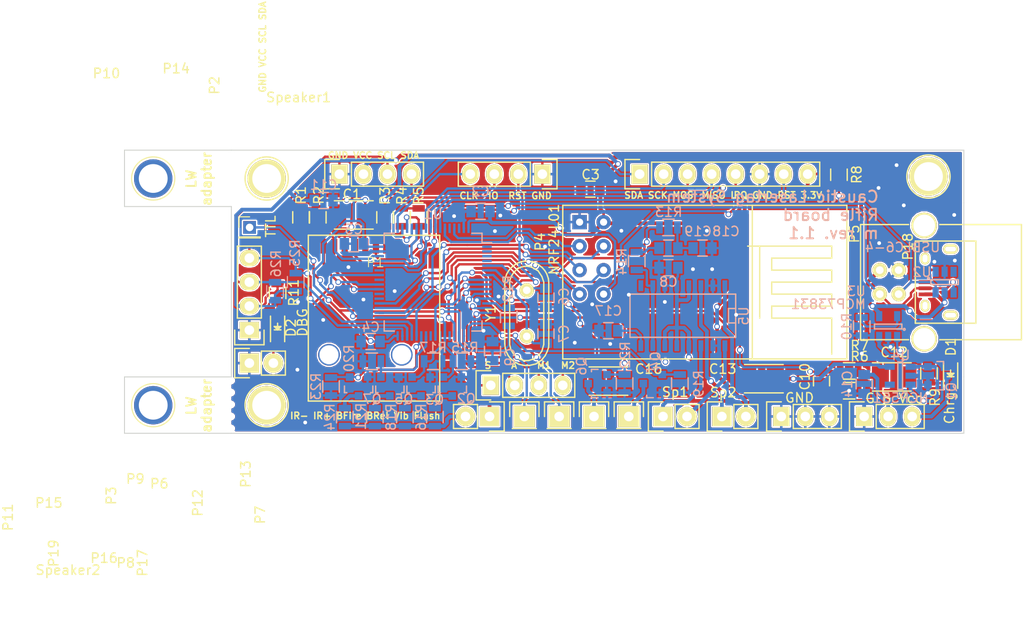
<source format=kicad_pcb>
(kicad_pcb (version 4) (host pcbnew 4.0.5)
  (layers (0 F.Cu signal) (31 B.Cu signal) (34 B.Paste user) (35 F.Paste user) (36 B.SilkS user) (37 F.SilkS user) (38 B.Mask user) (39 F.Mask user) (44 Edge.Cuts user))
  (net 0 "")
  (net 1 GND)
  (net 2 +3V3)
  (net 3 "Net-(C6-Pad1)")
  (net 4 "Net-(C7-Pad1)")
  (net 5 VCC_ADC)
  (net 6 VCC)
  (net 7 +CHARGE)
  (net 8 +3.3VDAC)
  (net 9 "Net-(C17-Pad1)")
  (net 10 "Net-(C18-Pad2)")
  (net 11 "Net-(C19-Pad1)")
  (net 12 "Net-(D1-Pad2)")
  (net 13 "Net-(D1-Pad1)")
  (net 14 "Net-(D2-Pad2)")
  (net 15 UART_DBG_TX)
  (net 16 /SDIO_2)
  (net 17 /SDIO_3)
  (net 18 /SDIO_CMD)
  (net 19 /SDIO_CLK)
  (net 20 /SDIO_0)
  (net 21 /SDIO_1)
  (net 22 NRST)
  (net 23 SWDIO)
  (net 24 SWCLK)
  (net 25 "Net-(P3-Pad3)")
  (net 26 /NRF_CE)
  (net 27 /NRF_CSN)
  (net 28 /NRF_SCK)
  (net 29 /NRF_MOSI)
  (net 30 /NRF_MISO)
  (net 31 /NRF_IRQ)
  (net 32 USBDM)
  (net 33 USBDP)
  (net 34 "Net-(P5-Pad5)")
  (net 35 "Net-(P6-Pad1)")
  (net 36 "Net-(P6-Pad2)")
  (net 37 "Net-(P6-Pad3)")
  (net 38 "Net-(P6-Pad4)")
  (net 39 "Net-(P8-Pad1)")
  (net 40 "Net-(P9-Pad1)")
  (net 41 /RC522_SDA)
  (net 42 /RC522_SCK)
  (net 43 /RC522_MOSI)
  (net 44 /RC522_MISO)
  (net 45 /RC522_IRQ)
  (net 46 /RC522_RST)
  (net 47 "Net-(P11-Pad1)")
  (net 48 "Net-(P11-Pad2)")
  (net 49 "Net-(P12-Pad1)")
  (net 50 "Net-(P12-Pad2)")
  (net 51 I2C_SCL)
  (net 52 I2C_SDA)
  (net 53 "Net-(P15-Pad1)")
  (net 54 "Net-(P16-Pad1)")
  (net 55 "Net-(P17-Pad2)")
  (net 56 /IR_CH1)
  (net 57 "Net-(Q2-Pad3)")
  (net 58 /IR_CH2)
  (net 59 "Net-(Q3-Pad3)")
  (net 60 /FIRE_FLASH)
  (net 61 /IR_CH3)
  (net 62 "Net-(Q5-Pad3)")
  (net 63 /VIBRO_ENG)
  (net 64 /IR_CH4)
  (net 65 "Net-(Q7-Pad3)")
  (net 66 "Net-(R9-Pad1)")
  (net 67 "Net-(R10-Pad1)")
  (net 68 DAC_OUT)
  (net 69 "Net-(R14-Pad1)")
  (net 70 "Net-(U1-Pad1)")
  (net 71 "Net-(U1-Pad2)")
  (net 72 "Net-(U1-Pad21)")
  (net 73 "Net-(U1-Pad25)")
  (net 74 "Net-(U1-Pad37)")
  (net 75 "Net-(U1-Pad38)")
  (net 76 "Net-(U1-Pad41)")
  (net 77 "Net-(U1-Pad43)")
  (net 78 "Net-(U1-Pad60)")
  (net 79 "Net-(U1-Pad62)")
  (net 80 "Net-(U2-Pad1)")
  (net 81 "Net-(U2-Pad3)")
  (net 82 "Net-(U5-Pad9)")
  (net 83 "Net-(P18-Pad4)")
  (net 84 "Net-(P18-Pad6)")
  (net 85 "Net-(U1-Pad3)")
  (net 86 "Net-(U1-Pad4)")
  (module components:NRF24L01-mini (layer F.Cu) (at 66.04 39.37 270)
    (fp_text reference P4 (at -1.7272 5.4356 270) (layer F.SilkS))
    (fp_text value NRF24L01 (at -1.9812 3.9624 450) (layer F.SilkS))
    (pad 1 thru_hole rect (at -3.81 1.27 270) (size 1.524 1.524) (drill 0.762) (layers *.Cu *.Mask) (net 1 GND))
    (pad 2 thru_hole circle (at -3.81 -1.27 270) (size 1.524 1.524) (drill 0.762) (layers *.Cu *.Mask) (net 2 +3V3))
    (pad 3 thru_hole circle (at -1.27 1.27 270) (size 1.524 1.524) (drill 0.762) (layers *.Cu *.Mask) (net 26 /NRF_CE))
    (pad 4 thru_hole circle (at -1.27 -1.27 270) (size 1.524 1.524) (drill 0.762) (layers *.Cu *.Mask) (net 27 /NRF_CSN))
    (pad 5 thru_hole circle (at 1.27 1.27 270) (size 1.524 1.524) (drill 0.762) (layers *.Cu *.Mask) (net 28 /NRF_SCK))
    (pad 6 thru_hole circle (at 1.27 -1.27 270) (size 1.524 1.524) (drill 0.762) (layers *.Cu *.Mask) (net 29 /NRF_MOSI))
    (pad 7 thru_hole circle (at 3.81 1.27 270) (size 1.524 1.524) (drill 0.762) (layers *.Cu *.Mask) (net 30 /NRF_MISO))
    (pad 8 thru_hole circle (at 3.81 -1.27 270) (size 1.524 1.524) (drill 0.762) (layers *.Cu *.Mask) (net 31 /NRF_IRQ))
  )
  (module Connect:USB_B (layer F.Cu) (at 96.52 40.64)
    (fp_text reference P5 (at -2.6924 -3.8354 90) (layer F.SilkS))
    (fp_text value USB_A)
    (pad 2 thru_hole circle (at 0 2.54 270) (size 1.524 1.524) (drill 0.8128) (layers *.Cu *.Mask F.SilkS) (net 32 USBDM))
    (pad 1 thru_hole circle (at 0 0 270) (size 1.524 1.524) (drill 0.8128) (layers *.Cu *.Mask F.SilkS) (net 12 "Net-(D1-Pad2)"))
    (pad 4 thru_hole circle (at 1.99898 0 270) (size 1.524 1.524) (drill 0.8128) (layers *.Cu *.Mask F.SilkS) (net 1 GND))
    (pad 3 thru_hole circle (at 1.99898 2.54 270) (size 1.524 1.524) (drill 0.8128) (layers *.Cu *.Mask F.SilkS) (net 33 USBDP))
    (pad 5 thru_hole circle (at 4.699 7.26948 270) (size 2.70002 2.70002) (drill 2.30124) (layers *.Cu *.Mask F.SilkS) (net 34 "Net-(P5-Pad5)"))
    (pad 5 thru_hole circle (at 4.699 -4.72948 270) (size 2.70002 2.70002) (drill 2.30124) (layers *.Cu *.Mask F.SilkS) (net 34 "Net-(P5-Pad5)"))
  )
  (module components:MICROSD-CD-112J-WH (layer F.Cu) (at 43.18 38.1)
    (fp_text reference P1 (at 0 1.7272) (layer F.SilkS) (effects (font (thickness 0.1))))
    (fp_text value MICROSD-SDIO-CD hide)
    (pad 1 smd rect (at 2.2352 0) (size 0.6604 1.5748) (layers F.Cu F.Paste F.Mask) (net 16 /SDIO_2))
    (pad 2 smd rect (at 1.143 0) (size 0.6604 1.5748) (layers F.Cu F.Paste F.Mask) (net 17 /SDIO_3))
    (pad 3 smd rect (at 0.0508 0) (size 0.6604 1.5748) (layers F.Cu F.Paste F.Mask) (net 18 /SDIO_CMD))
    (pad 4 smd rect (at -1.0668 0) (size 0.6604 1.5748) (layers F.Cu F.Paste F.Mask) (net 2 +3V3))
    (pad 5 smd rect (at -2.159 0) (size 0.6604 1.5748) (layers F.Cu F.Paste F.Mask) (net 19 /SDIO_CLK))
    (pad 6 smd rect (at -3.2512 0) (size 0.6604 1.5748) (layers F.Cu F.Paste F.Mask) (net 1 GND))
    (pad 7 smd rect (at -4.3688 0) (size 0.6604 1.5748) (layers F.Cu F.Paste F.Mask) (net 20 /SDIO_0))
    (pad 8 smd rect (at -5.461 0) (size 0.6604 1.5748) (layers F.Cu F.Paste F.Mask) (net 21 /SDIO_1))
    (pad CD smd rect (at -6.5532 0) (size 0.6604 1.5748) (layers F.Cu F.Paste F.Mask))
    (pad CASE smd rect (at -7.8 10.9) (size 1.1684 2.1844) (layers F.Cu F.Paste F.Mask))
    (pad CASE smd rect (at 7.55 10.9) (size 1.1684 2.1844) (layers F.Cu F.Paste F.Mask))
    (pad CASE smd rect (at -7.8 1.1) (size 1.1684 2.1844) (layers F.Cu F.Paste F.Mask))
    (pad CASE smd rect (at 6.2 1.27) (size 1.1684 2.1844) (layers F.Cu F.Paste F.Mask))
    (pad NC thru_hole circle (at -4.9149 11.5) (size 2.3 2.3) (drill oval 2) (layers *.Cu *.Mask))
    (pad NC thru_hole circle (at 2.7813 11.5) (size 2.3 2.3) (drill oval 2) (layers *.Cu *.Mask))
  )
  (module Capacitors_Tantalum_SMD:TantalC_SizeB_EIA-3528_Reflow (layer F.Cu) (at 40.64 34.798 180)
    (fp_text reference C1 (at -0.0508 2.1844 180) (layer F.SilkS))
    (fp_text value 100uF)
    (pad 2 smd rect (at 1.46 0 180) (size 1.8 2.23) (layers F.Cu F.Paste F.Mask) (net 1 GND))
    (pad 1 smd rect (at -1.46 0 180) (size 1.8 2.23) (layers F.Cu F.Paste F.Mask) (net 2 +3V3))
  )
  (module Capacitors_SMD:C_0805 (layer B.Cu) (at 54.2925 34.417 180)
    (fp_text reference C2 (at 0 2.1 180) (layer B.SilkS) (effects (justify mirror)))
    (fp_text value 0.1)
    (pad 1 smd rect (at -1 0 180) (size 1 1.25) (layers B.Cu B.Paste B.Mask) (net 2 +3V3))
    (pad 2 smd rect (at 1 0 180) (size 1 1.25) (layers B.Cu B.Paste B.Mask) (net 1 GND))
  )
  (module Capacitors_SMD:C_0805 (layer F.Cu) (at 65.913 32.0675 180)
    (fp_text reference C3 (at -0.0254 1.5367 180) (layer F.SilkS))
    (fp_text value 0.1)
    (pad 1 smd rect (at -1 0 180) (size 1 1.25) (layers F.Cu F.Paste F.Mask) (net 2 +3V3))
    (pad 2 smd rect (at 1 0 180) (size 1 1.25) (layers F.Cu F.Paste F.Mask) (net 1 GND))
  )
  (module Capacitors_SMD:C_0805 (layer B.Cu) (at 42.672 48.1965 180)
    (fp_text reference C4 (at 0 1.524 180) (layer B.SilkS) (effects (justify mirror)))
    (fp_text value 0.1)
    (pad 1 smd rect (at -1 0 180) (size 1 1.25) (layers B.Cu B.Paste B.Mask) (net 2 +3V3))
    (pad 2 smd rect (at 1 0 180) (size 1 1.25) (layers B.Cu B.Paste B.Mask) (net 1 GND))
  )
  (module Capacitors_SMD:C_0805 (layer B.Cu) (at 40.894 37.846 180)
    (fp_text reference C5 (at 0 1.524 180) (layer B.SilkS) (effects (justify mirror)))
    (fp_text value 0.1)
    (pad 1 smd rect (at -1 0 180) (size 1 1.25) (layers B.Cu B.Paste B.Mask) (net 2 +3V3))
    (pad 2 smd rect (at 1 0 180) (size 1 1.25) (layers B.Cu B.Paste B.Mask) (net 1 GND))
  )
  (module Capacitors_SMD:C_0805 (layer B.Cu) (at 61.214 43.561 270)
    (fp_text reference C6 (at -0.127 -1.905 270) (layer B.SilkS) (effects (justify mirror)))
    (fp_text value 20pF)
    (pad 1 smd rect (at -1 0 270) (size 1 1.25) (layers B.Cu B.Paste B.Mask) (net 3 "Net-(C6-Pad1)"))
    (pad 2 smd rect (at 1 0 270) (size 1 1.25) (layers B.Cu B.Paste B.Mask) (net 1 GND))
  )
  (module Capacitors_SMD:C_0805 (layer B.Cu) (at 61.214 47.371 90)
    (fp_text reference C7 (at 0 1.905 90) (layer B.SilkS) (effects (justify mirror)))
    (fp_text value 20pF)
    (pad 1 smd rect (at -1 0 90) (size 1 1.25) (layers B.Cu B.Paste B.Mask) (net 4 "Net-(C7-Pad1)"))
    (pad 2 smd rect (at 1 0 90) (size 1 1.25) (layers B.Cu B.Paste B.Mask) (net 1 GND))
  )
  (module Capacitors_SMD:C_0805 (layer B.Cu) (at 55.5625 49.2125 90)
    (fp_text reference C9 (at -0.635 1.8415 90) (layer B.SilkS) (effects (justify mirror)))
    (fp_text value 0.1)
    (pad 1 smd rect (at -1 0 90) (size 1 1.25) (layers B.Cu B.Paste B.Mask) (net 2 +3V3))
    (pad 2 smd rect (at 1 0 90) (size 1 1.25) (layers B.Cu B.Paste B.Mask) (net 1 GND))
  )
  (module Capacitors_SMD:C_0805 (layer F.Cu) (at 90.3605 52.3875 270)
    (fp_text reference C10 (at -0.4699 1.7653 270) (layer F.SilkS))
    (fp_text value 0.1uF)
    (pad 1 smd rect (at -1 0 270) (size 1 1.25) (layers F.Cu F.Paste F.Mask) (net 5 VCC_ADC))
    (pad 2 smd rect (at 1 0 270) (size 1 1.25) (layers F.Cu F.Paste F.Mask) (net 1 GND))
  )
  (module Capacitors_SMD:C_0805 (layer B.Cu) (at 37.6936 33.274)
    (fp_text reference C11 (at 0 -1.651) (layer B.SilkS) (effects (justify mirror)))
    (fp_text value 0.1uF)
    (pad 1 smd rect (at -1 0) (size 1 1.25) (layers B.Cu B.Paste B.Mask) (net 6 VCC))
    (pad 2 smd rect (at 1 0) (size 1 1.25) (layers B.Cu B.Paste B.Mask) (net 1 GND))
  )
  (module Capacitors_Tantalum_SMD:TantalC_SizeB_EIA-3528_Reflow (layer F.Cu) (at 98.044 51.943)
    (fp_text reference C12 (at 0 -2.6) (layer F.SilkS))
    (fp_text value 100uF)
    (pad 2 smd rect (at 1.46 0) (size 1.8 2.23) (layers F.Cu F.Paste F.Mask) (net 1 GND))
    (pad 1 smd rect (at -1.46 0) (size 1.8 2.23) (layers F.Cu F.Paste F.Mask) (net 6 VCC))
  )
  (module Capacitors_Tantalum_SMD:TantalC_SizeB_EIA-3528_Reflow (layer F.Cu) (at 84.0105 52.1335 180)
    (fp_text reference C13 (at 4.1021 1.0287 180) (layer F.SilkS))
    (fp_text value 100uF)
    (pad 2 smd rect (at 1.46 0 180) (size 1.8 2.23) (layers F.Cu F.Paste F.Mask) (net 1 GND))
    (pad 1 smd rect (at -1.46 0 180) (size 1.8 2.23) (layers F.Cu F.Paste F.Mask) (net 2 +3V3))
  )
  (module Capacitors_SMD:C_0805 (layer B.Cu) (at 94.869 52.705 270)
    (fp_text reference C14 (at 0 1.778 270) (layer B.SilkS) (effects (justify mirror)))
    (fp_text value 4.7uF)
    (pad 1 smd rect (at -1 0 270) (size 1 1.25) (layers B.Cu B.Paste B.Mask) (net 7 +CHARGE))
    (pad 2 smd rect (at 1 0 270) (size 1 1.25) (layers B.Cu B.Paste B.Mask) (net 1 GND))
  )
  (module Capacitors_Tantalum_SMD:TantalC_SizeB_EIA-3528_Reflow (layer F.Cu) (at 68.072 52.3875)
    (fp_text reference C16 (at 4.0132 -1.2827) (layer F.SilkS))
    (fp_text value 100uF)
    (pad 2 smd rect (at 1.46 0) (size 1.8 2.23) (layers F.Cu F.Paste F.Mask) (net 1 GND))
    (pad 1 smd rect (at -1.46 0) (size 1.8 2.23) (layers F.Cu F.Paste F.Mask) (net 8 +3.3VDAC))
  )
  (module Capacitors_SMD:C_0805 (layer B.Cu) (at 67.818 47.0535 180)
    (fp_text reference C17 (at 0 2.1 180) (layer B.SilkS) (effects (justify mirror)))
    (fp_text value 0.1)
    (pad 1 smd rect (at -1 0 180) (size 1 1.25) (layers B.Cu B.Paste B.Mask) (net 9 "Net-(C17-Pad1)"))
    (pad 2 smd rect (at 1 0 180) (size 1 1.25) (layers B.Cu B.Paste B.Mask) (net 1 GND))
  )
  (module Capacitors_SMD:C_0805 (layer B.Cu) (at 77.7748 38.3032 180)
    (fp_text reference C18 (at -2.4765 1.7653 180) (layer B.SilkS) (effects (justify mirror)))
    (fp_text value 0.015uF)
    (pad 1 smd rect (at -1 0 180) (size 1 1.25) (layers B.Cu B.Paste B.Mask) (net 1 GND))
    (pad 2 smd rect (at 1 0 180) (size 1 1.25) (layers B.Cu B.Paste B.Mask) (net 10 "Net-(C18-Pad2)"))
  )
  (module Capacitors_SMD:C_0805 (layer B.Cu) (at 74.168 38.3032)
    (fp_text reference C19 (at 3.1242 -1.7653) (layer B.SilkS) (effects (justify mirror)))
    (fp_text value 0.47uF)
    (pad 1 smd rect (at -1 0) (size 1 1.25) (layers B.Cu B.Paste B.Mask) (net 11 "Net-(C19-Pad1)"))
    (pad 2 smd rect (at 1 0) (size 1 1.25) (layers B.Cu B.Paste B.Mask) (net 10 "Net-(C18-Pad2)"))
  )
  (module LEDs:LED_0805 (layer F.Cu) (at 104.013 51.562 90)
    (fp_text reference D1 (at 2.794 0.0254 90) (layer F.SilkS))
    (fp_text value Chrg (at -3.6576 -0.127 90) (layer F.SilkS))
    (pad 2 smd rect (at 1.04902 0 270) (size 1.19888 1.19888) (layers F.Cu F.Paste F.Mask) (net 12 "Net-(D1-Pad2)"))
    (pad 1 smd rect (at -1.04902 0 270) (size 1.19888 1.19888) (layers F.Cu F.Paste F.Mask) (net 13 "Net-(D1-Pad1)"))
  )
  (module LEDs:LED_0805 (layer F.Cu) (at 32.8295 46.609 90)
    (fp_text reference D2 (at -0.127 1.4097 90) (layer F.SilkS))
    (fp_text value DBG (at 0.4318 2.6289 90) (layer F.SilkS))
    (pad 2 smd rect (at 1.04902 0 270) (size 1.19888 1.19888) (layers F.Cu F.Paste F.Mask) (net 14 "Net-(D2-Pad2)"))
    (pad 1 smd rect (at -1.04902 0 270) (size 1.19888 1.19888) (layers F.Cu F.Paste F.Mask) (net 15 UART_DBG_TX))
  )
  (module Pin_Headers:Pin_Header_Straight_1x04 (layer F.Cu) (at 60.833 30.48 270)
    (fp_text reference P2 (at -9.398 34.671 270) (layer F.SilkS))
    (fp_text value SWD)
    (pad 1 thru_hole rect (at 0 0 270) (size 2.032 1.7272) (drill 1.016) (layers *.Cu *.Mask F.SilkS) (net 1 GND))
    (pad 2 thru_hole oval (at 0 2.54 270) (size 2.032 1.7272) (drill 1.016) (layers *.Cu *.Mask F.SilkS) (net 22 NRST))
    (pad 3 thru_hole oval (at 0 5.08 270) (size 2.032 1.7272) (drill 1.016) (layers *.Cu *.Mask F.SilkS) (net 23 SWDIO))
    (pad 4 thru_hole oval (at 0 7.62 270) (size 2.032 1.7272) (drill 1.016) (layers *.Cu *.Mask F.SilkS) (net 24 SWCLK))
  )
  (module Pin_Headers:Pin_Header_Straight_1x03 (layer F.Cu) (at 94.869 56.134 90)
    (fp_text reference P3 (at -8.382 -79.629 90) (layer F.SilkS))
    (fp_text value "G B Vcc" (at 1.9304 3.175 180) (layer F.SilkS))
    (pad 1 thru_hole rect (at 0 0 90) (size 2.032 1.7272) (drill 1.016) (layers *.Cu *.Mask F.SilkS) (net 1 GND))
    (pad 2 thru_hole oval (at 0 2.54 90) (size 2.032 1.7272) (drill 1.016) (layers *.Cu *.Mask F.SilkS) (net 7 +CHARGE))
    (pad 3 thru_hole oval (at 0 5.08 90) (size 2.032 1.7272) (drill 1.016) (layers *.Cu *.Mask F.SilkS) (net 25 "Net-(P3-Pad3)"))
  )
  (module Pin_Headers:Pin_Header_Straight_1x04 (layer F.Cu) (at 55.372 52.832 90)
    (fp_text reference P6 (at -10.414 -35.052 180) (layer F.SilkS))
    (fp_text value S_A_M1_M2)
    (pad 1 thru_hole rect (at 0 0 90) (size 2.032 1.7272) (drill 1.016) (layers *.Cu *.Mask F.SilkS) (net 35 "Net-(P6-Pad1)"))
    (pad 2 thru_hole oval (at 0 2.54 90) (size 2.032 1.7272) (drill 1.016) (layers *.Cu *.Mask F.SilkS) (net 36 "Net-(P6-Pad2)"))
    (pad 3 thru_hole oval (at 0 5.08 90) (size 2.032 1.7272) (drill 1.016) (layers *.Cu *.Mask F.SilkS) (net 37 "Net-(P6-Pad3)"))
    (pad 4 thru_hole oval (at 0 7.62 90) (size 2.032 1.7272) (drill 1.016) (layers *.Cu *.Mask F.SilkS) (net 38 "Net-(P6-Pad4)"))
  )
  (module Pin_Headers:Pin_Header_Straight_1x02 (layer F.Cu) (at 29.845 50.4825 90)
    (fp_text reference P7 (at -16.0655 1.143 90) (layer F.SilkS))
    (fp_text value DEBUG_TX)
    (pad 1 thru_hole rect (at 0 0 90) (size 2.032 2.032) (drill 1.016) (layers *.Cu *.Mask F.SilkS) (net 1 GND))
    (pad 2 thru_hole oval (at 0 2.54 90) (size 2.032 2.032) (drill 1.016) (layers *.Cu *.Mask F.SilkS) (net 15 UART_DBG_TX))
  )
  (module Pin_Headers:Pin_Header_Straight_1x01 (layer F.Cu) (at 58.928 56.134)
    (fp_text reference P8 (at -42.164 15.494) (layer F.SilkS))
    (fp_text value Fire)
    (pad 1 thru_hole rect (at 0 0) (size 2.2352 2.2352) (drill 1.016) (layers *.Cu *.Mask F.SilkS) (net 39 "Net-(P8-Pad1)"))
  )
  (module Pin_Headers:Pin_Header_Straight_1x01 (layer F.Cu) (at 62.611 56.134)
    (fp_text reference P9 (at -44.831 6.604) (layer F.SilkS))
    (fp_text value Reload)
    (pad 1 thru_hole rect (at 0 0) (size 2.2352 2.2352) (drill 1.016) (layers *.Cu *.Mask F.SilkS) (net 40 "Net-(P9-Pad1)"))
  )
  (module Socket_Strips:Socket_Strip_Straight_1x08 (layer F.Cu) (at 71.12 30.48)
    (fp_text reference P10 (at -56.388 -10.668) (layer F.SilkS))
    (fp_text value RC522)
    (pad 1 thru_hole rect (at 0 0) (size 1.7272 2.032) (drill 1.016) (layers *.Cu *.Mask F.SilkS) (net 41 /RC522_SDA))
    (pad 2 thru_hole oval (at 2.54 0) (size 1.7272 2.032) (drill 1.016) (layers *.Cu *.Mask F.SilkS) (net 42 /RC522_SCK))
    (pad 3 thru_hole oval (at 5.08 0) (size 1.7272 2.032) (drill 1.016) (layers *.Cu *.Mask F.SilkS) (net 43 /RC522_MOSI))
    (pad 4 thru_hole oval (at 7.62 0) (size 1.7272 2.032) (drill 1.016) (layers *.Cu *.Mask F.SilkS) (net 44 /RC522_MISO))
    (pad 5 thru_hole oval (at 10.16 0) (size 1.7272 2.032) (drill 1.016) (layers *.Cu *.Mask F.SilkS) (net 45 /RC522_IRQ))
    (pad 6 thru_hole oval (at 12.7 0) (size 1.7272 2.032) (drill 1.016) (layers *.Cu *.Mask F.SilkS) (net 1 GND))
    (pad 7 thru_hole oval (at 15.24 0) (size 1.7272 2.032) (drill 1.016) (layers *.Cu *.Mask F.SilkS) (net 46 /RC522_RST))
    (pad 8 thru_hole oval (at 17.78 0) (size 1.7272 2.032) (drill 1.016) (layers *.Cu *.Mask F.SilkS) (net 2 +3V3))
  )
  (module Pin_Headers:Pin_Header_Straight_1x02 (layer F.Cu) (at 73.5965 56.134 90)
    (fp_text reference P11 (at -10.668 -69.2785 90) (layer F.SilkS))
    (fp_text value Speaker1 (at 33.782 -38.5445 180) (layer F.SilkS))
    (pad 1 thru_hole rect (at 0 0 90) (size 2.032 2.032) (drill 1.016) (layers *.Cu *.Mask F.SilkS) (net 47 "Net-(P11-Pad1)"))
    (pad 2 thru_hole oval (at 0 2.54 90) (size 2.032 2.032) (drill 1.016) (layers *.Cu *.Mask F.SilkS) (net 48 "Net-(P11-Pad2)"))
  )
  (module Pin_Headers:Pin_Header_Straight_1x02 (layer F.Cu) (at 79.8195 56.134 90)
    (fp_text reference P12 (at -9.144 -55.4355 90) (layer F.SilkS))
    (fp_text value Speaker2 (at -16.256 -69.1515 180) (layer F.SilkS))
    (pad 1 thru_hole rect (at 0 0 90) (size 2.032 2.032) (drill 1.016) (layers *.Cu *.Mask F.SilkS) (net 49 "Net-(P12-Pad1)"))
    (pad 2 thru_hole oval (at 0 2.54 90) (size 2.032 2.032) (drill 1.016) (layers *.Cu *.Mask F.SilkS) (net 50 "Net-(P12-Pad2)"))
  )
  (module Socket_Strips:Socket_Strip_Straight_1x04 (layer F.Cu) (at 29.845 46.99 90)
    (fp_text reference P13 (at -15.24 -0.381 90) (layer F.SilkS))
    (fp_text value "I2C display")
    (pad 1 thru_hole rect (at 0 0 90) (size 1.7272 2.032) (drill 1.016) (layers *.Cu *.Mask F.SilkS) (net 1 GND))
    (pad 2 thru_hole oval (at 2.54 0 90) (size 1.7272 2.032) (drill 1.016) (layers *.Cu *.Mask F.SilkS) (net 6 VCC))
    (pad 3 thru_hole oval (at 5.08 0 90) (size 1.7272 2.032) (drill 1.016) (layers *.Cu *.Mask F.SilkS) (net 51 I2C_SCL))
    (pad 4 thru_hole oval (at 7.62 0 90) (size 1.7272 2.032) (drill 1.016) (layers *.Cu *.Mask F.SilkS) (net 52 I2C_SDA))
  )
  (module Socket_Strips:Socket_Strip_Straight_1x04 (layer F.Cu) (at 39.37 30.48)
    (fp_text reference P14 (at -17.272 -11.176) (layer F.SilkS))
    (fp_text value "I2C display")
    (pad 1 thru_hole rect (at 0 0) (size 1.7272 2.032) (drill 1.016) (layers *.Cu *.Mask F.SilkS) (net 1 GND))
    (pad 2 thru_hole oval (at 2.54 0) (size 1.7272 2.032) (drill 1.016) (layers *.Cu *.Mask F.SilkS) (net 6 VCC))
    (pad 3 thru_hole oval (at 5.08 0) (size 1.7272 2.032) (drill 1.016) (layers *.Cu *.Mask F.SilkS) (net 51 I2C_SCL))
    (pad 4 thru_hole oval (at 7.62 0) (size 1.7272 2.032) (drill 1.016) (layers *.Cu *.Mask F.SilkS) (net 52 I2C_SDA))
  )
  (module Pin_Headers:Pin_Header_Straight_1x01 (layer F.Cu) (at 69.977 56.134)
    (fp_text reference P15 (at -61.341 9.144) (layer F.SilkS))
    (fp_text value FLASH)
    (pad 1 thru_hole rect (at 0 0) (size 2.2352 2.2352) (drill 1.016) (layers *.Cu *.Mask F.SilkS) (net 53 "Net-(P15-Pad1)"))
  )
  (module Pin_Headers:Pin_Header_Straight_1x01 (layer F.Cu) (at 66.294 56.134)
    (fp_text reference P16 (at -51.816 14.986) (layer F.SilkS))
    (fp_text value VIBRO)
    (pad 1 thru_hole rect (at 0 0) (size 2.2352 2.2352) (drill 1.016) (layers *.Cu *.Mask F.SilkS) (net 54 "Net-(P16-Pad1)"))
  )
  (module Pin_Headers:Pin_Header_Straight_1x02 (layer F.Cu) (at 55.245 56.134 270)
    (fp_text reference P17 (at 15.494 36.703 270) (layer F.SilkS))
    (fp_text value IR_LED)
    (pad 1 thru_hole rect (at 0 0 270) (size 2.032 2.032) (drill 1.016) (layers *.Cu *.Mask F.SilkS) (net 6 VCC))
    (pad 2 thru_hole oval (at 0 2.54 270) (size 2.032 2.032) (drill 1.016) (layers *.Cu *.Mask F.SilkS) (net 55 "Net-(P17-Pad2)"))
  )
  (module TO_SOT_Packages_SMD:SOT-23 (layer B.Cu) (at 102.616 51.816 90)
    (fp_text reference Q1 (at -1.6764 1.4732 90) (layer B.SilkS) (effects (justify mirror)))
    (fp_text value IRLML6402)
    (pad 1 smd rect (at -0.95 -1.00076 90) (size 0.8001 0.8001) (layers B.Cu B.Paste B.Mask) (net 1 GND))
    (pad 2 smd rect (at 0.95 -1.00076 90) (size 0.8001 0.8001) (layers B.Cu B.Paste B.Mask) (net 6 VCC))
    (pad 3 smd rect (at 0 0.99822 90) (size 0.8001 0.8001) (layers B.Cu B.Paste B.Mask) (net 25 "Net-(P3-Pad3)"))
  )
  (module TO_SOT_Packages_SMD:SOT-23 (layer B.Cu) (at 51.308 52.959)
    (fp_text reference Q2 (at 1.4732 1.2954) (layer B.SilkS) (effects (justify mirror)))
    (fp_text value IRLML2502)
    (pad 1 smd rect (at -0.95 -1.00076) (size 0.8001 0.8001) (layers B.Cu B.Paste B.Mask) (net 56 /IR_CH1))
    (pad 2 smd rect (at 0.95 -1.00076) (size 0.8001 0.8001) (layers B.Cu B.Paste B.Mask) (net 1 GND))
    (pad 3 smd rect (at 0 0.99822) (size 0.8001 0.8001) (layers B.Cu B.Paste B.Mask) (net 57 "Net-(Q2-Pad3)"))
  )
  (module TO_SOT_Packages_SMD:SOT-23 (layer B.Cu) (at 48.006 52.959)
    (fp_text reference Q3 (at 1.4224 1.397) (layer B.SilkS) (effects (justify mirror)))
    (fp_text value IRLML2502)
    (pad 1 smd rect (at -0.95 -1.00076) (size 0.8001 0.8001) (layers B.Cu B.Paste B.Mask) (net 58 /IR_CH2))
    (pad 2 smd rect (at 0.95 -1.00076) (size 0.8001 0.8001) (layers B.Cu B.Paste B.Mask) (net 1 GND))
    (pad 3 smd rect (at 0 0.99822) (size 0.8001 0.8001) (layers B.Cu B.Paste B.Mask) (net 59 "Net-(Q3-Pad3)"))
  )
  (module TO_SOT_Packages_SMD:SOT-23 (layer B.Cu) (at 72.517 52.6415 270)
    (fp_text reference Q4 (at -2.4003 -0.2794 270) (layer B.SilkS) (effects (justify mirror)))
    (fp_text value IRLML2502)
    (pad 1 smd rect (at -0.95 -1.00076 270) (size 0.8001 0.8001) (layers B.Cu B.Paste B.Mask) (net 60 /FIRE_FLASH))
    (pad 2 smd rect (at 0.95 -1.00076 270) (size 0.8001 0.8001) (layers B.Cu B.Paste B.Mask) (net 1 GND))
    (pad 3 smd rect (at 0 0.99822 270) (size 0.8001 0.8001) (layers B.Cu B.Paste B.Mask) (net 53 "Net-(P15-Pad1)"))
  )
  (module TO_SOT_Packages_SMD:SOT-23 (layer B.Cu) (at 44.704 52.959)
    (fp_text reference Q5 (at 1.4732 1.3462) (layer B.SilkS) (effects (justify mirror)))
    (fp_text value IRLML2502)
    (pad 1 smd rect (at -0.95 -1.00076) (size 0.8001 0.8001) (layers B.Cu B.Paste B.Mask) (net 61 /IR_CH3))
    (pad 2 smd rect (at 0.95 -1.00076) (size 0.8001 0.8001) (layers B.Cu B.Paste B.Mask) (net 1 GND))
    (pad 3 smd rect (at 0 0.99822) (size 0.8001 0.8001) (layers B.Cu B.Paste B.Mask) (net 62 "Net-(Q5-Pad3)"))
  )
  (module TO_SOT_Packages_SMD:SOT-23 (layer B.Cu) (at 66.675 52.6415 270)
    (fp_text reference Q6 (at -1.8415 1.7018 270) (layer B.SilkS) (effects (justify mirror)))
    (fp_text value IRLML2502)
    (pad 1 smd rect (at -0.95 -1.00076 270) (size 0.8001 0.8001) (layers B.Cu B.Paste B.Mask) (net 63 /VIBRO_ENG))
    (pad 2 smd rect (at 0.95 -1.00076 270) (size 0.8001 0.8001) (layers B.Cu B.Paste B.Mask) (net 1 GND))
    (pad 3 smd rect (at 0 0.99822 270) (size 0.8001 0.8001) (layers B.Cu B.Paste B.Mask) (net 54 "Net-(P16-Pad1)"))
  )
  (module TO_SOT_Packages_SMD:SOT-23 (layer B.Cu) (at 41.402 52.959)
    (fp_text reference Q7 (at 1.4224 1.3462) (layer B.SilkS) (effects (justify mirror)))
    (fp_text value IRLML2502)
    (pad 1 smd rect (at -0.95 -1.00076) (size 0.8001 0.8001) (layers B.Cu B.Paste B.Mask) (net 64 /IR_CH4))
    (pad 2 smd rect (at 0.95 -1.00076) (size 0.8001 0.8001) (layers B.Cu B.Paste B.Mask) (net 1 GND))
    (pad 3 smd rect (at 0 0.99822) (size 0.8001 0.8001) (layers B.Cu B.Paste B.Mask) (net 65 "Net-(Q7-Pad3)"))
  )
  (module Resistors_SMD:R_0805 (layer F.Cu) (at 35.306 35.052 270)
    (fp_text reference R1 (at -2.3368 0 270) (layer F.SilkS))
    (fp_text value 47k)
    (pad 1 smd rect (at -0.95 0 270) (size 0.7 1.3) (layers F.Cu F.Paste F.Mask) (net 2 +3V3))
    (pad 2 smd rect (at 0.95 0 270) (size 0.7 1.3) (layers F.Cu F.Paste F.Mask) (net 21 /SDIO_1))
  )
  (module Resistors_SMD:R_0805 (layer F.Cu) (at 37.084 35.052 270)
    (fp_text reference R2 (at -2.3368 -0.1016 270) (layer F.SilkS))
    (fp_text value 47k)
    (pad 1 smd rect (at -0.95 0 270) (size 0.7 1.3) (layers F.Cu F.Paste F.Mask) (net 2 +3V3))
    (pad 2 smd rect (at 0.95 0 270) (size 0.7 1.3) (layers F.Cu F.Paste F.Mask) (net 20 /SDIO_0))
  )
  (module Resistors_SMD:R_0805 (layer F.Cu) (at 44.196 35.052 270)
    (fp_text reference R3 (at -2.286 0 270) (layer F.SilkS))
    (fp_text value 47k)
    (pad 1 smd rect (at -0.95 0 270) (size 0.7 1.3) (layers F.Cu F.Paste F.Mask) (net 2 +3V3))
    (pad 2 smd rect (at 0.95 0 270) (size 0.7 1.3) (layers F.Cu F.Paste F.Mask) (net 18 /SDIO_CMD))
  )
  (module Resistors_SMD:R_0805 (layer F.Cu) (at 45.974 35.052 270)
    (fp_text reference R4 (at -2.286 0 270) (layer F.SilkS))
    (fp_text value 47k)
    (pad 1 smd rect (at -0.95 0 270) (size 0.7 1.3) (layers F.Cu F.Paste F.Mask) (net 2 +3V3))
    (pad 2 smd rect (at 0.95 0 270) (size 0.7 1.3) (layers F.Cu F.Paste F.Mask) (net 17 /SDIO_3))
  )
  (module Resistors_SMD:R_0805 (layer F.Cu) (at 47.752 35.052 270)
    (fp_text reference R5 (at -2.286 0 270) (layer F.SilkS))
    (fp_text value 47k)
    (pad 1 smd rect (at -0.95 0 270) (size 0.7 1.3) (layers F.Cu F.Paste F.Mask) (net 2 +3V3))
    (pad 2 smd rect (at 0.95 0 270) (size 0.7 1.3) (layers F.Cu F.Paste F.Mask) (net 16 /SDIO_2))
  )
  (module Resistors_SMD:R_0805 (layer F.Cu) (at 93.2815 53.4035)
    (fp_text reference R6 (at 1.1049 -3.6195) (layer F.SilkS))
    (fp_text value 10k)
    (pad 1 smd rect (at -0.95 0) (size 0.7 1.3) (layers F.Cu F.Paste F.Mask) (net 5 VCC_ADC))
    (pad 2 smd rect (at 0.95 0) (size 0.7 1.3) (layers F.Cu F.Paste F.Mask) (net 1 GND))
  )
  (module Resistors_SMD:R_0805 (layer F.Cu) (at 93.2815 51.308 180)
    (fp_text reference R7 (at -1.1049 2.6924 180) (layer F.SilkS))
    (fp_text value 10k)
    (pad 1 smd rect (at -0.95 0 180) (size 0.7 1.3) (layers F.Cu F.Paste F.Mask) (net 6 VCC))
    (pad 2 smd rect (at 0.95 0 180) (size 0.7 1.3) (layers F.Cu F.Paste F.Mask) (net 5 VCC_ADC))
  )
  (module Resistors_SMD:R_0805 (layer F.Cu) (at 92.202 30.5435 90)
    (fp_text reference R8 (at 0.0127 1.8796 90) (layer F.SilkS))
    (fp_text value 1.5k)
    (pad 1 smd rect (at -0.95 0 90) (size 0.7 1.3) (layers F.Cu F.Paste F.Mask) (net 33 USBDP))
    (pad 2 smd rect (at 0.95 0 90) (size 0.7 1.3) (layers F.Cu F.Paste F.Mask) (net 2 +3V3))
  )
  (module Resistors_SMD:R_0805 (layer F.Cu) (at 101.727 51.562 270)
    (fp_text reference R9 (at 2.54 -0.635 270) (layer F.SilkS))
    (fp_text value 470)
    (pad 1 smd rect (at -0.95 0 270) (size 0.7 1.3) (layers F.Cu F.Paste F.Mask) (net 66 "Net-(R9-Pad1)"))
    (pad 2 smd rect (at 0.95 0 270) (size 0.7 1.3) (layers F.Cu F.Paste F.Mask) (net 13 "Net-(D1-Pad1)"))
  )
  (module Resistors_SMD:R_0805 (layer B.Cu) (at 94.615 46.609 270)
    (fp_text reference R10 (at 0 1.5875 270) (layer B.SilkS) (effects (justify mirror)))
    (fp_text value 2k)
    (pad 1 smd rect (at -0.95 0 270) (size 0.7 1.3) (layers B.Cu B.Paste B.Mask) (net 67 "Net-(R10-Pad1)"))
    (pad 2 smd rect (at 0.95 0 270) (size 0.7 1.3) (layers B.Cu B.Paste B.Mask) (net 1 GND))
  )
  (module Resistors_SMD:R_0805 (layer F.Cu) (at 32.8295 43.053 270)
    (fp_text reference R11 (at -0.0254 -1.7145 270) (layer F.SilkS))
    (fp_text value 470)
    (pad 1 smd rect (at -0.95 0 270) (size 0.7 1.3) (layers F.Cu F.Paste F.Mask) (net 6 VCC))
    (pad 2 smd rect (at 0.95 0 270) (size 0.7 1.3) (layers F.Cu F.Paste F.Mask) (net 14 "Net-(D2-Pad2)"))
  )
  (module Resistors_SMD:R_0805 (layer B.Cu) (at 57.277 45.593 270)
    (fp_text reference R12 (at -2.9845 0.0635 270) (layer B.SilkS) (effects (justify mirror)))
    (fp_text value 100)
    (pad 1 smd rect (at -0.95 0 270) (size 0.7 1.3) (layers B.Cu B.Paste B.Mask) (net 8 +3.3VDAC))
    (pad 2 smd rect (at 0.95 0 270) (size 0.7 1.3) (layers B.Cu B.Paste B.Mask) (net 2 +3V3))
  )
  (module Resistors_SMD:R_0805 (layer B.Cu) (at 74.168 36.1188 180)
    (fp_text reference R13 (at -0.0254 1.6256 180) (layer B.SilkS) (effects (justify mirror)))
    (fp_text value 10k)
    (pad 1 smd rect (at -0.95 0 180) (size 0.7 1.3) (layers B.Cu B.Paste B.Mask) (net 10 "Net-(C18-Pad2)"))
    (pad 2 smd rect (at 0.95 0 180) (size 0.7 1.3) (layers B.Cu B.Paste B.Mask) (net 68 DAC_OUT))
  )
  (module Resistors_SMD:R_0805 (layer B.Cu) (at 70.8152 39.6748 90)
    (fp_text reference R14 (at -0.0635 -1.5875 90) (layer B.SilkS) (effects (justify mirror)))
    (fp_text value 10k)
    (pad 1 smd rect (at -0.95 0 90) (size 0.7 1.3) (layers B.Cu B.Paste B.Mask) (net 69 "Net-(R14-Pad1)"))
    (pad 2 smd rect (at 0.95 0 90) (size 0.7 1.3) (layers B.Cu B.Paste B.Mask) (net 11 "Net-(C19-Pad1)"))
  )
  (module Resistors_SMD:R_0805 (layer B.Cu) (at 52.324 50.292)
    (fp_text reference R15 (at 0.3175 -1.4605) (layer B.SilkS) (effects (justify mirror)))
    (fp_text value 10k)
    (pad 1 smd rect (at -0.95 0) (size 0.7 1.3) (layers B.Cu B.Paste B.Mask) (net 56 /IR_CH1))
    (pad 2 smd rect (at 0.95 0) (size 0.7 1.3) (layers B.Cu B.Paste B.Mask) (net 1 GND))
  )
  (module Resistors_SMD:R_0805 (layer B.Cu) (at 49.4665 56.1975 90)
    (fp_text reference R16 (at 0 -1.4605 90) (layer B.SilkS) (effects (justify mirror)))
    (fp_text value lev1)
    (pad 1 smd rect (at -0.95 0 90) (size 0.7 1.3) (layers B.Cu B.Paste B.Mask) (net 55 "Net-(P17-Pad2)"))
    (pad 2 smd rect (at 0.95 0 90) (size 0.7 1.3) (layers B.Cu B.Paste B.Mask) (net 57 "Net-(Q2-Pad3)"))
  )
  (module Resistors_SMD:R_0805 (layer B.Cu) (at 49.276 50.292)
    (fp_text reference R17 (at 0 -1.4605) (layer B.SilkS) (effects (justify mirror)))
    (fp_text value 10k)
    (pad 1 smd rect (at -0.95 0) (size 0.7 1.3) (layers B.Cu B.Paste B.Mask) (net 58 /IR_CH2))
    (pad 2 smd rect (at 0.95 0) (size 0.7 1.3) (layers B.Cu B.Paste B.Mask) (net 1 GND))
  )
  (module Resistors_SMD:R_0805 (layer B.Cu) (at 46.2915 56.1975 90)
    (fp_text reference R18 (at 0 -1.4605 90) (layer B.SilkS) (effects (justify mirror)))
    (fp_text value lev2)
    (pad 1 smd rect (at -0.95 0 90) (size 0.7 1.3) (layers B.Cu B.Paste B.Mask) (net 55 "Net-(P17-Pad2)"))
    (pad 2 smd rect (at 0.95 0 90) (size 0.7 1.3) (layers B.Cu B.Paste B.Mask) (net 59 "Net-(Q3-Pad3)"))
  )
  (module Resistors_SMD:R_0805 (layer B.Cu) (at 75.3745 52.6415 270)
    (fp_text reference R19 (at 0.0381 -1.9939 270) (layer B.SilkS) (effects (justify mirror)))
    (fp_text value 10k)
    (pad 1 smd rect (at -0.95 0 270) (size 0.7 1.3) (layers B.Cu B.Paste B.Mask) (net 60 /FIRE_FLASH))
    (pad 2 smd rect (at 0.95 0 270) (size 0.7 1.3) (layers B.Cu B.Paste B.Mask) (net 1 GND))
  )
  (module Resistors_SMD:R_0805 (layer B.Cu) (at 42.799 50.292 180)
    (fp_text reference R20 (at 2.413 0.3175 450) (layer B.SilkS) (effects (justify mirror)))
    (fp_text value 10k)
    (pad 1 smd rect (at -0.95 0 180) (size 0.7 1.3) (layers B.Cu B.Paste B.Mask) (net 61 /IR_CH3))
    (pad 2 smd rect (at 0.95 0 180) (size 0.7 1.3) (layers B.Cu B.Paste B.Mask) (net 1 GND))
  )
  (module Resistors_SMD:R_0805 (layer B.Cu) (at 43.1165 56.1975 90)
    (fp_text reference R21 (at 0.0635 -1.4605 90) (layer B.SilkS) (effects (justify mirror)))
    (fp_text value lev3)
    (pad 1 smd rect (at -0.95 0 90) (size 0.7 1.3) (layers B.Cu B.Paste B.Mask) (net 55 "Net-(P17-Pad2)"))
    (pad 2 smd rect (at 0.95 0 90) (size 0.7 1.3) (layers B.Cu B.Paste B.Mask) (net 62 "Net-(Q5-Pad3)"))
  )
  (module Resistors_SMD:R_0805 (layer B.Cu) (at 69.5325 52.6415 270)
    (fp_text reference R22 (at -3.0099 -0.0635 270) (layer B.SilkS) (effects (justify mirror)))
    (fp_text value 10k)
    (pad 1 smd rect (at -0.95 0 270) (size 0.7 1.3) (layers B.Cu B.Paste B.Mask) (net 63 /VIBRO_ENG))
    (pad 2 smd rect (at 0.95 0 270) (size 0.7 1.3) (layers B.Cu B.Paste B.Mask) (net 1 GND))
  )
  (module Resistors_SMD:R_0805 (layer B.Cu) (at 38.481 52.959 270)
    (fp_text reference R23 (at 0 1.5875 270) (layer B.SilkS) (effects (justify mirror)))
    (fp_text value 10k)
    (pad 1 smd rect (at -0.95 0 270) (size 0.7 1.3) (layers B.Cu B.Paste B.Mask) (net 64 /IR_CH4))
    (pad 2 smd rect (at 0.95 0 270) (size 0.7 1.3) (layers B.Cu B.Paste B.Mask) (net 1 GND))
  )
  (module Resistors_SMD:R_0805 (layer B.Cu) (at 39.9415 56.1975 90)
    (fp_text reference R24 (at 0 -1.5875 90) (layer B.SilkS) (effects (justify mirror)))
    (fp_text value lev4)
    (pad 1 smd rect (at -0.95 0 90) (size 0.7 1.3) (layers B.Cu B.Paste B.Mask) (net 55 "Net-(P17-Pad2)"))
    (pad 2 smd rect (at 0.95 0 90) (size 0.7 1.3) (layers B.Cu B.Paste B.Mask) (net 65 "Net-(Q7-Pad3)"))
  )
  (module Housings_QFP:LQFP-64_10x10mm_Pitch0.5mm (layer B.Cu) (at 49.276 41.91 180)
    (fp_text reference U1 (at 0 7.2 180) (layer B.SilkS) (effects (justify mirror)))
    (fp_text value STM32F103RE)
    (pad 1 smd rect (at -5.7 3.75 180) (size 1 0.25) (layers B.Cu B.Paste B.Mask) (net 70 "Net-(U1-Pad1)"))
    (pad 2 smd rect (at -5.7 3.25 180) (size 1 0.25) (layers B.Cu B.Paste B.Mask) (net 71 "Net-(U1-Pad2)"))
    (pad 3 smd rect (at -5.7 2.75 180) (size 1 0.25) (layers B.Cu B.Paste B.Mask) (net 85 "Net-(U1-Pad3)"))
    (pad 4 smd rect (at -5.7 2.25 180) (size 1 0.25) (layers B.Cu B.Paste B.Mask) (net 86 "Net-(U1-Pad4)"))
    (pad 5 smd rect (at -5.7 1.75 180) (size 1 0.25) (layers B.Cu B.Paste B.Mask) (net 3 "Net-(C6-Pad1)"))
    (pad 6 smd rect (at -5.7 1.25 180) (size 1 0.25) (layers B.Cu B.Paste B.Mask) (net 4 "Net-(C7-Pad1)"))
    (pad 7 smd rect (at -5.7 0.75 180) (size 1 0.25) (layers B.Cu B.Paste B.Mask) (net 22 NRST))
    (pad 8 smd rect (at -5.7 0.25 180) (size 1 0.25) (layers B.Cu B.Paste B.Mask) (net 35 "Net-(P6-Pad1)"))
    (pad 9 smd rect (at -5.7 -0.25 180) (size 1 0.25) (layers B.Cu B.Paste B.Mask) (net 36 "Net-(P6-Pad2)"))
    (pad 10 smd rect (at -5.7 -0.75 180) (size 1 0.25) (layers B.Cu B.Paste B.Mask) (net 37 "Net-(P6-Pad3)"))
    (pad 11 smd rect (at -5.7 -1.25 180) (size 1 0.25) (layers B.Cu B.Paste B.Mask) (net 38 "Net-(P6-Pad4)"))
    (pad 12 smd rect (at -5.7 -1.75 180) (size 1 0.25) (layers B.Cu B.Paste B.Mask) (net 1 GND))
    (pad 13 smd rect (at -5.7 -2.25 180) (size 1 0.25) (layers B.Cu B.Paste B.Mask) (net 8 +3.3VDAC))
    (pad 14 smd rect (at -5.7 -2.75 180) (size 1 0.25) (layers B.Cu B.Paste B.Mask) (net 39 "Net-(P8-Pad1)"))
    (pad 15 smd rect (at -5.7 -3.25 180) (size 1 0.25) (layers B.Cu B.Paste B.Mask) (net 40 "Net-(P9-Pad1)"))
    (pad 16 smd rect (at -5.7 -3.75 180) (size 1 0.25) (layers B.Cu B.Paste B.Mask) (net 63 /VIBRO_ENG))
    (pad 17 smd rect (at -3.75 -5.7 90) (size 1 0.25) (layers B.Cu B.Paste B.Mask) (net 60 /FIRE_FLASH))
    (pad 18 smd rect (at -3.25 -5.7 90) (size 1 0.25) (layers B.Cu B.Paste B.Mask) (net 1 GND))
    (pad 19 smd rect (at -2.75 -5.7 90) (size 1 0.25) (layers B.Cu B.Paste B.Mask) (net 2 +3V3))
    (pad 20 smd rect (at -2.25 -5.7 90) (size 1 0.25) (layers B.Cu B.Paste B.Mask) (net 68 DAC_OUT))
    (pad 21 smd rect (at -1.75 -5.7 90) (size 1 0.25) (layers B.Cu B.Paste B.Mask) (net 72 "Net-(U1-Pad21)"))
    (pad 22 smd rect (at -1.25 -5.7 90) (size 1 0.25) (layers B.Cu B.Paste B.Mask) (net 56 /IR_CH1))
    (pad 23 smd rect (at -0.75 -5.7 90) (size 1 0.25) (layers B.Cu B.Paste B.Mask) (net 58 /IR_CH2))
    (pad 24 smd rect (at -0.25 -5.7 90) (size 1 0.25) (layers B.Cu B.Paste B.Mask) (net 5 VCC_ADC))
    (pad 25 smd rect (at 0.25 -5.7 90) (size 1 0.25) (layers B.Cu B.Paste B.Mask) (net 73 "Net-(U1-Pad25)"))
    (pad 26 smd rect (at 0.75 -5.7 90) (size 1 0.25) (layers B.Cu B.Paste B.Mask) (net 61 /IR_CH3))
    (pad 27 smd rect (at 1.25 -5.7 90) (size 1 0.25) (layers B.Cu B.Paste B.Mask) (net 64 /IR_CH4))
    (pad 28 smd rect (at 1.75 -5.7 90) (size 1 0.25) (layers B.Cu B.Paste B.Mask) (net 45 /RC522_IRQ))
    (pad 29 smd rect (at 2.25 -5.7 90) (size 1 0.25) (layers B.Cu B.Paste B.Mask) (net 51 I2C_SCL))
    (pad 30 smd rect (at 2.75 -5.7 90) (size 1 0.25) (layers B.Cu B.Paste B.Mask) (net 52 I2C_SDA))
    (pad 31 smd rect (at 3.25 -5.7 90) (size 1 0.25) (layers B.Cu B.Paste B.Mask) (net 1 GND))
    (pad 32 smd rect (at 3.75 -5.7 90) (size 1 0.25) (layers B.Cu B.Paste B.Mask) (net 2 +3V3))
    (pad 33 smd rect (at 5.7 -3.75 180) (size 1 0.25) (layers B.Cu B.Paste B.Mask) (net 27 /NRF_CSN))
    (pad 34 smd rect (at 5.7 -3.25 180) (size 1 0.25) (layers B.Cu B.Paste B.Mask) (net 28 /NRF_SCK))
    (pad 35 smd rect (at 5.7 -2.75 180) (size 1 0.25) (layers B.Cu B.Paste B.Mask) (net 30 /NRF_MISO))
    (pad 36 smd rect (at 5.7 -2.25 180) (size 1 0.25) (layers B.Cu B.Paste B.Mask) (net 29 /NRF_MOSI))
    (pad 37 smd rect (at 5.7 -1.75 180) (size 1 0.25) (layers B.Cu B.Paste B.Mask) (net 74 "Net-(U1-Pad37)"))
    (pad 38 smd rect (at 5.7 -1.25 180) (size 1 0.25) (layers B.Cu B.Paste B.Mask) (net 75 "Net-(U1-Pad38)"))
    (pad 39 smd rect (at 5.7 -0.75 180) (size 1 0.25) (layers B.Cu B.Paste B.Mask) (net 20 /SDIO_0))
    (pad 40 smd rect (at 5.7 -0.25 180) (size 1 0.25) (layers B.Cu B.Paste B.Mask) (net 21 /SDIO_1))
    (pad 41 smd rect (at 5.7 0.25 180) (size 1 0.25) (layers B.Cu B.Paste B.Mask) (net 76 "Net-(U1-Pad41)"))
    (pad 42 smd rect (at 5.7 0.75 180) (size 1 0.25) (layers B.Cu B.Paste B.Mask) (net 15 UART_DBG_TX))
    (pad 43 smd rect (at 5.7 1.25 180) (size 1 0.25) (layers B.Cu B.Paste B.Mask) (net 77 "Net-(U1-Pad43)"))
    (pad 44 smd rect (at 5.7 1.75 180) (size 1 0.25) (layers B.Cu B.Paste B.Mask) (net 32 USBDM))
    (pad 45 smd rect (at 5.7 2.25 180) (size 1 0.25) (layers B.Cu B.Paste B.Mask) (net 33 USBDP))
    (pad 46 smd rect (at 5.7 2.75 180) (size 1 0.25) (layers B.Cu B.Paste B.Mask) (net 23 SWDIO))
    (pad 47 smd rect (at 5.7 3.25 180) (size 1 0.25) (layers B.Cu B.Paste B.Mask) (net 1 GND))
    (pad 48 smd rect (at 5.7 3.75 180) (size 1 0.25) (layers B.Cu B.Paste B.Mask) (net 2 +3V3))
    (pad 49 smd rect (at 3.75 5.7 90) (size 1 0.25) (layers B.Cu B.Paste B.Mask) (net 24 SWCLK))
    (pad 50 smd rect (at 3.25 5.7 90) (size 1 0.25) (layers B.Cu B.Paste B.Mask) (net 41 /RC522_SDA))
    (pad 51 smd rect (at 2.75 5.7 90) (size 1 0.25) (layers B.Cu B.Paste B.Mask) (net 16 /SDIO_2))
    (pad 52 smd rect (at 2.25 5.7 90) (size 1 0.25) (layers B.Cu B.Paste B.Mask) (net 17 /SDIO_3))
    (pad 53 smd rect (at 1.75 5.7 90) (size 1 0.25) (layers B.Cu B.Paste B.Mask) (net 19 /SDIO_CLK))
    (pad 54 smd rect (at 1.25 5.7 90) (size 1 0.25) (layers B.Cu B.Paste B.Mask) (net 18 /SDIO_CMD))
    (pad 55 smd rect (at 0.75 5.7 90) (size 1 0.25) (layers B.Cu B.Paste B.Mask) (net 42 /RC522_SCK))
    (pad 56 smd rect (at 0.25 5.7 90) (size 1 0.25) (layers B.Cu B.Paste B.Mask) (net 44 /RC522_MISO))
    (pad 57 smd rect (at -0.25 5.7 90) (size 1 0.25) (layers B.Cu B.Paste B.Mask) (net 43 /RC522_MOSI))
    (pad 58 smd rect (at -0.75 5.7 90) (size 1 0.25) (layers B.Cu B.Paste B.Mask) (net 46 /RC522_RST))
    (pad 59 smd rect (at -1.25 5.7 90) (size 1 0.25) (layers B.Cu B.Paste B.Mask) (net 26 /NRF_CE))
    (pad 60 smd rect (at -1.75 5.7 90) (size 1 0.25) (layers B.Cu B.Paste B.Mask) (net 78 "Net-(U1-Pad60)"))
    (pad 61 smd rect (at -2.25 5.7 90) (size 1 0.25) (layers B.Cu B.Paste B.Mask) (net 31 /NRF_IRQ))
    (pad 62 smd rect (at -2.75 5.7 90) (size 1 0.25) (layers B.Cu B.Paste B.Mask) (net 79 "Net-(U1-Pad62)"))
    (pad 63 smd rect (at -3.25 5.7 90) (size 1 0.25) (layers B.Cu B.Paste B.Mask) (net 1 GND))
    (pad 64 smd rect (at -3.75 5.7 90) (size 1 0.25) (layers B.Cu B.Paste B.Mask) (net 2 +3V3))
  )
  (module TO_SOT_Packages_SMD:SOT-23-6 (layer B.Cu) (at 103.378 41.91 270)
    (fp_text reference U2 (at -1.0668 2.3876 360) (layer B.SilkS) (effects (justify mirror)))
    (fp_text value USBLC6-4 (at -3.683 4.445 360) (layer B.SilkS) (effects (justify mirror)))
    (pad 1 smd rect (at -1.1 0.95 270) (size 1.06 0.65) (layers B.Cu B.Paste B.Mask) (net 80 "Net-(U2-Pad1)"))
    (pad 2 smd rect (at -1.1 0 270) (size 1.06 0.65) (layers B.Cu B.Paste B.Mask) (net 1 GND))
    (pad 3 smd rect (at -1.1 -0.95 270) (size 1.06 0.65) (layers B.Cu B.Paste B.Mask) (net 81 "Net-(U2-Pad3)"))
    (pad 4 smd rect (at 1.1 -0.95 270) (size 1.06 0.65) (layers B.Cu B.Paste B.Mask) (net 32 USBDM))
    (pad 6 smd rect (at 1.1 0.95 270) (size 1.06 0.65) (layers B.Cu B.Paste B.Mask) (net 33 USBDP))
    (pad 5 smd rect (at 1.1 0 270) (size 1.06 0.65) (layers B.Cu B.Paste B.Mask) (net 12 "Net-(D1-Pad2)"))
  )
  (module TO_SOT_Packages_SMD:SOT-23-5 (layer B.Cu) (at 97.409 46.609 90)
    (fp_text reference U3 (at 3.7338 -3.3782 180) (layer B.SilkS) (effects (justify mirror)))
    (fp_text value MCP73831 (at 2.3622 -6.3246 180) (layer B.SilkS) (effects (justify mirror)))
    (pad 1 smd rect (at -1.1 0.95 90) (size 1.06 0.65) (layers B.Cu B.Paste B.Mask) (net 66 "Net-(R9-Pad1)"))
    (pad 2 smd rect (at -1.1 0 90) (size 1.06 0.65) (layers B.Cu B.Paste B.Mask) (net 1 GND))
    (pad 3 smd rect (at -1.1 -0.95 90) (size 1.06 0.65) (layers B.Cu B.Paste B.Mask) (net 7 +CHARGE))
    (pad 4 smd rect (at 1.1 -0.95 90) (size 1.06 0.65) (layers B.Cu B.Paste B.Mask) (net 12 "Net-(D1-Pad2)"))
    (pad 5 smd rect (at 1.1 0.95 90) (size 1.06 0.65) (layers B.Cu B.Paste B.Mask) (net 67 "Net-(R10-Pad1)"))
  )
  (module TO_SOT_Packages_SMD:SOT-23-5 (layer B.Cu) (at 98.679 51.816 180)
    (fp_text reference U4 (at -0.0635 2.159 180) (layer B.SilkS) (effects (justify mirror)))
    (fp_text value NCP551 (at -0.05 -2.35 180) (layer B.SilkS) (effects (justify mirror)))
    (pad 1 smd rect (at -1.1 0.95 180) (size 1.06 0.65) (layers B.Cu B.Paste B.Mask) (net 6 VCC))
    (pad 2 smd rect (at -1.1 0 180) (size 1.06 0.65) (layers B.Cu B.Paste B.Mask) (net 1 GND))
    (pad 3 smd rect (at -1.1 -0.95 180) (size 1.06 0.65) (layers B.Cu B.Paste B.Mask) (net 6 VCC))
    (pad 4 smd rect (at 1.1 -0.95 180) (size 1.06 0.65) (layers B.Cu B.Paste B.Mask))
    (pad 5 smd rect (at 1.1 0.95 180) (size 1.06 0.65) (layers B.Cu B.Paste B.Mask) (net 2 +3V3))
  )
  (module SMD_Packages:SO-16-N (layer B.Cu) (at 75.692 45.466 180)
    (fp_text reference U5 (at -6.4516 -0.0254 270) (layer B.SilkS) (effects (justify mirror)))
    (fp_text value PAM8403)
    (pad 16 smd rect (at -4.445 3.175 180) (size 0.508 1.143) (layers B.Cu B.Paste B.Mask) (net 50 "Net-(P12-Pad2)"))
    (pad 14 smd rect (at -1.905 3.175 180) (size 0.508 1.143) (layers B.Cu B.Paste B.Mask) (net 49 "Net-(P12-Pad1)"))
    (pad 13 smd rect (at -0.635 3.175 180) (size 0.508 1.143) (layers B.Cu B.Paste B.Mask) (net 6 VCC))
    (pad 12 smd rect (at 0.635 3.175 180) (size 0.508 1.143) (layers B.Cu B.Paste B.Mask) (net 6 VCC))
    (pad 11 smd rect (at 1.905 3.175 180) (size 0.508 1.143) (layers B.Cu B.Paste B.Mask) (net 1 GND))
    (pad 10 smd rect (at 3.175 3.175 180) (size 0.508 1.143) (layers B.Cu B.Paste B.Mask) (net 69 "Net-(R14-Pad1)"))
    (pad 9 smd rect (at 4.445 3.175 180) (size 0.508 1.143) (layers B.Cu B.Paste B.Mask) (net 82 "Net-(U5-Pad9)"))
    (pad 8 smd rect (at 4.445 -3.175 180) (size 0.508 1.143) (layers B.Cu B.Paste B.Mask) (net 9 "Net-(C17-Pad1)"))
    (pad 7 smd rect (at 3.175 -3.175 180) (size 0.508 1.143) (layers B.Cu B.Paste B.Mask) (net 69 "Net-(R14-Pad1)"))
    (pad 6 smd rect (at 1.905 -3.175 180) (size 0.508 1.143) (layers B.Cu B.Paste B.Mask) (net 6 VCC))
    (pad 5 smd rect (at 0.635 -3.175 180) (size 0.508 1.143) (layers B.Cu B.Paste B.Mask) (net 6 VCC))
    (pad 4 smd rect (at -0.635 -3.175 180) (size 0.508 1.143) (layers B.Cu B.Paste B.Mask) (net 6 VCC))
    (pad 3 smd rect (at -1.905 -3.175 180) (size 0.508 1.143) (layers B.Cu B.Paste B.Mask) (net 47 "Net-(P11-Pad1)"))
    (pad 2 smd rect (at -3.175 -3.175 180) (size 0.508 1.143) (layers B.Cu B.Paste B.Mask) (net 1 GND))
    (pad 1 smd rect (at -4.445 -3.175 180) (size 0.508 1.143) (layers B.Cu B.Paste B.Mask) (net 48 "Net-(P11-Pad2)"))
    (pad 15 smd rect (at -3.175 3.175 180) (size 0.508 1.143) (layers B.Cu B.Paste B.Mask) (net 1 GND))
  )
  (module Crystals:Crystal_HC49-U_Vertical (layer F.Cu) (at 59.182 45.212 90)
    (fp_text reference Y1 (at 0 -3.81 90) (layer F.SilkS))
    (fp_text value 8MHz)
    (pad 1 thru_hole circle (at -2.44094 0 90) (size 1.50114 1.50114) (drill 0.8001) (layers *.Cu *.Mask F.SilkS) (net 4 "Net-(C7-Pad1)"))
    (pad 2 thru_hole circle (at 2.44094 0 90) (size 1.50114 1.50114) (drill 0.8001) (layers *.Cu *.Mask F.SilkS) (net 3 "Net-(C6-Pad1)"))
  )
  (module Connect:USB_Micro-B (layer F.Cu) (at 102.87 41.91 90)
    (fp_text reference P18 (at 3.7592 -3.3782 90) (layer F.SilkS))
    (fp_text value USB_OTG)
    (pad 1 smd rect (at -1.3009 -1.56254 180) (size 1.35 0.4) (layers F.Cu F.Paste F.Mask) (net 12 "Net-(D1-Pad2)"))
    (pad 2 smd rect (at -0.6509 -1.56254 180) (size 1.35 0.4) (layers F.Cu F.Paste F.Mask) (net 32 USBDM))
    (pad 3 smd rect (at -0.0009 -1.56254 180) (size 1.35 0.4) (layers F.Cu F.Paste F.Mask) (net 33 USBDP))
    (pad 4 smd rect (at 0.6491 -1.56254 180) (size 1.35 0.4) (layers F.Cu F.Paste F.Mask) (net 83 "Net-(P18-Pad4)"))
    (pad 5 smd rect (at 1.2991 -1.56254 180) (size 1.35 0.4) (layers F.Cu F.Paste F.Mask) (net 1 GND))
    (pad 6 thru_hole oval (at -2.5009 -1.56254 180) (size 0.95 1.25) (drill oval 0.55 0.85) (layers *.Cu *.Mask F.SilkS) (net 84 "Net-(P18-Pad6)"))
    (pad 6 thru_hole oval (at 2.4991 -1.56254 180) (size 0.95 1.25) (drill oval 0.55 0.85) (layers *.Cu *.Mask F.SilkS) (net 84 "Net-(P18-Pad6)"))
    (pad 6 thru_hole oval (at -3.5009 1.13746 180) (size 1.55 1) (drill oval 1.15 0.5) (layers *.Cu *.Mask F.SilkS) (net 84 "Net-(P18-Pad6)"))
    (pad 6 thru_hole oval (at 3.4991 1.13746 180) (size 1.55 1) (drill oval 1.15 0.5) (layers *.Cu *.Mask F.SilkS) (net 84 "Net-(P18-Pad6)"))
  )
  (module Pin_Headers:Pin_Header_Straight_1x03 (layer F.Cu) (at 86.106 56.134 90)
    (fp_text reference P19 (at -14.478 -76.962 90) (layer F.SilkS))
    (fp_text value GND (at 1.9812 1.9304 180) (layer F.SilkS))
    (pad 1 thru_hole rect (at 0 0 90) (size 2.032 1.7272) (drill 1.016) (layers *.Cu *.Mask F.SilkS) (net 1 GND))
    (pad 2 thru_hole oval (at 0 2.54 90) (size 2.032 1.7272) (drill 1.016) (layers *.Cu *.Mask F.SilkS) (net 1 GND))
    (pad 3 thru_hole oval (at 0 5.08 90) (size 2.032 1.7272) (drill 1.016) (layers *.Cu *.Mask F.SilkS) (net 1 GND))
  )
  (module Connect:1pin (layer F.Cu) (at 101.67 30.734)
    (fp_text reference REF** hide)
    (fp_text value 1pin hide)
    (pad 1 thru_hole circle (at 0 0) (size 4.064 4.064) (drill 3.048) (layers *.Cu *.Mask F.SilkS))
  )
  (module Connect:1pin (layer F.Cu) (at 31.675 30.94)
    (fp_text reference REF** hide)
    (fp_text value 1pin hide)
    (pad 1 thru_hole circle (at 0 0) (size 4.064 4.064) (drill 3.048) (layers *.Cu *.Mask F.SilkS))
  )
  (module Connect:1pin (layer F.Cu) (at 31.675 54.94)
    (fp_text reference REF** hide)
    (fp_text value 1pin hide)
    (pad 1 thru_hole circle (at 0 0) (size 4.064 4.064) (drill 3.048) (layers *.Cu *.Mask F.SilkS))
  )
  (module Capacitors_SMD:C_0805 (layer B.Cu) (at 74.168 40.386)
    (fp_text reference C8 (at 0 1.5) (layer B.SilkS) (effects (justify mirror)))
    (fp_text value 0.1)
    (pad 1 smd rect (at -1 0) (size 1 1.25) (layers B.Cu B.Paste B.Mask) (net 1 GND))
    (pad 2 smd rect (at 1 0) (size 1 1.25) (layers B.Cu B.Paste B.Mask) (net 6 VCC))
  )
  (module Pin_Headers:Pin_Header_Straight_1x01_Pitch2.00mm (layer F.Cu) (at 29.8704 36.1188)
    (fp_text reference P20 hide)
    (fp_text value TTL (at 2.2352 -0.1016 90) (layer F.SilkS))
    (pad 1 thru_hole rect (at 0 0) (size 1.35 1.35) (drill 0.8) (layers *.Cu *.Mask) (net 56 /IR_CH1))
  )
  (module Resistors_SMD:R_0805 (layer B.Cu) (at 34.7472 41.91 90)
    (fp_text reference R25 (at 3.0734 -0.0762 90) (layer B.SilkS) (effects (justify mirror)))
    (fp_text value 3.3k)
    (pad 1 smd rect (at -0.95 0 90) (size 0.7 1.3) (layers B.Cu B.Paste B.Mask) (net 6 VCC))
    (pad 2 smd rect (at 0.95 0 90) (size 0.7 1.3) (layers B.Cu B.Paste B.Mask) (net 52 I2C_SDA))
  )
  (module Resistors_SMD:R_0805 (layer B.Cu) (at 32.5628 42.8752 90)
    (fp_text reference R26 (at 2.921 0.1016 90) (layer B.SilkS) (effects (justify mirror)))
    (fp_text value 3.3k)
    (pad 1 smd rect (at -0.95 0 90) (size 0.7 1.3) (layers B.Cu B.Paste B.Mask) (net 6 VCC))
    (pad 2 smd rect (at 0.95 0 90) (size 0.7 1.3) (layers B.Cu B.Paste B.Mask) (net 51 I2C_SCL))
  )
  (module Connect:1pin (layer F.Cu) (at 19.675 30.94)
    (fp_text reference REF** hide)
    (fp_text value 1pin hide)
    (pad 1 thru_hole circle (at 0 0) (size 4.064 4.064) (drill 3.048) (layers *.Cu *.Mask))
  )
  (module Connect:1pin (layer F.Cu) (at 19.675 54.94)
    (fp_text reference REF** hide)
    (fp_text value 1pin hide)
    (pad 1 thru_hole circle (at 0 0) (size 4.064 4.064) (drill 3.048) (layers *.Cu *.Mask))
  )
  (module components:wholes-line-3 (layer F.Cu) (at 27.94 28.448 90)
    (fp_text reference wholes hide)
    (fp_text value WHOLES-LINE-3 hide)
    (pad "" np_thru_hole circle (at 0 0 90) (size 0.5 0.5) (drill 0.5) (layers *.Cu *.Mask))
    (pad "" np_thru_hole circle (at 1.27 0 90) (size 0.5 0.5) (drill 0.5) (layers *.Cu *.Mask))
    (pad "" np_thru_hole circle (at -1.27 0 90) (size 0.5 0.5) (drill 0.5) (layers *.Cu *.Mask))
  )
  (module components:wholes-line-3 (layer F.Cu) (at 27.94 32.258 90)
    (fp_text reference wholes hide)
    (fp_text value WHOLES-LINE-3 hide)
    (pad "" np_thru_hole circle (at 0 0 90) (size 0.5 0.5) (drill 0.5) (layers *.Cu *.Mask))
    (pad "" np_thru_hole circle (at 1.27 0 90) (size 0.5 0.5) (drill 0.5) (layers *.Cu *.Mask))
    (pad "" np_thru_hole circle (at -1.27 0 90) (size 0.5 0.5) (drill 0.5) (layers *.Cu *.Mask))
  )
  (module components:wholes-line-3 (layer F.Cu) (at 27.94 53.594 90)
    (fp_text reference wholes hide)
    (fp_text value WHOLES-LINE-3 hide)
    (pad "" np_thru_hole circle (at 0 0 90) (size 0.5 0.5) (drill 0.5) (layers *.Cu *.Mask))
    (pad "" np_thru_hole circle (at 1.27 0 90) (size 0.5 0.5) (drill 0.5) (layers *.Cu *.Mask))
    (pad "" np_thru_hole circle (at -1.27 0 90) (size 0.5 0.5) (drill 0.5) (layers *.Cu *.Mask))
  )
  (module components:wholes-line-3 (layer F.Cu) (at 27.94 57.404 90)
    (fp_text reference wholes hide)
    (fp_text value WHOLES-LINE-3 hide)
    (pad "" np_thru_hole circle (at 0 0 90) (size 0.5 0.5) (drill 0.5) (layers *.Cu *.Mask))
    (pad "" np_thru_hole circle (at 1.27 0 90) (size 0.5 0.5) (drill 0.5) (layers *.Cu *.Mask))
    (pad "" np_thru_hole circle (at -1.27 0 90) (size 0.5 0.5) (drill 0.5) (layers *.Cu *.Mask))
  )
  (gr_text "LW\nadapter" (at 24.511 54.991 90) (layer F.SilkS) (effects (font (size 1 1) (thickness 0.2))))
  (gr_text "LW\nadapter" (at 24.511 30.988 90) (layer F.SilkS) (effects (font (size 1 1) (thickness 0.2))))
  (gr_line (start 105.41 33.528) (end 105.41 27.94) (angle 90) (layer Edge.Cuts) (width 0.1))
  (gr_line (start 105.41 51.943) (end 105.41 57.912) (angle 90) (layer Edge.Cuts) (width 0.1))
  (gr_line (start 27.94 57.912) (end 16.637 57.912) (angle 90) (layer Edge.Cuts) (width 0.1))
  (gr_line (start 27.94 33.909) (end 27.94 51.943) (angle 90) (layer Edge.Cuts) (width 0.1))
  (gr_line (start 16.637 51.943) (end 27.94 51.943) (angle 90) (layer Edge.Cuts) (width 0.1))
  (gr_line (start 16.637 57.912) (end 16.637 51.943) (angle 90) (layer Edge.Cuts) (width 0.1))
  (gr_line (start 16.637 33.909) (end 27.94 33.909) (angle 90) (layer Edge.Cuts) (width 0.1))
  (gr_line (start 16.637 27.94) (end 16.637 33.909) (angle 90) (layer Edge.Cuts) (width 0.1))
  (gr_line (start 27.94 27.94) (end 16.637 27.94) (angle 90) (layer Edge.Cuts) (width 0.1))
  (gr_line (start 105.41 51.943) (end 105.41 33.528) (angle 90) (layer Edge.Cuts) (width 0.1))
  (gr_text "Caustic Lasertag System\nRifle board\nm rev. 1.1" (at 96.52 34.798) (layer B.SilkS) (effects (font (size 1.2 1.2) (thickness 0.2)) (justify left mirror)))
  (gr_text "GND VCC SCL SDA" (at 42.9768 28.4988) (layer F.SilkS) (effects (font (size 0.7 0.7))))
  (gr_text "GND VCC SCL SDA" (at 31.242 17.018 90) (layer F.SilkS) (effects (font (size 0.7 0.7))))
  (gr_text "SDA SCK MOSI MISO IRQ GND RST 3.3V" (at 79.9592 32.7152) (layer F.SilkS) (effects (font (size 0.7 0.7))))
  (gr_text "IR- IR+ BFire BRel Vib Flash " (at 42.3672 56.0578) (layer F.SilkS) (effects (font (size 0.7 0.7))))
  (gr_text "S    A    M1  M2" (at 59.5122 50.7238) (layer F.SilkS) (effects (font (size 0.7 0.7))))
  (gr_text Sp2 (at 79.9592 53.594) (layer F.SilkS) (effects (font (size 1 1))))
  (gr_text Sp1 (at 74.8792 53.5432) (layer F.SilkS) (effects (font (size 1 1))))
  (gr_text "CLK  IO  RST GND" (at 56.9468 32.766) (layer F.SilkS) (effects (font (size 0.7 0.7))))
  (gr_line (start 27.94 57.912) (end 105.41 57.912) (angle 90) (layer Edge.Cuts) (width 0.1))
  (gr_line (start 27.94 27.94) (end 105.41 27.94) (angle 90) (layer Edge.Cuts) (width 0.1))
  (via (at 73.8505 50.3555) (size 0.6) (drill 0.4) (layers F.Cu B.Cu) (net 0))
  (segment (start 78.7748 38.3032) (end 78.7748 37.0172) (width 0.25) (layer B.Cu) (net 1))
  (via (at 69.1896 36.4744) (size 0.6) (drill 0.4) (layers F.Cu B.Cu) (net 1))
  (segment (start 78.232 36.4744) (end 69.1896 36.4744) (width 0.25) (layer F.Cu) (net 1))
  (via (at 78.232 36.4744) (size 0.6) (drill 0.4) (layers F.Cu B.Cu) (net 1))
  (segment (start 78.7748 37.0172) (end 78.232 36.4744) (width 0.25) (layer B.Cu) (net 1))
  (segment (start 78.7908 40.5384) (end 80.9244 40.5384) (width 0.25) (layer B.Cu) (net 1))
  (via (at 81.3308 45.3644) (size 0.6) (drill 0.4) (layers F.Cu B.Cu) (net 1))
  (segment (start 81.3308 40.9448) (end 81.3308 45.3644) (width 0.25) (layer B.Cu) (net 1))
  (segment (start 80.9244 40.5384) (end 81.3308 40.9448) (width 0.25) (layer B.Cu) (net 1))
  (segment (start 78.7748 38.3032) (end 78.7748 40.5224) (width 0.25) (layer B.Cu) (net 1))
  (via (at 76.7588 40.5384) (size 0.6) (drill 0.4) (layers F.Cu B.Cu) (net 1))
  (segment (start 78.7908 40.5384) (end 76.7588 40.5384) (width 0.25) (layer F.Cu) (net 1))
  (via (at 78.7908 40.5384) (size 0.6) (drill 0.4) (layers F.Cu B.Cu) (net 1))
  (segment (start 78.7748 40.5224) (end 78.7908 40.5384) (width 0.25) (layer B.Cu) (net 1))
  (segment (start 73.787 42.291) (end 73.787 41.5798) (width 0.25) (layer B.Cu) (net 1))
  (segment (start 73.168 41.2148) (end 73.168 40.386) (width 0.25) (layer B.Cu) (net 1))
  (segment (start 73.3044 41.3512) (end 73.168 41.2148) (width 0.25) (layer B.Cu) (net 1))
  (segment (start 73.5584 41.3512) (end 73.3044 41.3512) (width 0.25) (layer B.Cu) (net 1))
  (segment (start 73.787 41.5798) (end 73.5584 41.3512) (width 0.25) (layer B.Cu) (net 1))
  (segment (start 64.77 35.56) (end 63.3095 35.56) (width 0.25) (layer F.Cu) (net 1))
  (via (at 61.1124 38.1508) (size 0.6) (drill 0.4) (layers F.Cu B.Cu) (net 1))
  (segment (start 61.1124 36.1061) (end 61.1124 38.1508) (width 0.25) (layer F.Cu) (net 1))
  (segment (start 62.0395 35.179) (end 61.1124 36.1061) (width 0.25) (layer F.Cu) (net 1))
  (segment (start 62.9285 35.179) (end 62.0395 35.179) (width 0.25) (layer F.Cu) (net 1))
  (segment (start 63.3095 35.56) (end 62.9285 35.179) (width 0.25) (layer F.Cu) (net 1))
  (segment (start 56.388 34.8615) (end 56.388 35.941) (width 0.25) (layer F.Cu) (net 1))
  (segment (start 63.373 35.56) (end 62.865 35.052) (width 0.25) (layer B.Cu) (net 1))
  (segment (start 62.865 35.052) (end 56.5785 35.052) (width 0.25) (layer B.Cu) (net 1))
  (segment (start 56.5785 35.052) (end 56.388 34.8615) (width 0.25) (layer B.Cu) (net 1))
  (via (at 56.388 34.8615) (size 0.6) (drill 0.4) (layers F.Cu B.Cu) (net 1))
  (segment (start 64.77 35.56) (end 63.373 35.56) (width 0.25) (layer B.Cu) (net 1))
  (via (at 55.8165 36.5125) (size 0.6) (drill 0.4) (layers F.Cu B.Cu) (net 1))
  (segment (start 56.388 35.941) (end 55.8165 36.5125) (width 0.25) (layer F.Cu) (net 1))
  (segment (start 99.822 33.782) (end 99.822 33.02) (width 0.25) (layer B.Cu) (net 1))
  (segment (start 98.044 31.242) (end 97.0915 31.242) (width 0.25) (layer B.Cu) (net 1))
  (segment (start 99.822 33.02) (end 98.044 31.242) (width 0.25) (layer B.Cu) (net 1))
  (segment (start 41.91 42.926) (end 45.1485 42.926) (width 0.25) (layer F.Cu) (net 1))
  (via (at 45.212 42.8625) (size 0.6) (drill 0.4) (layers F.Cu B.Cu) (net 1))
  (segment (start 45.1485 42.926) (end 45.212 42.8625) (width 0.25) (layer F.Cu) (net 1))
  (segment (start 40.767 40.3225) (end 41.91 41.4655) (width 0.25) (layer F.Cu) (net 1))
  (segment (start 41.91 41.4655) (end 41.91 42.926) (width 0.25) (layer F.Cu) (net 1))
  (segment (start 41.91 42.926) (end 41.91 43.7515) (width 0.25) (layer F.Cu) (net 1))
  (via (at 41.91 43.7515) (size 0.6) (drill 0.4) (layers F.Cu B.Cu) (net 1))
  (segment (start 39.9288 38.1) (end 39.9288 39.9288) (width 0.25) (layer F.Cu) (net 1))
  (via (at 40.3225 40.3225) (size 0.6) (drill 0.4) (layers F.Cu B.Cu) (net 1))
  (segment (start 39.9288 39.9288) (end 40.3225 40.3225) (width 0.25) (layer F.Cu) (net 1))
  (segment (start 40.3225 40.3225) (end 40.767 40.3225) (width 0.25) (layer F.Cu) (net 1))
  (segment (start 60.833 30.48) (end 67.818 30.48) (width 0.25) (layer B.Cu) (net 1))
  (via (at 68.58 31.242) (size 0.6) (drill 0.4) (layers F.Cu B.Cu) (net 1))
  (segment (start 67.818 30.48) (end 68.58 31.242) (width 0.25) (layer B.Cu) (net 1))
  (segment (start 66.818 47.0535) (end 66.818 46.4025) (width 0.25) (layer B.Cu) (net 1))
  (via (at 69.977 43.2435) (size 0.6) (drill 0.4) (layers F.Cu B.Cu) (net 1))
  (segment (start 66.818 46.4025) (end 69.977 43.2435) (width 0.25) (layer B.Cu) (net 1))
  (segment (start 36.5125 45.5295) (end 34.9885 44.0055) (width 0.25) (layer B.Cu) (net 1))
  (via (at 34.9885 44.0055) (size 0.6) (drill 0.4) (layers F.Cu B.Cu) (net 1))
  (segment (start 36.5125 47.0535) (end 36.5125 45.5295) (width 0.25) (layer B.Cu) (net 1))
  (segment (start 35.941 52.197) (end 35.941 51.6255) (width 0.25) (layer B.Cu) (net 1))
  (via (at 37.6555 45.9105) (size 0.6) (drill 0.4) (layers F.Cu B.Cu) (net 1))
  (segment (start 36.5125 47.0535) (end 37.6555 45.9105) (width 0.25) (layer B.Cu) (net 1))
  (segment (start 36.5125 51.054) (end 36.5125 47.0535) (width 0.25) (layer B.Cu) (net 1))
  (segment (start 35.941 51.6255) (end 36.5125 51.054) (width 0.25) (layer B.Cu) (net 1))
  (segment (start 36.9595 53.909) (end 36.9595 53.2155) (width 0.25) (layer B.Cu) (net 1))
  (via (at 34.925 51.181) (size 0.6) (drill 0.4) (layers F.Cu B.Cu) (net 1))
  (segment (start 36.9595 53.2155) (end 35.941 52.197) (width 0.25) (layer B.Cu) (net 1))
  (segment (start 35.941 52.197) (end 34.925 51.181) (width 0.25) (layer B.Cu) (net 1))
  (segment (start 38.481 53.909) (end 36.9595 53.909) (width 0.25) (layer B.Cu) (net 1))
  (via (at 35.7505 56.769) (size 0.6) (drill 0.4) (layers F.Cu B.Cu) (net 1))
  (segment (start 35.7505 55.118) (end 35.7505 56.769) (width 0.25) (layer B.Cu) (net 1))
  (segment (start 36.9595 53.909) (end 35.7505 55.118) (width 0.25) (layer B.Cu) (net 1))
  (segment (start 66.818 47.0535) (end 66.818 44.974) (width 0.25) (layer B.Cu) (net 1))
  (via (at 66.1035 44.2595) (size 0.6) (drill 0.4) (layers F.Cu B.Cu) (net 1))
  (segment (start 66.818 44.974) (end 66.1035 44.2595) (width 0.25) (layer B.Cu) (net 1))
  (segment (start 66.818 47.0535) (end 65.532 47.0535) (width 0.25) (layer B.Cu) (net 1))
  (segment (start 64.262 48.3235) (end 64.262 48.26) (width 0.25) (layer F.Cu) (net 1))
  (via (at 64.262 48.3235) (size 0.6) (drill 0.4) (layers F.Cu B.Cu) (net 1))
  (segment (start 65.532 47.0535) (end 64.262 48.3235) (width 0.25) (layer B.Cu) (net 1))
  (segment (start 66.818 47.0535) (end 66.818 47.26) (width 0.25) (layer B.Cu) (net 1))
  (segment (start 66.818 47.26) (end 68.0085 48.4505) (width 0.25) (layer B.Cu) (net 1))
  (via (at 68.0085 48.4505) (size 0.6) (drill 0.4) (layers F.Cu B.Cu) (net 1))
  (segment (start 73.787 42.291) (end 73.787 44.0055) (width 0.25) (layer B.Cu) (net 1))
  (via (at 73.787 44.0055) (size 0.6) (drill 0.4) (layers F.Cu B.Cu) (net 1))
  (segment (start 94.2315 53.4035) (end 93.2815 53.4035) (width 0.25) (layer F.Cu) (net 1))
  (via (at 93.2815 53.4035) (size 0.6) (drill 0.4) (layers F.Cu B.Cu) (net 1))
  (segment (start 101.61524 52.766) (end 101.61524 53.64226) (width 0.4) (layer B.Cu) (net 1))
  (via (at 101.6 53.6575) (size 0.6) (drill 0.4) (layers F.Cu B.Cu) (net 1))
  (segment (start 101.61524 53.64226) (end 101.6 53.6575) (width 0.4) (layer B.Cu) (net 1))
  (segment (start 94.615 47.559) (end 94.615 49.4665) (width 0.25) (layer B.Cu) (net 1))
  (via (at 94.615 49.4665) (size 0.6) (drill 0.4) (layers F.Cu B.Cu) (net 1))
  (segment (start 97.409 47.709) (end 97.409 48.514) (width 0.25) (layer B.Cu) (net 1))
  (via (at 97.663 48.768) (size 0.6) (drill 0.4) (layers F.Cu B.Cu) (net 1))
  (segment (start 97.409 48.514) (end 97.663 48.768) (width 0.25) (layer B.Cu) (net 1))
  (segment (start 99.06 33.782) (end 99.06 35.179) (width 0.25) (layer F.Cu) (net 1))
  (segment (start 100.203 33.782) (end 99.822 33.782) (width 0.25) (layer B.Cu) (net 1))
  (segment (start 99.822 33.782) (end 99.06 33.782) (width 0.25) (layer B.Cu) (net 1))
  (via (at 99.06 33.782) (size 0.6) (drill 0.4) (layers F.Cu B.Cu) (net 1))
  (via (at 96.4565 37.7825) (size 0.6) (drill 0.4) (layers F.Cu B.Cu) (net 1))
  (segment (start 99.06 35.179) (end 96.4565 37.7825) (width 0.25) (layer F.Cu) (net 1))
  (segment (start 98.298 30.2895) (end 98.044 30.2895) (width 0.25) (layer B.Cu) (net 1))
  (segment (start 98.044 30.2895) (end 97.0915 31.242) (width 0.25) (layer B.Cu) (net 1))
  (via (at 96.393 31.9405) (size 0.6) (drill 0.4) (layers F.Cu B.Cu) (net 1))
  (segment (start 97.0915 31.242) (end 96.393 31.9405) (width 0.25) (layer B.Cu) (net 1))
  (via (at 98.298 29.5275) (size 0.6) (drill 0.4) (layers F.Cu B.Cu) (net 1))
  (segment (start 98.298 30.2895) (end 98.298 29.5275) (width 0.25) (layer B.Cu) (net 1))
  (segment (start 104.394 36.195) (end 104.394 35.8775) (width 0.25) (layer B.Cu) (net 1))
  (segment (start 102.2985 33.782) (end 100.203 33.782) (width 0.25) (layer B.Cu) (net 1))
  (segment (start 104.394 35.8775) (end 102.2985 33.782) (width 0.25) (layer B.Cu) (net 1))
  (segment (start 102.8065 39.751) (end 102.8065 37.846) (width 0.25) (layer B.Cu) (net 1))
  (via (at 104.394 34.798) (size 0.6) (drill 0.4) (layers F.Cu B.Cu) (net 1))
  (segment (start 104.394 36.2585) (end 104.394 36.195) (width 0.25) (layer B.Cu) (net 1))
  (segment (start 104.394 36.195) (end 104.394 34.798) (width 0.25) (layer B.Cu) (net 1))
  (segment (start 102.8065 37.846) (end 104.394 36.2585) (width 0.25) (layer B.Cu) (net 1))
  (segment (start 103.251 39.751) (end 104.3305 39.751) (width 0.25) (layer B.Cu) (net 1))
  (via (at 104.4575 39.624) (size 0.6) (drill 0.4) (layers F.Cu B.Cu) (net 1))
  (segment (start 104.3305 39.751) (end 104.4575 39.624) (width 0.25) (layer B.Cu) (net 1))
  (segment (start 103.378 40.81) (end 103.378 39.878) (width 0.25) (layer B.Cu) (net 1))
  (via (at 102.2985 39.751) (size 0.6) (drill 0.4) (layers F.Cu B.Cu) (net 1))
  (segment (start 103.251 39.751) (end 102.8065 39.751) (width 0.25) (layer B.Cu) (net 1))
  (segment (start 102.8065 39.751) (end 102.2985 39.751) (width 0.25) (layer B.Cu) (net 1))
  (segment (start 103.378 39.878) (end 103.251 39.751) (width 0.25) (layer B.Cu) (net 1))
  (segment (start 54.976 43.66) (end 54.0665 43.66) (width 0.25) (layer B.Cu) (net 1))
  (via (at 53.9115 43.815) (size 0.6) (drill 0.4) (layers F.Cu B.Cu) (net 1))
  (segment (start 54.0665 43.66) (end 53.9115 43.815) (width 0.25) (layer B.Cu) (net 1))
  (segment (start 53.2925 34.417) (end 52.0065 34.417) (width 0.25) (layer B.Cu) (net 1))
  (via (at 51.4985 34.925) (size 0.6) (drill 0.4) (layers F.Cu B.Cu) (net 1))
  (segment (start 52.0065 34.417) (end 51.4985 34.925) (width 0.25) (layer B.Cu) (net 1))
  (segment (start 46.026 47.61) (end 46.026 46.878004) (width 0.2) (layer B.Cu) (net 1))
  (segment (start 41.672 47.355) (end 41.672 48.1965) (width 0.2) (layer B.Cu) (net 1))
  (segment (start 42.200996 46.826004) (end 41.672 47.355) (width 0.2) (layer B.Cu) (net 1))
  (segment (start 45.974 46.826004) (end 42.200996 46.826004) (width 0.2) (layer B.Cu) (net 1))
  (segment (start 46.026 46.878004) (end 45.974 46.826004) (width 0.2) (layer B.Cu) (net 1))
  (segment (start 52.526 36.21) (end 52.526 34.596) (width 0.25) (layer B.Cu) (net 1))
  (segment (start 52.705 34.417) (end 53.2925 34.417) (width 0.25) (layer B.Cu) (net 1))
  (segment (start 52.526 34.596) (end 52.705 34.417) (width 0.25) (layer B.Cu) (net 1))
  (segment (start 55.5625 48.2125) (end 55.5625 47.371) (width 0.25) (layer B.Cu) (net 1))
  (via (at 54.61 47.0535) (size 0.6) (drill 0.4) (layers F.Cu B.Cu) (net 1))
  (segment (start 55.245 47.0535) (end 54.61 47.0535) (width 0.25) (layer B.Cu) (net 1))
  (segment (start 55.5625 47.371) (end 55.245 47.0535) (width 0.25) (layer B.Cu) (net 1))
  (segment (start 29.845 46.99) (end 29.845 50.4825) (width 0.25) (layer F.Cu) (net 1))
  (segment (start 39.894 37.846) (end 40.132 37.846) (width 0.25) (layer B.Cu) (net 1))
  (segment (start 54.976 43.66) (end 55.9715 43.66) (width 0.25) (layer B.Cu) (net 1))
  (via (at 56.1975 43.434) (size 0.6) (drill 0.4) (layers F.Cu B.Cu) (net 1))
  (segment (start 55.9715 43.66) (end 56.1975 43.434) (width 0.25) (layer B.Cu) (net 1))
  (segment (start 94.869 53.705) (end 94.869 56.134) (width 0.4) (layer B.Cu) (net 1))
  (segment (start 99.779 51.816) (end 101.346 51.816) (width 0.4) (layer B.Cu) (net 1))
  (segment (start 101.61524 52.08524) (end 101.61524 52.766) (width 0.4) (layer B.Cu) (net 1))
  (segment (start 101.346 51.816) (end 101.61524 52.08524) (width 0.4) (layer B.Cu) (net 1))
  (segment (start 43.576 38.66) (end 42.747 38.66) (width 0.25) (layer B.Cu) (net 1))
  (segment (start 39.894 38.751) (end 39.894 37.846) (width 0.25) (layer B.Cu) (net 1))
  (segment (start 40.0685 38.9255) (end 39.894 38.751) (width 0.25) (layer B.Cu) (net 1))
  (segment (start 42.4815 38.9255) (end 40.0685 38.9255) (width 0.25) (layer B.Cu) (net 1))
  (segment (start 42.747 38.66) (end 42.4815 38.9255) (width 0.25) (layer B.Cu) (net 1))
  (segment (start 73.51776 53.5915) (end 75.3745 53.5915) (width 0.25) (layer B.Cu) (net 1))
  (segment (start 67.67576 53.5915) (end 69.5325 53.5915) (width 0.25) (layer B.Cu) (net 1))
  (segment (start 52.526 47.61) (end 52.526 48.208) (width 0.25) (layer B.Cu) (net 1))
  (segment (start 54.4035 48.2125) (end 55.5625 48.2125) (width 0.25) (layer B.Cu) (net 1))
  (segment (start 54.0385 48.5775) (end 54.4035 48.2125) (width 0.25) (layer B.Cu) (net 1))
  (segment (start 52.8955 48.5775) (end 54.0385 48.5775) (width 0.25) (layer B.Cu) (net 1))
  (segment (start 52.526 48.208) (end 52.8955 48.5775) (width 0.25) (layer B.Cu) (net 1))
  (segment (start 37.6428 37.846) (end 37.6428 39.7256) (width 0.254) (layer B.Cu) (net 2))
  (segment (start 40.894 35.433) (end 40.0685 35.433) (width 0.25) (layer B.Cu) (net 2))
  (segment (start 40.0685 35.433) (end 37.6555 37.846) (width 0.25) (layer B.Cu) (net 2))
  (segment (start 37.6555 37.846) (end 37.6428 37.846) (width 0.254) (layer B.Cu) (net 2))
  (segment (start 37.6555 43.2435) (end 38.227 43.815) (width 0.25) (layer B.Cu) (net 2))
  (via (at 38.227 43.815) (size 0.6) (drill 0.4) (layers F.Cu B.Cu) (net 2))
  (segment (start 38.227 43.815) (end 39.3192 44.9072) (width 0.25) (layer F.Cu) (net 2))
  (segment (start 36.6776 42.2656) (end 37.6555 43.2435) (width 0.254) (layer B.Cu) (net 2))
  (segment (start 36.6776 40.6908) (end 36.6776 42.2656) (width 0.254) (layer B.Cu) (net 2))
  (segment (start 37.6428 39.7256) (end 36.6776 40.6908) (width 0.254) (layer B.Cu) (net 2))
  (segment (start 50.2285 45.0215) (end 41.3131 45.0215) (width 0.254) (layer F.Cu) (net 2))
  (segment (start 41.3131 45.0215) (end 41.1988 44.9072) (width 0.254) (layer F.Cu) (net 2))
  (segment (start 41.1988 44.9072) (end 39.3192 44.9072) (width 0.254) (layer F.Cu) (net 2))
  (segment (start 52.026 45.168) (end 51.8795 45.0215) (width 0.25) (layer B.Cu) (net 2))
  (segment (start 51.8795 45.0215) (end 50.2285 45.0215) (width 0.25) (layer B.Cu) (net 2))
  (via (at 50.2285 45.0215) (size 0.6) (drill 0.4) (layers F.Cu B.Cu) (net 2))
  (segment (start 52.026 47.61) (end 52.026 45.168) (width 0.25) (layer B.Cu) (net 2))
  (segment (start 40.894 35.433) (end 40.894 33.2105) (width 0.25) (layer B.Cu) (net 2))
  (segment (start 40.894 33.2105) (end 40.894 33.274) (width 0.25) (layer B.Cu) (net 2))
  (segment (start 40.894 33.274) (end 40.894 33.2105) (width 0.25) (layer B.Cu) (net 2))
  (segment (start 67.31 35.56) (end 67.31 34.544) (width 0.25) (layer F.Cu) (net 2))
  (segment (start 67.31 34.544) (end 66.9765 34.2105) (width 0.25) (layer F.Cu) (net 2))
  (segment (start 66.9765 34.2105) (end 66.9765 32.131) (width 0.25) (layer F.Cu) (net 2))
  (segment (start 66.9765 32.131) (end 66.913 32.0675) (width 0.25) (layer F.Cu) (net 2))
  (segment (start 66.913 32.0675) (end 66.913 31.5374) (width 0.25) (layer F.Cu) (net 2))
  (segment (start 66.913 31.5374) (end 66.9765 31.4739) (width 0.25) (layer F.Cu) (net 2))
  (segment (start 66.9765 31.4739) (end 66.913 32.0675) (width 0.25) (layer F.Cu) (net 2))
  (segment (start 41.894 35.7665) (end 41.8625 35.7665) (width 0.25) (layer B.Cu) (net 2))
  (segment (start 41.894 37.846) (end 41.894 35.7665) (width 0.25) (layer B.Cu) (net 2))
  (segment (start 41.529 35.433) (end 40.894 35.433) (width 0.25) (layer B.Cu) (net 2))
  (segment (start 41.8625 35.7665) (end 41.529 35.433) (width 0.25) (layer B.Cu) (net 2))
  (segment (start 39.3192 44.9072) (end 39.4335 45.0215) (width 0.25) (layer F.Cu) (net 2))
  (segment (start 39.4335 45.0215) (end 42.545 48.133) (width 0.25) (layer F.Cu) (net 2))
  (segment (start 42.7355 48.1965) (end 43.672 48.1965) (width 0.25) (layer B.Cu) (net 2))
  (segment (start 42.545 48.133) (end 42.672 48.133) (width 0.25) (layer F.Cu) (net 2))
  (via (at 42.672 48.133) (size 0.6) (drill 0.4) (layers F.Cu B.Cu) (net 2))
  (segment (start 42.672 48.133) (end 42.7355 48.1965) (width 0.25) (layer B.Cu) (net 2))
  (segment (start 66.9765 33.2105) (end 66.9765 31.258) (width 0.4) (layer F.Cu) (net 2))
  (segment (start 44.196 33.2105) (end 44.196 34.102) (width 0.4) (layer F.Cu) (net 2))
  (via (at 44.196 33.2105) (size 0.6) (drill 0.4) (layers F.Cu B.Cu) (net 2))
  (segment (start 45.72 31.6865) (end 44.196 33.2105) (width 0.4) (layer B.Cu) (net 2))
  (segment (start 45.72 29.6545) (end 45.72 31.6865) (width 0.4) (layer B.Cu) (net 2))
  (segment (start 46.863 28.5115) (end 45.72 29.6545) (width 0.4) (layer B.Cu) (net 2))
  (segment (start 67.945 28.5115) (end 46.863 28.5115) (width 0.4) (layer B.Cu) (net 2))
  (segment (start 68.834 29.4005) (end 67.945 28.5115) (width 0.4) (layer B.Cu) (net 2))
  (via (at 68.834 29.4005) (size 0.6) (drill 0.4) (layers F.Cu B.Cu) (net 2))
  (segment (start 66.9765 31.258) (end 68.834 29.4005) (width 0.4) (layer F.Cu) (net 2))
  (segment (start 42.1 34.798) (end 42.1 33.211) (width 0.25) (layer F.Cu) (net 2))
  (segment (start 42.1 33.211) (end 42.1005 33.2105) (width 0.25) (layer F.Cu) (net 2))
  (via (at 42.1005 33.2105) (size 0.6) (drill 0.4) (layers F.Cu B.Cu) (net 2))
  (segment (start 42.1005 33.2105) (end 40.894 33.2105) (width 0.25) (layer B.Cu) (net 2))
  (segment (start 37.084 33.401) (end 37.084 34.102) (width 0.25) (layer F.Cu) (net 2))
  (segment (start 40.894 33.2105) (end 40.132 33.2105) (width 0.25) (layer B.Cu) (net 2))
  (via (at 40.132 33.2105) (size 0.6) (drill 0.4) (layers F.Cu B.Cu) (net 2))
  (segment (start 40.132 33.2105) (end 37.2745 33.2105) (width 0.25) (layer F.Cu) (net 2))
  (segment (start 37.2745 33.2105) (end 37.084 33.401) (width 0.25) (layer F.Cu) (net 2))
  (segment (start 53.026 36.21) (end 53.026 35.5565) (width 0.25) (layer B.Cu) (net 2))
  (segment (start 53.1655 35.417) (end 55.2925 35.417) (width 0.25) (layer B.Cu) (net 2))
  (segment (start 53.026 35.5565) (end 53.1655 35.417) (width 0.25) (layer B.Cu) (net 2))
  (segment (start 55.2925 34.417) (end 55.2925 35.417) (width 0.4) (layer B.Cu) (net 2))
  (segment (start 65.9765 36.8935) (end 67.31 35.56) (width 0.4) (layer F.Cu) (net 2))
  (segment (start 63.373 36.8935) (end 65.9765 36.8935) (width 0.4) (layer F.Cu) (net 2))
  (segment (start 62.6745 36.195) (end 63.373 36.8935) (width 0.4) (layer F.Cu) (net 2))
  (via (at 62.6745 36.195) (size 0.6) (drill 0.4) (layers F.Cu B.Cu) (net 2))
  (segment (start 62.103 35.6235) (end 62.6745 36.195) (width 0.4) (layer B.Cu) (net 2))
  (segment (start 55.499 35.6235) (end 62.103 35.6235) (width 0.4) (layer B.Cu) (net 2))
  (segment (start 55.2925 35.417) (end 55.499 35.6235) (width 0.4) (layer B.Cu) (net 2))
  (segment (start 66.9765 34.2105) (end 66.9765 33.2105) (width 0.4) (layer F.Cu) (net 2))
  (segment (start 67.31 34.544) (end 66.9765 34.2105) (width 0.4) (layer F.Cu) (net 2))
  (segment (start 81.788 35.687) (end 67.437 35.687) (width 0.4) (layer F.Cu) (net 2))
  (segment (start 67.437 35.687) (end 67.31 35.56) (width 0.4) (layer F.Cu) (net 2))
  (segment (start 85.4705 52.1335) (end 85.4705 53.7215) (width 0.4) (layer F.Cu) (net 2))
  (segment (start 88.9 32.004) (end 88.9 30.48) (width 0.4) (layer F.Cu) (net 2))
  (segment (start 88.392 32.512) (end 88.9 32.004) (width 0.4) (layer F.Cu) (net 2))
  (segment (start 83.312 32.512) (end 88.392 32.512) (width 0.4) (layer F.Cu) (net 2))
  (segment (start 82.2325 33.5915) (end 83.312 32.512) (width 0.4) (layer F.Cu) (net 2))
  (segment (start 82.2325 34.4805) (end 82.2325 33.5915) (width 0.4) (layer F.Cu) (net 2))
  (segment (start 81.788 34.925) (end 82.2325 34.4805) (width 0.4) (layer F.Cu) (net 2))
  (segment (start 81.788 42.037) (end 81.788 35.687) (width 0.4) (layer F.Cu) (net 2))
  (segment (start 81.788 35.687) (end 81.788 34.925) (width 0.4) (layer F.Cu) (net 2))
  (segment (start 79.3115 44.5135) (end 81.788 42.037) (width 0.4) (layer F.Cu) (net 2))
  (via (at 79.3115 44.5135) (size 0.6) (drill 0.4) (layers F.Cu B.Cu) (net 2))
  (segment (start 79.3115 46.609) (end 79.3115 44.5135) (width 0.4) (layer B.Cu) (net 2))
  (via (at 79.3115 46.609) (size 0.6) (drill 0.4) (layers F.Cu B.Cu) (net 2))
  (segment (start 79.3115 51.7525) (end 79.3115 46.609) (width 0.4) (layer F.Cu) (net 2))
  (segment (start 81.661 54.102) (end 79.3115 51.7525) (width 0.4) (layer F.Cu) (net 2))
  (segment (start 85.09 54.102) (end 81.661 54.102) (width 0.4) (layer F.Cu) (net 2))
  (segment (start 85.4705 53.7215) (end 85.09 54.102) (width 0.4) (layer F.Cu) (net 2))
  (segment (start 97.579 50.866) (end 96.5225 50.866) (width 0.4) (layer B.Cu) (net 2))
  (segment (start 87.376 52.1335) (end 85.4705 52.1335) (width 0.4) (layer F.Cu) (net 2))
  (via (at 87.376 52.1335) (size 0.6) (drill 0.4) (layers F.Cu B.Cu) (net 2))
  (segment (start 90.17 52.1335) (end 87.376 52.1335) (width 0.4) (layer B.Cu) (net 2))
  (segment (start 91.694 50.6095) (end 90.17 52.1335) (width 0.4) (layer B.Cu) (net 2))
  (segment (start 96.266 50.6095) (end 91.694 50.6095) (width 0.4) (layer B.Cu) (net 2))
  (segment (start 96.5225 50.866) (end 96.266 50.6095) (width 0.4) (layer B.Cu) (net 2))
  (segment (start 43.576 38.16) (end 42.208 38.16) (width 0.25) (layer B.Cu) (net 2))
  (segment (start 42.208 38.16) (end 41.894 37.846) (width 0.25) (layer B.Cu) (net 2))
  (segment (start 88.9 30.48) (end 89.8525 30.48) (width 0.25) (layer F.Cu) (net 2))
  (segment (start 89.8525 30.48) (end 90.739 29.5935) (width 0.25) (layer F.Cu) (net 2))
  (segment (start 90.739 29.5935) (end 92.202 29.5935) (width 0.25) (layer F.Cu) (net 2))
  (segment (start 57.277 46.543) (end 57.277 48.641) (width 0.25) (layer B.Cu) (net 2))
  (segment (start 56.769 49.149) (end 55.372 49.149) (width 0.25) (layer B.Cu) (net 2))
  (segment (start 57.277 48.641) (end 56.769 49.149) (width 0.25) (layer B.Cu) (net 2))
  (segment (start 52.026 47.61) (end 52.026 48.2795) (width 0.25) (layer B.Cu) (net 2))
  (segment (start 52.026 48.2795) (end 52.8955 49.149) (width 0.25) (layer B.Cu) (net 2))
  (segment (start 52.8955 49.149) (end 55.372 49.149) (width 0.25) (layer B.Cu) (net 2))
  (segment (start 55.5625 49.3395) (end 55.5625 50.2125) (width 0.25) (layer B.Cu) (net 2))
  (segment (start 55.372 49.149) (end 55.5625 49.3395) (width 0.25) (layer B.Cu) (net 2))
  (segment (start 45.526 47.61) (end 45.1635 47.61) (width 0.25) (layer B.Cu) (net 2))
  (segment (start 45.1635 47.61) (end 44.577 48.1965) (width 0.25) (layer B.Cu) (net 2))
  (segment (start 44.577 48.1965) (end 43.672 48.1965) (width 0.25) (layer B.Cu) (net 2))
  (segment (start 42.1132 38.1) (end 42.1132 34.8112) (width 0.25) (layer F.Cu) (net 2))
  (segment (start 42.1132 34.8112) (end 42.1 34.798) (width 0.25) (layer F.Cu) (net 2))
  (segment (start 44.196 34.102) (end 42.796 34.102) (width 0.25) (layer F.Cu) (net 2))
  (segment (start 42.796 34.102) (end 42.1 34.798) (width 0.25) (layer F.Cu) (net 2))
  (segment (start 35.306 34.102) (end 37.084 34.102) (width 0.25) (layer F.Cu) (net 2))
  (segment (start 45.974 34.102) (end 44.196 34.102) (width 0.25) (layer F.Cu) (net 2))
  (segment (start 47.752 34.102) (end 45.974 34.102) (width 0.25) (layer F.Cu) (net 2))
  (segment (start 54.976 40.16) (end 56.57094 40.16) (width 0.25) (layer B.Cu) (net 3))
  (segment (start 56.57094 40.16) (end 59.182 42.77106) (width 0.25) (layer B.Cu) (net 3))
  (segment (start 61.214 42.561) (end 59.39206 42.561) (width 0.25) (layer B.Cu) (net 3))
  (segment (start 59.39206 42.561) (end 59.182 42.77106) (width 0.25) (layer B.Cu) (net 3))
  (segment (start 54.976 40.66) (end 55.9 40.66) (width 0.25) (layer B.Cu) (net 4))
  (segment (start 59.182 44.45) (end 59.182 47.65294) (width 0.25) (layer B.Cu) (net 4))
  (segment (start 58.039 43.307) (end 59.182 44.45) (width 0.25) (layer B.Cu) (net 4))
  (segment (start 58.039 42.799) (end 58.039 43.307) (width 0.25) (layer B.Cu) (net 4))
  (segment (start 55.9 40.66) (end 58.039 42.799) (width 0.25) (layer B.Cu) (net 4))
  (segment (start 61.214 48.371) (end 59.90006 48.371) (width 0.25) (layer B.Cu) (net 4))
  (segment (start 59.90006 48.371) (end 59.182 47.65294) (width 0.25) (layer B.Cu) (net 4))
  (segment (start 49.526 46.105) (end 49.526 44.6445) (width 0.25) (layer B.Cu) (net 5))
  (segment (start 54.356 40.894) (end 54.9275 41.4655) (width 0.25) (layer F.Cu) (net 5))
  (segment (start 54.9275 41.4655) (end 54.9275 43.3705) (width 0.25) (layer F.Cu) (net 5))
  (segment (start 54.9275 43.3705) (end 56.515 44.958) (width 0.25) (layer F.Cu) (net 5))
  (segment (start 56.515 44.958) (end 78.74 44.958) (width 0.25) (layer F.Cu) (net 5))
  (segment (start 78.74 44.958) (end 81.7245 47.9425) (width 0.25) (layer F.Cu) (net 5))
  (segment (start 81.7245 47.9425) (end 81.7245 49.0855) (width 0.25) (layer F.Cu) (net 5))
  (via (at 81.7245 49.0855) (size 0.6) (drill 0.4) (layers F.Cu B.Cu) (net 5))
  (segment (start 81.7245 49.0855) (end 81.7245 50.546) (width 0.25) (layer B.Cu) (net 5))
  (segment (start 81.7245 50.546) (end 82.1055 50.927) (width 0.25) (layer B.Cu) (net 5))
  (segment (start 82.1055 50.927) (end 88.7095 50.927) (width 0.25) (layer B.Cu) (net 5))
  (segment (start 88.7095 50.927) (end 89.154 51.3715) (width 0.25) (layer B.Cu) (net 5))
  (via (at 89.154 51.3715) (size 0.6) (drill 0.4) (layers F.Cu B.Cu) (net 5))
  (segment (start 89.154 51.3715) (end 89.17 51.3875) (width 0.25) (layer F.Cu) (net 5))
  (segment (start 90.3605 51.3875) (end 89.17 51.3875) (width 0.25) (layer F.Cu) (net 5))
  (segment (start 49.526 46.105) (end 49.526 47.61) (width 0.25) (layer B.Cu) (net 5))
  (via (at 53.4035 40.894) (size 0.6) (drill 0.4) (layers F.Cu B.Cu) (net 5))
  (segment (start 52.324 40.894) (end 53.4035 40.894) (width 0.25) (layer B.Cu) (net 5))
  (segment (start 52.0065 41.2115) (end 52.324 40.894) (width 0.25) (layer B.Cu) (net 5))
  (segment (start 52.0065 43.6245) (end 52.0065 41.2115) (width 0.25) (layer B.Cu) (net 5))
  (segment (start 53.4035 40.894) (end 54.356 40.894) (width 0.25) (layer F.Cu) (net 5))
  (segment (start 51.3715 44.2595) (end 52.0065 43.6245) (width 0.25) (layer B.Cu) (net 5))
  (segment (start 49.911 44.2595) (end 51.3715 44.2595) (width 0.25) (layer B.Cu) (net 5))
  (segment (start 49.526 44.6445) (end 49.911 44.2595) (width 0.25) (layer B.Cu) (net 5))
  (segment (start 90.3605 51.3875) (end 92.252 51.3875) (width 0.4) (layer F.Cu) (net 5))
  (segment (start 92.252 51.3875) (end 92.3315 51.308) (width 0.4) (layer F.Cu) (net 5))
  (segment (start 92.3315 51.308) (end 92.3315 53.4035) (width 0.4) (layer F.Cu) (net 5))
  (segment (start 29.845 44.45) (end 28.6004 44.45) (width 0.4) (layer B.Cu) (net 6))
  (segment (start 32.2072 34.2392) (end 34.0868 32.3596) (width 0.4) (layer B.Cu) (net 6))
  (segment (start 29.0576 34.2392) (end 32.2072 34.2392) (width 0.4) (layer B.Cu) (net 6))
  (segment (start 28.448 34.8488) (end 29.0576 34.2392) (width 0.4) (layer B.Cu) (net 6))
  (segment (start 28.448 44.2976) (end 28.448 34.8488) (width 0.4) (layer B.Cu) (net 6))
  (segment (start 28.6004 44.45) (end 28.448 44.2976) (width 0.4) (layer B.Cu) (net 6))
  (segment (start 36.6936 33.274) (end 35.0012 33.274) (width 0.4) (layer B.Cu) (net 6))
  (segment (start 35.0012 33.274) (end 34.0868 32.3596) (width 0.4) (layer B.Cu) (net 6))
  (segment (start 34.0868 32.3596) (end 34.0741 32.3469) (width 0.4) (layer B.Cu) (net 6))
  (segment (start 37.4015 29.0195) (end 42.672 29.0195) (width 0.4) (layer B.Cu) (net 6))
  (segment (start 37.4015 29.0195) (end 34.0741 32.3469) (width 0.4) (layer B.Cu) (net 6))
  (segment (start 32.5628 43.8252) (end 32.5628 43.2816) (width 0.25) (layer B.Cu) (net 6))
  (segment (start 32.9844 42.86) (end 34.7472 42.86) (width 0.25) (layer B.Cu) (net 6))
  (segment (start 32.5628 43.2816) (end 32.9844 42.86) (width 0.25) (layer B.Cu) (net 6))
  (segment (start 29.845 44.45) (end 32.512 44.45) (width 0.25) (layer B.Cu) (net 6))
  (segment (start 32.5628 44.3992) (end 32.5628 43.8252) (width 0.25) (layer B.Cu) (net 6))
  (segment (start 32.512 44.45) (end 32.5628 44.3992) (width 0.25) (layer B.Cu) (net 6))
  (segment (start 75.057 42.291) (end 75.057 41.4274) (width 0.25) (layer B.Cu) (net 6))
  (segment (start 75.168 41.3164) (end 75.168 40.386) (width 0.25) (layer B.Cu) (net 6))
  (segment (start 75.057 41.4274) (end 75.168 41.3164) (width 0.25) (layer B.Cu) (net 6))
  (segment (start 73.787 48.641) (end 73.787 47.1805) (width 0.4) (layer B.Cu) (net 6))
  (segment (start 74.2315 46.736) (end 75.057 46.736) (width 0.4) (layer B.Cu) (net 6))
  (segment (start 73.787 47.1805) (end 74.2315 46.736) (width 0.4) (layer B.Cu) (net 6))
  (segment (start 76.327 42.291) (end 76.327 43.6245) (width 0.4) (layer B.Cu) (net 6))
  (segment (start 76.1365 43.815) (end 75.057 43.815) (width 0.4) (layer B.Cu) (net 6))
  (segment (start 76.327 43.6245) (end 76.1365 43.815) (width 0.4) (layer B.Cu) (net 6))
  (segment (start 101.1555 54.483) (end 102.108 54.483) (width 0.4) (layer B.Cu) (net 6))
  (segment (start 102.3645 50.866) (end 101.61524 50.866) (width 0.4) (layer B.Cu) (net 6))
  (segment (start 102.616 51.1175) (end 102.3645 50.866) (width 0.4) (layer B.Cu) (net 6))
  (segment (start 102.616 53.975) (end 102.616 51.1175) (width 0.4) (layer B.Cu) (net 6))
  (segment (start 102.108 54.483) (end 102.616 53.975) (width 0.4) (layer B.Cu) (net 6))
  (segment (start 99.779 52.766) (end 99.779 53.424) (width 0.4) (layer B.Cu) (net 6))
  (via (at 101.1555 54.483) (size 0.6) (drill 0.4) (layers F.Cu B.Cu) (net 6))
  (segment (start 101.1555 54.483) (end 97.282 54.483) (width 0.4) (layer F.Cu) (net 6))
  (segment (start 100.838 54.483) (end 101.1555 54.483) (width 0.4) (layer B.Cu) (net 6))
  (segment (start 99.779 53.424) (end 100.838 54.483) (width 0.4) (layer B.Cu) (net 6))
  (segment (start 76.7715 54.483) (end 76.7715 50.292) (width 0.4) (layer F.Cu) (net 6))
  (segment (start 76.327 49.8475) (end 76.327 48.641) (width 0.4) (layer B.Cu) (net 6))
  (via (at 76.327 49.8475) (size 0.6) (drill 0.4) (layers F.Cu B.Cu) (net 6))
  (segment (start 76.7715 50.292) (end 76.327 49.8475) (width 0.4) (layer F.Cu) (net 6))
  (segment (start 97.282 54.483) (end 85.979 54.483) (width 0.4) (layer F.Cu) (net 6))
  (segment (start 55.245 54.8005) (end 55.245 56.134) (width 0.4) (layer F.Cu) (net 6))
  (segment (start 55.5625 54.483) (end 55.245 54.8005) (width 0.4) (layer F.Cu) (net 6))
  (segment (start 80.645 54.483) (end 76.7715 54.483) (width 0.4) (layer F.Cu) (net 6))
  (segment (start 76.7715 54.483) (end 55.5625 54.483) (width 0.4) (layer F.Cu) (net 6))
  (segment (start 80.8355 54.6735) (end 80.645 54.483) (width 0.4) (layer F.Cu) (net 6))
  (segment (start 85.7885 54.6735) (end 80.8355 54.6735) (width 0.4) (layer F.Cu) (net 6))
  (segment (start 85.979 54.483) (end 85.7885 54.6735) (width 0.4) (layer F.Cu) (net 6))
  (segment (start 96.584 51.943) (end 96.584 50.229) (width 0.4) (layer F.Cu) (net 6))
  (segment (start 96.584 50.229) (end 94.5515 48.1965) (width 0.4) (layer F.Cu) (net 6))
  (segment (start 94.5515 48.1965) (end 94.5515 29.6545) (width 0.4) (layer F.Cu) (net 6))
  (segment (start 94.5515 29.6545) (end 93.599 28.702) (width 0.4) (layer F.Cu) (net 6))
  (segment (start 93.599 28.702) (end 68.072 28.702) (width 0.4) (layer F.Cu) (net 6))
  (segment (start 68.072 28.702) (end 67.8815 28.5115) (width 0.4) (layer F.Cu) (net 6))
  (segment (start 67.8815 28.5115) (end 45.847 28.5115) (width 0.4) (layer F.Cu) (net 6))
  (segment (start 45.847 28.5115) (end 45.339 29.0195) (width 0.4) (layer F.Cu) (net 6))
  (via (at 45.339 29.0195) (size 0.6) (drill 0.4) (layers F.Cu B.Cu) (net 6))
  (segment (start 45.339 29.0195) (end 42.672 29.0195) (width 0.4) (layer B.Cu) (net 6))
  (segment (start 42.672 29.0195) (end 41.91 29.7815) (width 0.4) (layer B.Cu) (net 6))
  (segment (start 41.91 29.7815) (end 41.91 30.48) (width 0.4) (layer B.Cu) (net 6))
  (segment (start 96.584 51.943) (end 96.584 53.785) (width 0.4) (layer F.Cu) (net 6))
  (segment (start 96.584 53.785) (end 97.282 54.483) (width 0.4) (layer F.Cu) (net 6))
  (segment (start 101.61524 50.866) (end 101.7295 50.866) (width 0.4) (layer B.Cu) (net 6))
  (segment (start 76.327 48.641) (end 76.327 47.244) (width 0.4) (layer B.Cu) (net 6))
  (segment (start 76.327 47.244) (end 75.819 46.736) (width 0.4) (layer B.Cu) (net 6))
  (segment (start 75.819 46.736) (end 75.057 46.736) (width 0.4) (layer B.Cu) (net 6))
  (segment (start 75.057 42.291) (end 75.057 43.815) (width 0.4) (layer B.Cu) (net 6))
  (segment (start 75.057 43.815) (end 75.057 46.736) (width 0.4) (layer B.Cu) (net 6))
  (segment (start 75.057 46.736) (end 75.057 48.641) (width 0.4) (layer B.Cu) (net 6))
  (segment (start 32.8295 42.103) (end 32.8295 42.7355) (width 0.25) (layer F.Cu) (net 6))
  (segment (start 32.8295 42.7355) (end 32.512 43.053) (width 0.25) (layer F.Cu) (net 6))
  (segment (start 32.512 43.053) (end 32.0675 43.053) (width 0.25) (layer F.Cu) (net 6))
  (segment (start 32.0675 43.053) (end 31.5595 43.561) (width 0.25) (layer F.Cu) (net 6))
  (segment (start 31.5595 43.561) (end 31.5595 44.1325) (width 0.25) (layer F.Cu) (net 6))
  (segment (start 31.5595 44.1325) (end 31.242 44.45) (width 0.25) (layer F.Cu) (net 6))
  (segment (start 31.242 44.45) (end 29.845 44.45) (width 0.25) (layer F.Cu) (net 6))
  (segment (start 94.2315 51.308) (end 94.8055 51.308) (width 0.4) (layer F.Cu) (net 6))
  (segment (start 95.4405 51.943) (end 96.584 51.943) (width 0.4) (layer F.Cu) (net 6))
  (segment (start 94.8055 51.308) (end 95.4405 51.943) (width 0.4) (layer F.Cu) (net 6))
  (segment (start 99.779 50.866) (end 101.61524 50.866) (width 0.4) (layer B.Cu) (net 6))
  (segment (start 94.869 51.705) (end 95.8375 51.705) (width 0.4) (layer B.Cu) (net 7))
  (segment (start 96.266 53.6575) (end 97.409 54.8005) (width 0.4) (layer B.Cu) (net 7))
  (segment (start 96.266 52.1335) (end 96.266 53.6575) (width 0.4) (layer B.Cu) (net 7))
  (segment (start 95.8375 51.705) (end 96.266 52.1335) (width 0.4) (layer B.Cu) (net 7))
  (segment (start 96.459 47.709) (end 96.459 48.6435) (width 0.4) (layer B.Cu) (net 7))
  (segment (start 97.409 54.737) (end 97.409 54.8005) (width 0.4) (layer B.Cu) (net 7))
  (segment (start 97.409 54.8005) (end 97.409 56.134) (width 0.4) (layer B.Cu) (net 7))
  (segment (start 97.917 54.229) (end 97.409 54.737) (width 0.4) (layer B.Cu) (net 7))
  (segment (start 98.171 54.229) (end 97.917 54.229) (width 0.4) (layer B.Cu) (net 7))
  (segment (start 98.679 53.721) (end 98.171 54.229) (width 0.4) (layer B.Cu) (net 7))
  (segment (start 98.679 50.292) (end 98.679 53.721) (width 0.4) (layer B.Cu) (net 7))
  (segment (start 98.1075 49.7205) (end 98.679 50.292) (width 0.4) (layer B.Cu) (net 7))
  (segment (start 97.536 49.7205) (end 98.1075 49.7205) (width 0.4) (layer B.Cu) (net 7))
  (segment (start 96.459 48.6435) (end 97.536 49.7205) (width 0.4) (layer B.Cu) (net 7))
  (segment (start 57.277 44.643) (end 57.277 44.1325) (width 0.25) (layer B.Cu) (net 8))
  (segment (start 66.612 48.07) (end 66.612 52.3875) (width 0.25) (layer F.Cu) (net 8))
  (segment (start 64.8335 46.2915) (end 66.612 48.07) (width 0.25) (layer F.Cu) (net 8))
  (via (at 64.8335 46.2915) (size 0.6) (drill 0.4) (layers F.Cu B.Cu) (net 8))
  (segment (start 64.8335 45.466) (end 64.8335 46.2915) (width 0.25) (layer B.Cu) (net 8))
  (segment (start 63.627 44.2595) (end 64.8335 45.466) (width 0.25) (layer B.Cu) (net 8))
  (via (at 63.627 44.2595) (size 0.6) (drill 0.4) (layers F.Cu B.Cu) (net 8))
  (segment (start 59.8805 44.2595) (end 63.627 44.2595) (width 0.25) (layer F.Cu) (net 8))
  (segment (start 59.436 43.815) (end 59.8805 44.2595) (width 0.25) (layer F.Cu) (net 8))
  (segment (start 57.5945 43.815) (end 59.436 43.815) (width 0.25) (layer F.Cu) (net 8))
  (via (at 57.5945 43.815) (size 0.6) (drill 0.4) (layers F.Cu B.Cu) (net 8))
  (segment (start 57.277 44.1325) (end 57.5945 43.815) (width 0.25) (layer B.Cu) (net 8))
  (segment (start 54.976 44.16) (end 55.9075 44.16) (width 0.25) (layer B.Cu) (net 8))
  (segment (start 56.3905 44.643) (end 57.277 44.643) (width 0.25) (layer B.Cu) (net 8))
  (segment (start 55.9075 44.16) (end 56.3905 44.643) (width 0.25) (layer B.Cu) (net 8))
  (segment (start 71.247 48.641) (end 71.247 47.5615) (width 0.25) (layer B.Cu) (net 9))
  (segment (start 70.739 47.0535) (end 68.818 47.0535) (width 0.25) (layer B.Cu) (net 9))
  (segment (start 71.247 47.5615) (end 70.739 47.0535) (width 0.25) (layer B.Cu) (net 9))
  (segment (start 76.7748 38.3032) (end 75.168 38.3032) (width 0.25) (layer B.Cu) (net 10))
  (segment (start 75.118 36.1188) (end 75.118 38.2532) (width 0.25) (layer B.Cu) (net 10))
  (segment (start 75.118 38.2532) (end 75.168 38.3032) (width 0.25) (layer B.Cu) (net 10))
  (segment (start 70.8152 38.7248) (end 71.6636 38.7248) (width 0.25) (layer B.Cu) (net 11))
  (segment (start 72.0852 38.3032) (end 73.168 38.3032) (width 0.25) (layer B.Cu) (net 11))
  (segment (start 71.6636 38.7248) (end 72.0852 38.3032) (width 0.25) (layer B.Cu) (net 11))
  (segment (start 99.695 44.958) (end 99.187 44.45) (width 0.4) (layer B.Cu) (net 12))
  (segment (start 99.187 44.45) (end 95.758 44.45) (width 0.4) (layer B.Cu) (net 12))
  (segment (start 103.378 44.069) (end 102.108 45.339) (width 0.4) (layer B.Cu) (net 12))
  (via (at 99.695 44.958) (size 0.6) (drill 0.4) (layers F.Cu B.Cu) (net 12))
  (segment (start 99.695 44.958) (end 100.711 45.974) (width 0.25) (layer F.Cu) (net 12))
  (segment (start 100.711 45.974) (end 101.981 45.974) (width 0.25) (layer F.Cu) (net 12))
  (segment (start 101.981 45.974) (end 104.013 48.006) (width 0.25) (layer F.Cu) (net 12))
  (segment (start 104.013 48.006) (end 104.013 50.51298) (width 0.25) (layer F.Cu) (net 12))
  (segment (start 100.33 45.593) (end 99.695 44.958) (width 0.4) (layer B.Cu) (net 12))
  (segment (start 101.854 45.593) (end 100.33 45.593) (width 0.4) (layer B.Cu) (net 12))
  (segment (start 102.108 45.339) (end 101.854 45.593) (width 0.4) (layer B.Cu) (net 12))
  (segment (start 96.52 40.64) (end 95.25 41.91) (width 0.4) (layer F.Cu) (net 12))
  (segment (start 95.25 41.91) (end 95.25 43.942) (width 0.4) (layer F.Cu) (net 12))
  (segment (start 95.25 43.942) (end 95.758 44.45) (width 0.4) (layer F.Cu) (net 12))
  (via (at 95.758 44.45) (size 0.6) (drill 0.4) (layers F.Cu B.Cu) (net 12))
  (segment (start 95.758 44.45) (end 96.459 45.151) (width 0.4) (layer B.Cu) (net 12))
  (segment (start 96.459 45.151) (end 96.459 45.509) (width 0.4) (layer B.Cu) (net 12))
  (segment (start 101.30746 43.2109) (end 102.5199 43.2109) (width 0.4) (layer F.Cu) (net 12))
  (segment (start 103.378 44.069) (end 103.378 43.01) (width 0.4) (layer B.Cu) (net 12))
  (via (at 103.378 44.069) (size 0.6) (drill 0.4) (layers F.Cu B.Cu) (net 12))
  (segment (start 102.5199 43.2109) (end 103.378 44.069) (width 0.4) (layer F.Cu) (net 12))
  (segment (start 104.013 52.61102) (end 101.82602 52.61102) (width 0.25) (layer F.Cu) (net 13))
  (segment (start 101.82602 52.61102) (end 101.727 52.512) (width 0.25) (layer F.Cu) (net 13))
  (segment (start 32.8295 45.55998) (end 32.8295 44.003) (width 0.25) (layer F.Cu) (net 14))
  (segment (start 32.8295 47.65802) (end 32.8295 48.7045) (width 0.25) (layer F.Cu) (net 15))
  (segment (start 32.385 49.149) (end 32.385 50.4825) (width 0.25) (layer F.Cu) (net 15))
  (segment (start 32.8295 48.7045) (end 32.385 49.149) (width 0.25) (layer F.Cu) (net 15))
  (segment (start 43.576 41.16) (end 38.7865 41.16) (width 0.25) (layer B.Cu) (net 15))
  (segment (start 34.06648 47.65802) (end 32.8295 47.65802) (width 0.25) (layer F.Cu) (net 15))
  (segment (start 34.544 47.1805) (end 34.06648 47.65802) (width 0.25) (layer F.Cu) (net 15))
  (segment (start 34.544 46.2915) (end 34.544 47.1805) (width 0.25) (layer F.Cu) (net 15))
  (segment (start 38.481 42.3545) (end 34.544 46.2915) (width 0.25) (layer F.Cu) (net 15))
  (via (at 38.481 42.3545) (size 0.6) (drill 0.4) (layers F.Cu B.Cu) (net 15))
  (segment (start 38.481 41.4655) (end 38.481 42.3545) (width 0.25) (layer B.Cu) (net 15))
  (segment (start 38.7865 41.16) (end 38.481 41.4655) (width 0.25) (layer B.Cu) (net 15))
  (segment (start 47.752 36.002) (end 47.752 37.211) (width 0.25) (layer F.Cu) (net 16))
  (segment (start 46.863 38.1) (end 45.4152 38.1) (width 0.25) (layer F.Cu) (net 16))
  (segment (start 47.752 37.211) (end 46.863 38.1) (width 0.25) (layer F.Cu) (net 16))
  (segment (start 46.526 36.21) (end 46.526 35.096) (width 0.25) (layer B.Cu) (net 16))
  (segment (start 47.752 35.306) (end 47.752 36.002) (width 0.25) (layer F.Cu) (net 16))
  (segment (start 47.498 35.052) (end 47.752 35.306) (width 0.25) (layer F.Cu) (net 16))
  (segment (start 46.482 35.052) (end 47.498 35.052) (width 0.25) (layer F.Cu) (net 16))
  (via (at 46.482 35.052) (size 0.6) (drill 0.4) (layers F.Cu B.Cu) (net 16))
  (segment (start 46.526 35.096) (end 46.482 35.052) (width 0.25) (layer B.Cu) (net 16))
  (segment (start 47.026 36.21) (end 47.026 36.921) (width 0.25) (layer B.Cu) (net 17))
  (segment (start 45.847 36.83) (end 45.847 36.703) (width 0.25) (layer F.Cu) (net 17))
  (segment (start 46.482 37.465) (end 45.847 36.83) (width 0.25) (layer F.Cu) (net 17))
  (via (at 46.482 37.465) (size 0.6) (drill 0.4) (layers F.Cu B.Cu) (net 17))
  (segment (start 47.026 36.921) (end 46.482 37.465) (width 0.25) (layer B.Cu) (net 17))
  (segment (start 44.323 38.1) (end 44.323 37.211) (width 0.25) (layer F.Cu) (net 17))
  (segment (start 45.974 36.576) (end 45.974 36.002) (width 0.25) (layer F.Cu) (net 17))
  (segment (start 45.72 36.83) (end 45.847 36.703) (width 0.25) (layer F.Cu) (net 17))
  (segment (start 45.847 36.703) (end 45.974 36.576) (width 0.25) (layer F.Cu) (net 17))
  (segment (start 44.704 36.83) (end 45.72 36.83) (width 0.25) (layer F.Cu) (net 17))
  (segment (start 44.323 37.211) (end 44.704 36.83) (width 0.25) (layer F.Cu) (net 17))
  (segment (start 48.026 36.21) (end 48.026 37.953) (width 0.25) (layer B.Cu) (net 18))
  (segment (start 43.2308 39.1668) (end 43.2308 38.1) (width 0.25) (layer F.Cu) (net 18))
  (segment (start 43.561 39.497) (end 43.2308 39.1668) (width 0.25) (layer F.Cu) (net 18))
  (segment (start 46.482 39.497) (end 43.561 39.497) (width 0.25) (layer F.Cu) (net 18))
  (segment (start 47.879 38.1) (end 46.482 39.497) (width 0.25) (layer F.Cu) (net 18))
  (via (at 47.879 38.1) (size 0.6) (drill 0.4) (layers F.Cu B.Cu) (net 18))
  (segment (start 48.026 37.953) (end 47.879 38.1) (width 0.25) (layer B.Cu) (net 18))
  (segment (start 43.2308 38.1) (end 43.2308 37.2872) (width 0.25) (layer F.Cu) (net 18))
  (segment (start 43.2308 37.2872) (end 44.196 36.322) (width 0.25) (layer F.Cu) (net 18))
  (segment (start 44.196 36.322) (end 44.196 36.002) (width 0.25) (layer F.Cu) (net 18))
  (segment (start 41.021 38.1) (end 41.021 39.116) (width 0.25) (layer F.Cu) (net 19))
  (segment (start 47.526 37.437) (end 47.526 36.21) (width 0.25) (layer B.Cu) (net 19))
  (segment (start 46.99 37.973) (end 47.526 37.437) (width 0.25) (layer B.Cu) (net 19))
  (segment (start 46.99 39.243) (end 46.99 37.973) (width 0.25) (layer B.Cu) (net 19))
  (segment (start 47.371 39.624) (end 46.99 39.243) (width 0.25) (layer B.Cu) (net 19))
  (via (at 47.371 39.624) (size 0.6) (drill 0.4) (layers F.Cu B.Cu) (net 19))
  (segment (start 47.047998 39.947002) (end 47.371 39.624) (width 0.25) (layer F.Cu) (net 19))
  (segment (start 41.852002 39.947002) (end 47.047998 39.947002) (width 0.25) (layer F.Cu) (net 19))
  (segment (start 41.021 39.116) (end 41.852002 39.947002) (width 0.25) (layer F.Cu) (net 19))
  (segment (start 38.8112 38.1) (end 38.8112 40.5892) (width 0.25) (layer F.Cu) (net 20))
  (segment (start 40.906 42.66) (end 43.576 42.66) (width 0.25) (layer B.Cu) (net 20))
  (segment (start 40.894 42.672) (end 40.906 42.66) (width 0.25) (layer B.Cu) (net 20))
  (via (at 40.894 42.672) (size 0.6) (drill 0.4) (layers F.Cu B.Cu) (net 20))
  (segment (start 38.8112 40.5892) (end 40.894 42.672) (width 0.25) (layer F.Cu) (net 20))
  (segment (start 37.084 36.002) (end 37.526 36.002) (width 0.25) (layer F.Cu) (net 20))
  (segment (start 37.526 36.002) (end 38.8112 37.2872) (width 0.25) (layer F.Cu) (net 20))
  (segment (start 38.8112 37.2872) (end 38.8112 38.1) (width 0.25) (layer F.Cu) (net 20))
  (segment (start 43.576 42.16) (end 41.398 42.16) (width 0.25) (layer B.Cu) (net 21))
  (segment (start 37.719 40.386) (end 37.719 38.1) (width 0.25) (layer F.Cu) (net 21))
  (segment (start 39.243 41.91) (end 37.719 40.386) (width 0.25) (layer F.Cu) (net 21))
  (via (at 39.243 41.91) (size 0.6) (drill 0.4) (layers F.Cu B.Cu) (net 21))
  (segment (start 41.148 41.91) (end 39.243 41.91) (width 0.25) (layer B.Cu) (net 21))
  (segment (start 41.398 42.16) (end 41.148 41.91) (width 0.25) (layer B.Cu) (net 21))
  (segment (start 35.306 36.002) (end 35.306 36.322) (width 0.25) (layer F.Cu) (net 21))
  (segment (start 35.306 36.322) (end 35.814 36.83) (width 0.25) (layer F.Cu) (net 21))
  (segment (start 35.814 36.83) (end 37.338 36.83) (width 0.25) (layer F.Cu) (net 21))
  (segment (start 37.338 36.83) (end 37.719 37.211) (width 0.25) (layer F.Cu) (net 21))
  (segment (start 37.719 37.211) (end 37.719 38.1) (width 0.25) (layer F.Cu) (net 21))
  (segment (start 58.42 37.338) (end 58.42 34.8615) (width 0.25) (layer F.Cu) (net 22))
  (segment (start 55.638 41.16) (end 57.3405 42.8625) (width 0.25) (layer B.Cu) (net 22))
  (segment (start 57.3405 42.8625) (end 57.3405 43.053) (width 0.25) (layer B.Cu) (net 22))
  (via (at 57.3405 43.053) (size 0.6) (drill 0.4) (layers F.Cu B.Cu) (net 22))
  (segment (start 57.3405 43.053) (end 58.674 41.7195) (width 0.25) (layer F.Cu) (net 22))
  (segment (start 58.674 41.7195) (end 59.944 41.7195) (width 0.25) (layer F.Cu) (net 22))
  (segment (start 59.944 41.7195) (end 60.1345 41.91) (width 0.25) (layer F.Cu) (net 22))
  (via (at 60.1345 41.91) (size 0.6) (drill 0.4) (layers F.Cu B.Cu) (net 22))
  (segment (start 60.1345 41.91) (end 58.42 40.1955) (width 0.25) (layer B.Cu) (net 22))
  (segment (start 58.42 40.1955) (end 58.42 37.338) (width 0.25) (layer B.Cu) (net 22))
  (via (at 58.42 37.338) (size 0.6) (drill 0.4) (layers F.Cu B.Cu) (net 22))
  (segment (start 54.976 41.16) (end 55.638 41.16) (width 0.25) (layer B.Cu) (net 22))
  (segment (start 58.293 32.258) (end 58.293 30.48) (width 0.25) (layer F.Cu) (net 22))
  (segment (start 58.7375 32.7025) (end 58.293 32.258) (width 0.25) (layer F.Cu) (net 22))
  (segment (start 58.7375 34.544) (end 58.7375 32.7025) (width 0.25) (layer F.Cu) (net 22))
  (segment (start 58.42 34.8615) (end 58.7375 34.544) (width 0.25) (layer F.Cu) (net 22))
  (segment (start 54.483 32.9565) (end 46.2915 32.9565) (width 0.25) (layer F.Cu) (net 23))
  (segment (start 55.753 31.6865) (end 54.483 32.9565) (width 0.25) (layer F.Cu) (net 23))
  (segment (start 41.4655 32.9565) (end 40.64 33.782) (width 0.25) (layer F.Cu) (net 23))
  (segment (start 40.64 33.782) (end 40.64 36.068) (width 0.25) (layer F.Cu) (net 23))
  (via (at 40.64 36.068) (size 0.6) (drill 0.4) (layers F.Cu B.Cu) (net 23))
  (segment (start 40.64 36.068) (end 39.878 36.83) (width 0.25) (layer B.Cu) (net 23))
  (segment (start 39.878 36.83) (end 39.3065 36.83) (width 0.25) (layer B.Cu) (net 23))
  (segment (start 39.3065 36.83) (end 38.9255 37.211) (width 0.25) (layer B.Cu) (net 23))
  (segment (start 38.9255 37.211) (end 38.9255 38.6715) (width 0.25) (layer B.Cu) (net 23))
  (segment (start 38.9255 38.6715) (end 39.6875 39.4335) (width 0.25) (layer B.Cu) (net 23))
  (segment (start 39.6875 39.4335) (end 42.6085 39.4335) (width 0.25) (layer B.Cu) (net 23))
  (segment (start 42.6085 39.4335) (end 42.882 39.16) (width 0.25) (layer B.Cu) (net 23))
  (segment (start 43.576 39.16) (end 42.882 39.16) (width 0.25) (layer B.Cu) (net 23))
  (segment (start 55.753 31.6865) (end 55.753 30.48) (width 0.25) (layer F.Cu) (net 23))
  (segment (start 41.827498 32.594502) (end 41.4655 32.9565) (width 0.25) (layer F.Cu) (net 23))
  (segment (start 45.929502 32.594502) (end 41.827498 32.594502) (width 0.25) (layer F.Cu) (net 23))
  (segment (start 46.2915 32.9565) (end 45.929502 32.594502) (width 0.25) (layer F.Cu) (net 23))
  (segment (start 45.526 36.21) (end 45.526 34.9285) (width 0.25) (layer B.Cu) (net 24))
  (segment (start 49.9745 30.48) (end 53.213 30.48) (width 0.25) (layer B.Cu) (net 24))
  (segment (start 45.526 34.9285) (end 49.9745 30.48) (width 0.25) (layer B.Cu) (net 24))
  (segment (start 103.61422 51.816) (end 103.61422 54.50078) (width 0.4) (layer B.Cu) (net 25))
  (segment (start 101.981 56.134) (end 99.949 56.134) (width 0.4) (layer B.Cu) (net 25))
  (segment (start 103.61422 54.50078) (end 101.981 56.134) (width 0.4) (layer B.Cu) (net 25))
  (segment (start 62.566502 37.547502) (end 60.153502 37.547502) (width 0.25) (layer B.Cu) (net 26))
  (segment (start 62.566502 37.547502) (end 63.119 38.1) (width 0.25) (layer B.Cu) (net 26))
  (segment (start 64.77 38.1) (end 63.119 38.1) (width 0.25) (layer B.Cu) (net 26))
  (segment (start 50.526 37.0005) (end 50.526 36.21) (width 0.25) (layer B.Cu) (net 26))
  (segment (start 51.181 37.6555) (end 50.526 37.0005) (width 0.25) (layer B.Cu) (net 26))
  (segment (start 57.2135 37.6555) (end 51.181 37.6555) (width 0.25) (layer B.Cu) (net 26))
  (segment (start 58.166 36.703) (end 57.2135 37.6555) (width 0.25) (layer B.Cu) (net 26))
  (segment (start 59.309 36.703) (end 58.166 36.703) (width 0.25) (layer B.Cu) (net 26))
  (segment (start 60.153502 37.547502) (end 59.309 36.703) (width 0.25) (layer B.Cu) (net 26))
  (segment (start 43.576 45.66) (end 46.3515 45.66) (width 0.25) (layer B.Cu) (net 27))
  (segment (start 66.04 39.37) (end 67.31 38.1) (width 0.25) (layer B.Cu) (net 27))
  (segment (start 64.0715 39.37) (end 66.04 39.37) (width 0.25) (layer B.Cu) (net 27))
  (segment (start 63.4365 38.735) (end 64.0715 39.37) (width 0.25) (layer B.Cu) (net 27))
  (segment (start 59.69 38.735) (end 63.4365 38.735) (width 0.25) (layer B.Cu) (net 27))
  (segment (start 59.1185 38.1635) (end 59.69 38.735) (width 0.25) (layer B.Cu) (net 27))
  (via (at 59.1185 38.1635) (size 0.6) (drill 0.4) (layers F.Cu B.Cu) (net 27))
  (segment (start 59.1185 38.1) (end 59.1185 38.1635) (width 0.25) (layer F.Cu) (net 27))
  (segment (start 58.9915 37.973) (end 59.1185 38.1) (width 0.25) (layer F.Cu) (net 27))
  (segment (start 52.8955 37.973) (end 58.9915 37.973) (width 0.25) (layer F.Cu) (net 27))
  (segment (start 50.419 37.973) (end 52.8955 37.973) (width 0.25) (layer F.Cu) (net 27))
  (via (at 50.419 37.973) (size 0.6) (drill 0.4) (layers F.Cu B.Cu) (net 27))
  (segment (start 49.2125 39.1795) (end 50.419 37.973) (width 0.25) (layer B.Cu) (net 27))
  (segment (start 49.2125 42.799) (end 49.2125 39.1795) (width 0.25) (layer B.Cu) (net 27))
  (segment (start 46.3515 45.66) (end 49.2125 42.799) (width 0.25) (layer B.Cu) (net 27))
  (segment (start 43.576 45.16) (end 46.260998 45.16) (width 0.25) (layer B.Cu) (net 28))
  (segment (start 63.265002 39.135002) (end 64.77 40.64) (width 0.25) (layer B.Cu) (net 28))
  (segment (start 59.201002 39.135002) (end 63.265002 39.135002) (width 0.25) (layer B.Cu) (net 28))
  (segment (start 59.055 38.989) (end 59.201002 39.135002) (width 0.25) (layer B.Cu) (net 28))
  (via (at 59.055 38.989) (size 0.6) (drill 0.4) (layers F.Cu B.Cu) (net 28))
  (segment (start 58.439002 38.373002) (end 59.055 38.989) (width 0.25) (layer F.Cu) (net 28))
  (segment (start 51.034998 38.373002) (end 58.439002 38.373002) (width 0.25) (layer F.Cu) (net 28))
  (segment (start 50.673 38.735) (end 51.034998 38.373002) (width 0.25) (layer F.Cu) (net 28))
  (via (at 50.673 38.735) (size 0.6) (drill 0.4) (layers F.Cu B.Cu) (net 28))
  (segment (start 50.419 38.989) (end 50.673 38.735) (width 0.25) (layer B.Cu) (net 28))
  (segment (start 50.419 41.8465) (end 50.419 38.989) (width 0.25) (layer B.Cu) (net 28))
  (segment (start 49.8475 42.418) (end 50.419 41.8465) (width 0.25) (layer B.Cu) (net 28))
  (via (at 49.8475 42.418) (size 0.6) (drill 0.4) (layers F.Cu B.Cu) (net 28))
  (segment (start 48.641 42.418) (end 49.8475 42.418) (width 0.25) (layer F.Cu) (net 28))
  (segment (start 48.5775 42.4815) (end 48.641 42.418) (width 0.25) (layer F.Cu) (net 28))
  (via (at 48.5775 42.4815) (size 0.6) (drill 0.4) (layers F.Cu B.Cu) (net 28))
  (segment (start 48.5775 42.843498) (end 48.5775 42.4815) (width 0.25) (layer B.Cu) (net 28))
  (segment (start 46.260998 45.16) (end 48.5775 42.843498) (width 0.25) (layer B.Cu) (net 28))
  (segment (start 67.31 40.64) (end 66.04 41.91) (width 0.25) (layer B.Cu) (net 29))
  (segment (start 45.3115 44.16) (end 43.576 44.16) (width 0.25) (layer B.Cu) (net 29))
  (segment (start 48.514 40.9575) (end 45.3115 44.16) (width 0.25) (layer B.Cu) (net 29))
  (via (at 48.514 40.9575) (size 0.6) (drill 0.4) (layers F.Cu B.Cu) (net 29))
  (segment (start 50.038 40.9575) (end 48.514 40.9575) (width 0.25) (layer F.Cu) (net 29))
  (segment (start 50.419 40.5765) (end 50.038 40.9575) (width 0.25) (layer F.Cu) (net 29))
  (segment (start 50.419 39.8145) (end 50.419 40.5765) (width 0.25) (layer F.Cu) (net 29))
  (segment (start 51.460496 38.773004) (end 50.419 39.8145) (width 0.25) (layer F.Cu) (net 29))
  (segment (start 57.759504 38.773004) (end 51.460496 38.773004) (width 0.25) (layer F.Cu) (net 29))
  (segment (start 58.7375 39.751) (end 57.759504 38.773004) (width 0.25) (layer F.Cu) (net 29))
  (segment (start 59.3725 39.751) (end 58.7375 39.751) (width 0.25) (layer F.Cu) (net 29))
  (via (at 59.3725 39.751) (size 0.6) (drill 0.4) (layers F.Cu B.Cu) (net 29))
  (segment (start 59.588496 39.535004) (end 59.3725 39.751) (width 0.25) (layer B.Cu) (net 29))
  (segment (start 62.077504 39.535004) (end 59.588496 39.535004) (width 0.25) (layer B.Cu) (net 29))
  (segment (start 64.4525 41.91) (end 62.077504 39.535004) (width 0.25) (layer B.Cu) (net 29))
  (segment (start 66.04 41.91) (end 64.4525 41.91) (width 0.25) (layer B.Cu) (net 29))
  (segment (start 43.576 44.66) (end 45.764 44.66) (width 0.25) (layer B.Cu) (net 30))
  (segment (start 61.525006 39.935006) (end 64.77 43.18) (width 0.25) (layer B.Cu) (net 30))
  (segment (start 60.267994 39.935006) (end 61.525006 39.935006) (width 0.25) (layer B.Cu) (net 30))
  (segment (start 60.071 40.132) (end 60.267994 39.935006) (width 0.25) (layer B.Cu) (net 30))
  (via (at 60.071 40.132) (size 0.6) (drill 0.4) (layers F.Cu B.Cu) (net 30))
  (segment (start 59.817 40.386) (end 60.071 40.132) (width 0.25) (layer F.Cu) (net 30))
  (segment (start 58.806812 40.386) (end 59.817 40.386) (width 0.25) (layer F.Cu) (net 30))
  (segment (start 57.593818 39.173006) (end 58.806812 40.386) (width 0.25) (layer F.Cu) (net 30))
  (segment (start 51.626182 39.173006) (end 57.593818 39.173006) (width 0.25) (layer F.Cu) (net 30))
  (segment (start 50.819002 39.980186) (end 51.626182 39.173006) (width 0.25) (layer F.Cu) (net 30))
  (segment (start 50.819002 40.811498) (end 50.819002 39.980186) (width 0.25) (layer F.Cu) (net 30))
  (segment (start 50.1015 41.529) (end 50.819002 40.811498) (width 0.25) (layer F.Cu) (net 30))
  (segment (start 48.768 41.529) (end 50.1015 41.529) (width 0.25) (layer F.Cu) (net 30))
  (segment (start 48.5775 41.7195) (end 48.768 41.529) (width 0.25) (layer F.Cu) (net 30))
  (via (at 48.5775 41.7195) (size 0.6) (drill 0.4) (layers F.Cu B.Cu) (net 30))
  (segment (start 48.387 41.7195) (end 48.5775 41.7195) (width 0.25) (layer B.Cu) (net 30))
  (segment (start 47.8155 42.291) (end 48.387 41.7195) (width 0.25) (layer B.Cu) (net 30))
  (segment (start 47.8155 42.6085) (end 47.8155 42.291) (width 0.25) (layer B.Cu) (net 30))
  (segment (start 45.764 44.66) (end 47.8155 42.6085) (width 0.25) (layer B.Cu) (net 30))
  (segment (start 51.526 36.21) (end 51.526 36.8575) (width 0.25) (layer B.Cu) (net 31))
  (segment (start 63.9445 36.8935) (end 67.818 36.8935) (width 0.25) (layer B.Cu) (net 31))
  (segment (start 67.818 36.8935) (end 68.5165 37.592) (width 0.25) (layer B.Cu) (net 31))
  (segment (start 68.5165 37.592) (end 68.5165 41.9735) (width 0.25) (layer B.Cu) (net 31))
  (segment (start 68.5165 41.9735) (end 67.31 43.18) (width 0.25) (layer B.Cu) (net 31))
  (segment (start 60.065188 36.8935) (end 63.9445 36.8935) (width 0.25) (layer B.Cu) (net 31))
  (segment (start 59.474686 36.302998) (end 60.065188 36.8935) (width 0.25) (layer B.Cu) (net 31))
  (segment (start 58.000314 36.302998) (end 59.474686 36.302998) (width 0.25) (layer B.Cu) (net 31))
  (segment (start 57.047814 37.255498) (end 58.000314 36.302998) (width 0.25) (layer B.Cu) (net 31))
  (segment (start 51.923998 37.255498) (end 57.047814 37.255498) (width 0.25) (layer B.Cu) (net 31))
  (segment (start 51.526 36.8575) (end 51.923998 37.255498) (width 0.25) (layer B.Cu) (net 31))
  (segment (start 43.576 40.16) (end 46.129 40.16) (width 0.25) (layer B.Cu) (net 32))
  (segment (start 95.0595 41.7195) (end 96.52 43.18) (width 0.25) (layer B.Cu) (net 32))
  (segment (start 95.0595 34.9885) (end 95.0595 41.7195) (width 0.25) (layer B.Cu) (net 32))
  (segment (start 94.07501 34.00401) (end 95.0595 34.9885) (width 0.25) (layer B.Cu) (net 32))
  (segment (start 58.19799 34.00401) (end 94.07501 34.00401) (width 0.25) (layer B.Cu) (net 32))
  (segment (start 57.8485 34.3535) (end 58.19799 34.00401) (width 0.25) (layer B.Cu) (net 32))
  (via (at 57.8485 34.3535) (size 0.6) (drill 0.4) (layers F.Cu B.Cu) (net 32))
  (segment (start 57.7215 34.4805) (end 57.8485 34.3535) (width 0.25) (layer F.Cu) (net 32))
  (segment (start 56.9595 34.4805) (end 57.7215 34.4805) (width 0.25) (layer F.Cu) (net 32))
  (segment (start 56.724502 34.245502) (end 56.9595 34.4805) (width 0.25) (layer F.Cu) (net 32))
  (segment (start 50.018998 34.245502) (end 56.724502 34.245502) (width 0.25) (layer F.Cu) (net 32))
  (segment (start 49.403 34.8615) (end 50.018998 34.245502) (width 0.25) (layer F.Cu) (net 32))
  (segment (start 49.403 36.0045) (end 49.403 34.8615) (width 0.25) (layer F.Cu) (net 32))
  (segment (start 49.403 37.592) (end 49.403 36.0045) (width 0.25) (layer F.Cu) (net 32))
  (via (at 49.403 37.592) (size 0.6) (drill 0.4) (layers F.Cu B.Cu) (net 32))
  (segment (start 49.403 38.1635) (end 49.403 37.592) (width 0.25) (layer B.Cu) (net 32))
  (segment (start 48.514 39.0525) (end 49.403 38.1635) (width 0.25) (layer B.Cu) (net 32))
  (segment (start 48.514 39.878) (end 48.514 39.0525) (width 0.25) (layer B.Cu) (net 32))
  (segment (start 47.732998 40.659002) (end 48.514 39.878) (width 0.25) (layer B.Cu) (net 32))
  (segment (start 46.628002 40.659002) (end 47.732998 40.659002) (width 0.25) (layer B.Cu) (net 32))
  (segment (start 46.129 40.16) (end 46.628002 40.659002) (width 0.25) (layer B.Cu) (net 32))
  (segment (start 101.30746 42.5609) (end 103.6161 42.5609) (width 0.25) (layer F.Cu) (net 32))
  (segment (start 104.328 41.971) (end 104.328 43.01) (width 0.25) (layer B.Cu) (net 32))
  (segment (start 104.267 41.91) (end 104.328 41.971) (width 0.25) (layer B.Cu) (net 32))
  (via (at 104.267 41.91) (size 0.6) (drill 0.4) (layers F.Cu B.Cu) (net 32))
  (segment (start 103.6161 42.5609) (end 104.267 41.91) (width 0.25) (layer F.Cu) (net 32))
  (segment (start 96.52 43.18) (end 97.663 44.323) (width 0.25) (layer F.Cu) (net 32))
  (segment (start 100.3141 42.5609) (end 101.30746 42.5609) (width 0.25) (layer F.Cu) (net 32))
  (segment (start 99.822 43.053) (end 100.3141 42.5609) (width 0.25) (layer F.Cu) (net 32))
  (segment (start 99.822 43.434) (end 99.822 43.053) (width 0.25) (layer F.Cu) (net 32))
  (segment (start 98.933 44.323) (end 99.822 43.434) (width 0.25) (layer F.Cu) (net 32))
  (segment (start 97.663 44.323) (end 98.933 44.323) (width 0.25) (layer F.Cu) (net 32))
  (segment (start 92.202 31.4935) (end 92.202 32.766) (width 0.25) (layer F.Cu) (net 33))
  (segment (start 92.202 32.766) (end 92.202 33.604008) (width 0.25) (layer B.Cu) (net 33))
  (via (at 92.202 32.766) (size 0.6) (drill 0.4) (layers F.Cu B.Cu) (net 33))
  (segment (start 92.202 33.604008) (end 92.202 33.5915) (width 0.25) (layer B.Cu) (net 33))
  (segment (start 92.202 33.5915) (end 92.202 33.604008) (width 0.25) (layer B.Cu) (net 33))
  (segment (start 43.576 39.66) (end 46.2005 39.66) (width 0.25) (layer B.Cu) (net 33))
  (segment (start 99.822 38.5445) (end 99.822 41.91) (width 0.25) (layer B.Cu) (net 33))
  (segment (start 94.881508 33.604008) (end 99.822 38.5445) (width 0.25) (layer B.Cu) (net 33))
  (segment (start 57.454992 33.604008) (end 92.202 33.604008) (width 0.25) (layer B.Cu) (net 33))
  (segment (start 92.202 33.604008) (end 94.881508 33.604008) (width 0.25) (layer B.Cu) (net 33))
  (segment (start 57.2135 33.8455) (end 57.454992 33.604008) (width 0.25) (layer B.Cu) (net 33))
  (via (at 57.2135 33.8455) (size 0.6) (drill 0.4) (layers F.Cu B.Cu) (net 33))
  (segment (start 49.403 33.8455) (end 57.2135 33.8455) (width 0.25) (layer F.Cu) (net 33))
  (segment (start 48.895 34.3535) (end 49.403 33.8455) (width 0.25) (layer F.Cu) (net 33))
  (segment (start 48.895 37.0205) (end 48.895 34.3535) (width 0.25) (layer F.Cu) (net 33))
  (segment (start 48.641 37.2745) (end 48.895 37.0205) (width 0.25) (layer F.Cu) (net 33))
  (via (at 48.641 37.2745) (size 0.6) (drill 0.4) (layers F.Cu B.Cu) (net 33))
  (segment (start 48.514 37.4015) (end 48.641 37.2745) (width 0.25) (layer B.Cu) (net 33))
  (segment (start 48.514 38.2905) (end 48.514 37.4015) (width 0.25) (layer B.Cu) (net 33))
  (segment (start 48.006 38.7985) (end 48.514 38.2905) (width 0.25) (layer B.Cu) (net 33))
  (segment (start 48.006 39.8145) (end 48.006 38.7985) (width 0.25) (layer B.Cu) (net 33))
  (segment (start 47.5615 40.259) (end 48.006 39.8145) (width 0.25) (layer B.Cu) (net 33))
  (segment (start 46.7995 40.259) (end 47.5615 40.259) (width 0.25) (layer B.Cu) (net 33))
  (segment (start 46.2005 39.66) (end 46.7995 40.259) (width 0.25) (layer B.Cu) (net 33))
  (segment (start 98.51898 43.18) (end 98.552 43.18) (width 0.25) (layer B.Cu) (net 33))
  (segment (start 98.552 43.18) (end 99.822 41.91) (width 0.25) (layer B.Cu) (net 33))
  (segment (start 102.428 42.23) (end 102.428 43.01) (width 0.25) (layer B.Cu) (net 33))
  (segment (start 102.108 41.91) (end 102.428 42.23) (width 0.25) (layer B.Cu) (net 33))
  (segment (start 99.822 41.91) (end 102.108 41.91) (width 0.25) (layer B.Cu) (net 33))
  (segment (start 98.552 43.18) (end 99.8211 41.9109) (width 0.25) (layer F.Cu) (net 33))
  (segment (start 99.8211 41.9109) (end 101.30746 41.9109) (width 0.25) (layer F.Cu) (net 33))
  (segment (start 98.51898 43.18) (end 98.51898 42.95902) (width 0.25) (layer F.Cu) (net 33))
  (segment (start 55.372 52.832) (end 53.5305 52.832) (width 0.25) (layer F.Cu) (net 35))
  (segment (start 52.7725 41.66) (end 54.976 41.66) (width 0.25) (layer B.Cu) (net 35))
  (segment (start 52.6415 41.529) (end 52.7725 41.66) (width 0.25) (layer B.Cu) (net 35))
  (via (at 52.6415 41.529) (size 0.6) (drill 0.4) (layers F.Cu B.Cu) (net 35))
  (segment (start 51.6255 42.545) (end 52.6415 41.529) (width 0.25) (layer F.Cu) (net 35))
  (segment (start 51.6255 50.927) (end 51.6255 42.545) (width 0.25) (layer F.Cu) (net 35))
  (segment (start 53.5305 52.832) (end 51.6255 50.927) (width 0.25) (layer F.Cu) (net 35))
  (segment (start 57.912 52.832) (end 57.912 52.5145) (width 0.25) (layer F.Cu) (net 36))
  (segment (start 57.912 52.5145) (end 56.7055 51.308) (width 0.25) (layer F.Cu) (net 36))
  (segment (start 56.7055 51.308) (end 53.0225 51.308) (width 0.25) (layer F.Cu) (net 36))
  (segment (start 53.0225 51.308) (end 52.07 50.3555) (width 0.25) (layer F.Cu) (net 36))
  (segment (start 52.07 50.3555) (end 52.07 42.926) (width 0.25) (layer F.Cu) (net 36))
  (segment (start 52.07 42.926) (end 52.705 42.291) (width 0.25) (layer F.Cu) (net 36))
  (via (at 52.705 42.291) (size 0.6) (drill 0.4) (layers F.Cu B.Cu) (net 36))
  (segment (start 52.705 42.291) (end 52.836 42.16) (width 0.25) (layer B.Cu) (net 36))
  (segment (start 52.836 42.16) (end 54.976 42.16) (width 0.25) (layer B.Cu) (net 36))
  (segment (start 60.452 52.832) (end 60.452 51.2445) (width 0.25) (layer F.Cu) (net 37))
  (segment (start 53.1615 42.66) (end 54.976 42.66) (width 0.25) (layer B.Cu) (net 37))
  (segment (start 52.7685 43.053) (end 53.1615 42.66) (width 0.25) (layer B.Cu) (net 37))
  (via (at 52.7685 43.053) (size 0.6) (drill 0.4) (layers F.Cu B.Cu) (net 37))
  (segment (start 52.470002 43.351498) (end 52.7685 43.053) (width 0.25) (layer F.Cu) (net 37))
  (segment (start 52.470002 50.189814) (end 52.470002 43.351498) (width 0.25) (layer F.Cu) (net 37))
  (segment (start 53.188186 50.907998) (end 52.470002 50.189814) (width 0.25) (layer F.Cu) (net 37))
  (segment (start 60.115498 50.907998) (end 53.188186 50.907998) (width 0.25) (layer F.Cu) (net 37))
  (segment (start 60.452 51.2445) (end 60.115498 50.907998) (width 0.25) (layer F.Cu) (net 37))
  (segment (start 62.992 52.832) (end 62.992 51.2445) (width 0.25) (layer F.Cu) (net 38))
  (segment (start 53.6775 43.16) (end 54.976 43.16) (width 0.25) (layer B.Cu) (net 38))
  (segment (start 53.086 43.7515) (end 53.6775 43.16) (width 0.25) (layer B.Cu) (net 38))
  (via (at 53.086 43.7515) (size 0.6) (drill 0.4) (layers F.Cu B.Cu) (net 38))
  (segment (start 52.870004 43.967496) (end 53.086 43.7515) (width 0.25) (layer F.Cu) (net 38))
  (segment (start 52.870004 50.024128) (end 52.870004 43.967496) (width 0.25) (layer F.Cu) (net 38))
  (segment (start 53.328376 50.4825) (end 52.870004 50.024128) (width 0.25) (layer F.Cu) (net 38))
  (segment (start 62.23 50.4825) (end 53.328376 50.4825) (width 0.25) (layer F.Cu) (net 38))
  (segment (start 62.992 51.2445) (end 62.23 50.4825) (width 0.25) (layer F.Cu) (net 38))
  (segment (start 58.928 56.134) (end 58.928 54.356) (width 0.25) (layer B.Cu) (net 39))
  (segment (start 53.677 44.66) (end 54.976 44.66) (width 0.25) (layer B.Cu) (net 39))
  (segment (start 53.467 44.45) (end 53.677 44.66) (width 0.25) (layer B.Cu) (net 39))
  (via (at 53.467 44.45) (size 0.6) (drill 0.4) (layers F.Cu B.Cu) (net 39))
  (segment (start 53.270006 44.646994) (end 53.467 44.45) (width 0.25) (layer F.Cu) (net 39))
  (segment (start 53.270006 49.777506) (end 53.270006 44.646994) (width 0.25) (layer F.Cu) (net 39))
  (segment (start 53.34 49.8475) (end 53.270006 49.777506) (width 0.25) (layer F.Cu) (net 39))
  (segment (start 58.166 49.8475) (end 53.34 49.8475) (width 0.25) (layer F.Cu) (net 39))
  (via (at 58.166 49.8475) (size 0.6) (drill 0.4) (layers F.Cu B.Cu) (net 39))
  (segment (start 59.182 50.8635) (end 58.166 49.8475) (width 0.25) (layer B.Cu) (net 39))
  (segment (start 59.182 54.102) (end 59.182 50.8635) (width 0.25) (layer B.Cu) (net 39))
  (segment (start 58.928 54.356) (end 59.182 54.102) (width 0.25) (layer B.Cu) (net 39))
  (segment (start 62.611 56.134) (end 62.611 54.8005) (width 0.25) (layer B.Cu) (net 40))
  (segment (start 53.9635 45.16) (end 54.976 45.16) (width 0.25) (layer B.Cu) (net 40))
  (segment (start 53.848 45.2755) (end 53.9635 45.16) (width 0.25) (layer B.Cu) (net 40))
  (via (at 53.848 45.2755) (size 0.6) (drill 0.4) (layers F.Cu B.Cu) (net 40))
  (segment (start 53.670008 45.453492) (end 53.848 45.2755) (width 0.25) (layer F.Cu) (net 40))
  (segment (start 53.670008 49.149) (end 53.670008 45.453492) (width 0.25) (layer F.Cu) (net 40))
  (segment (start 53.968506 49.447498) (end 53.670008 49.149) (width 0.25) (layer F.Cu) (net 40))
  (segment (start 57.613502 49.447498) (end 53.968506 49.447498) (width 0.25) (layer F.Cu) (net 40))
  (segment (start 57.8485 49.2125) (end 57.613502 49.447498) (width 0.25) (layer F.Cu) (net 40))
  (segment (start 59.563 49.2125) (end 57.8485 49.2125) (width 0.25) (layer F.Cu) (net 40))
  (segment (start 60.198 49.8475) (end 59.563 49.2125) (width 0.25) (layer F.Cu) (net 40))
  (via (at 60.198 49.8475) (size 0.6) (drill 0.4) (layers F.Cu B.Cu) (net 40))
  (segment (start 61.722 51.3715) (end 60.198 49.8475) (width 0.25) (layer B.Cu) (net 40))
  (segment (start 61.722 53.9115) (end 61.722 51.3715) (width 0.25) (layer B.Cu) (net 40))
  (segment (start 62.611 54.8005) (end 61.722 53.9115) (width 0.25) (layer B.Cu) (net 40))
  (segment (start 46.026 36.21) (end 46.026 36.9685) (width 0.25) (layer B.Cu) (net 41))
  (segment (start 69.088 30.48) (end 71.12 30.48) (width 0.25) (layer B.Cu) (net 41))
  (segment (start 67.6275 29.0195) (end 69.088 30.48) (width 0.25) (layer B.Cu) (net 41))
  (segment (start 50.8635 29.0195) (end 67.6275 29.0195) (width 0.25) (layer B.Cu) (net 41))
  (segment (start 45.085 34.798) (end 50.8635 29.0195) (width 0.25) (layer B.Cu) (net 41))
  (segment (start 45.085 36.83) (end 45.085 34.798) (width 0.25) (layer B.Cu) (net 41))
  (segment (start 45.339 37.084) (end 45.085 36.83) (width 0.25) (layer B.Cu) (net 41))
  (segment (start 45.9105 37.084) (end 45.339 37.084) (width 0.25) (layer B.Cu) (net 41))
  (segment (start 46.026 36.9685) (end 45.9105 37.084) (width 0.25) (layer B.Cu) (net 41))
  (segment (start 48.526 36.21) (end 48.526 34.278) (width 0.25) (layer B.Cu) (net 42))
  (segment (start 73.66 31.75) (end 73.66 30.48) (width 0.25) (layer B.Cu) (net 42))
  (segment (start 73.406 32.004) (end 73.66 31.75) (width 0.25) (layer B.Cu) (net 42))
  (segment (start 50.8 32.004) (end 73.406 32.004) (width 0.25) (layer B.Cu) (net 42))
  (segment (start 48.526 34.278) (end 50.8 32.004) (width 0.25) (layer B.Cu) (net 42))
  (segment (start 77.343 31.9405) (end 76.3905 31.9405) (width 0.25) (layer F.Cu) (net 43))
  (segment (start 49.526 34.409376) (end 51.131372 32.804004) (width 0.25) (layer B.Cu) (net 43))
  (segment (start 51.131372 32.804004) (end 79.082996 32.804004) (width 0.25) (layer B.Cu) (net 43))
  (segment (start 79.082996 32.804004) (end 79.9465 31.9405) (width 0.25) (layer B.Cu) (net 43))
  (via (at 79.9465 31.9405) (size 0.6) (drill 0.4) (layers F.Cu B.Cu) (net 43))
  (segment (start 79.9465 31.9405) (end 77.343 31.9405) (width 0.25) (layer F.Cu) (net 43))
  (segment (start 49.526 36.21) (end 49.526 34.409376) (width 0.25) (layer B.Cu) (net 43))
  (segment (start 76.2 31.75) (end 76.2 30.48) (width 0.25) (layer F.Cu) (net 43))
  (segment (start 76.3905 31.9405) (end 76.2 31.75) (width 0.25) (layer F.Cu) (net 43))
  (segment (start 49.026 36.21) (end 49.026 34.343688) (width 0.25) (layer B.Cu) (net 44))
  (segment (start 78.74 31.877) (end 78.74 30.48) (width 0.25) (layer B.Cu) (net 44))
  (segment (start 78.212998 32.404002) (end 78.74 31.877) (width 0.25) (layer B.Cu) (net 44))
  (segment (start 50.965686 32.404002) (end 78.212998 32.404002) (width 0.25) (layer B.Cu) (net 44))
  (segment (start 49.026 34.343688) (end 50.965686 32.404002) (width 0.25) (layer B.Cu) (net 44))
  (segment (start 68.961 40.64) (end 68.961 40.1955) (width 0.25) (layer F.Cu) (net 45))
  (segment (start 47.526 45.051188) (end 49.397188 43.18) (width 0.25) (layer B.Cu) (net 45))
  (segment (start 49.397188 43.18) (end 49.9745 43.18) (width 0.25) (layer B.Cu) (net 45))
  (segment (start 49.9745 43.18) (end 50.8 42.3545) (width 0.25) (layer B.Cu) (net 45))
  (via (at 50.8 42.3545) (size 0.6) (drill 0.4) (layers F.Cu B.Cu) (net 45))
  (segment (start 50.8 42.3545) (end 50.927 42.2275) (width 0.25) (layer F.Cu) (net 45))
  (segment (start 50.927 42.2275) (end 51.1175 42.2275) (width 0.25) (layer F.Cu) (net 45))
  (segment (start 51.1175 42.2275) (end 51.689 41.656) (width 0.25) (layer F.Cu) (net 45))
  (segment (start 51.689 41.656) (end 51.689 40.386) (width 0.25) (layer F.Cu) (net 45))
  (segment (start 51.689 40.386) (end 52.050998 40.024002) (width 0.25) (layer F.Cu) (net 45))
  (segment (start 52.050998 40.024002) (end 57.296002 40.024002) (width 0.25) (layer F.Cu) (net 45))
  (segment (start 57.296002 40.024002) (end 58.502502 41.230502) (width 0.25) (layer F.Cu) (net 45))
  (segment (start 58.502502 41.230502) (end 63.265002 41.230502) (width 0.25) (layer F.Cu) (net 45))
  (segment (start 63.265002 41.230502) (end 63.9445 41.91) (width 0.25) (layer F.Cu) (net 45))
  (segment (start 63.9445 41.91) (end 67.691 41.91) (width 0.25) (layer F.Cu) (net 45))
  (segment (start 67.691 41.91) (end 68.961 40.64) (width 0.25) (layer F.Cu) (net 45))
  (segment (start 47.526 47.61) (end 47.526 45.051188) (width 0.25) (layer B.Cu) (net 45))
  (segment (start 81.28 33.9725) (end 81.28 30.48) (width 0.25) (layer F.Cu) (net 45))
  (segment (start 80.518 34.7345) (end 81.28 33.9725) (width 0.25) (layer F.Cu) (net 45))
  (via (at 80.518 34.7345) (size 0.6) (drill 0.4) (layers F.Cu B.Cu) (net 45))
  (segment (start 80.187512 34.404012) (end 80.518 34.7345) (width 0.25) (layer B.Cu) (net 45))
  (segment (start 72.720488 34.404012) (end 80.187512 34.404012) (width 0.25) (layer B.Cu) (net 45))
  (segment (start 69.1515 37.973) (end 72.720488 34.404012) (width 0.25) (layer B.Cu) (net 45))
  (segment (start 69.1515 40.005) (end 69.1515 37.973) (width 0.25) (layer B.Cu) (net 45))
  (via (at 69.1515 40.005) (size 0.6) (drill 0.4) (layers F.Cu B.Cu) (net 45))
  (segment (start 68.961 40.1955) (end 69.1515 40.005) (width 0.25) (layer F.Cu) (net 45))
  (segment (start 50.026 36.21) (end 50.026 34.475064) (width 0.25) (layer B.Cu) (net 46))
  (segment (start 86.36 32.3215) (end 86.36 30.48) (width 0.25) (layer B.Cu) (net 46))
  (segment (start 85.477494 33.204006) (end 86.36 32.3215) (width 0.25) (layer B.Cu) (net 46))
  (segment (start 51.297058 33.204006) (end 85.477494 33.204006) (width 0.25) (layer B.Cu) (net 46))
  (segment (start 50.026 34.475064) (end 51.297058 33.204006) (width 0.25) (layer B.Cu) (net 46))
  (segment (start 77.597 48.641) (end 77.597 53.1495) (width 0.4) (layer B.Cu) (net 47))
  (segment (start 73.5965 54.9275) (end 73.5965 56.134) (width 0.4) (layer B.Cu) (net 47))
  (segment (start 73.9775 54.5465) (end 73.5965 54.9275) (width 0.4) (layer B.Cu) (net 47))
  (segment (start 76.2 54.5465) (end 73.9775 54.5465) (width 0.4) (layer B.Cu) (net 47))
  (segment (start 77.597 53.1495) (end 76.2 54.5465) (width 0.4) (layer B.Cu) (net 47))
  (segment (start 80.137 48.641) (end 80.137 52.1335) (width 0.4) (layer B.Cu) (net 48))
  (segment (start 80.137 52.1335) (end 76.1365 56.134) (width 0.4) (layer B.Cu) (net 48))
  (segment (start 77.597 42.291) (end 77.597 46.482) (width 0.4) (layer B.Cu) (net 49))
  (segment (start 79.8195 53.6575) (end 79.8195 56.134) (width 0.4) (layer B.Cu) (net 49))
  (segment (start 79.883 53.594) (end 79.8195 53.6575) (width 0.4) (layer B.Cu) (net 49))
  (via (at 79.883 53.594) (size 0.6) (drill 0.4) (layers F.Cu B.Cu) (net 49))
  (segment (start 78.6765 52.3875) (end 79.883 53.594) (width 0.4) (layer F.Cu) (net 49))
  (via (at 78.6765 52.3875) (size 0.6) (drill 0.4) (layers F.Cu B.Cu) (net 49))
  (segment (start 78.232 51.943) (end 78.6765 52.3875) (width 0.4) (layer B.Cu) (net 49))
  (segment (start 78.232 47.117) (end 78.232 51.943) (width 0.4) (layer B.Cu) (net 49))
  (segment (start 77.597 46.482) (end 78.232 47.117) (width 0.4) (layer B.Cu) (net 49))
  (segment (start 80.137 42.291) (end 80.137 46.863) (width 0.4) (layer B.Cu) (net 50))
  (segment (start 82.3595 54.5465) (end 82.3595 56.134) (width 0.4) (layer B.Cu) (net 50))
  (segment (start 81.8515 54.0385) (end 82.3595 54.5465) (width 0.4) (layer B.Cu) (net 50))
  (segment (start 81.407 54.0385) (end 81.8515 54.0385) (width 0.4) (layer B.Cu) (net 50))
  (segment (start 80.899 53.5305) (end 81.407 54.0385) (width 0.4) (layer B.Cu) (net 50))
  (segment (start 80.899 47.625) (end 80.899 53.5305) (width 0.4) (layer B.Cu) (net 50))
  (segment (start 80.137 46.863) (end 80.899 47.625) (width 0.4) (layer B.Cu) (net 50))
  (segment (start 28.448 38.0365) (end 28.448 35.0012) (width 0.254) (layer F.Cu) (net 51))
  (segment (start 28.702 41.91) (end 28.448 41.656) (width 0.25) (layer F.Cu) (net 51))
  (segment (start 28.448 41.656) (end 28.448 38.0365) (width 0.25) (layer F.Cu) (net 51))
  (segment (start 37.846 28.6385) (end 44.0055 28.6385) (width 0.25) (layer F.Cu) (net 51))
  (segment (start 44.0055 28.6385) (end 44.45 29.083) (width 0.25) (layer F.Cu) (net 51))
  (segment (start 44.45 30.48) (end 44.45 29.083) (width 0.25) (layer F.Cu) (net 51))
  (segment (start 28.702 41.91) (end 29.845 41.91) (width 0.25) (layer F.Cu) (net 51))
  (segment (start 32.1945 34.29) (end 37.846 28.6385) (width 0.254) (layer F.Cu) (net 51))
  (segment (start 29.1592 34.29) (end 32.1945 34.29) (width 0.254) (layer F.Cu) (net 51))
  (segment (start 28.448 35.0012) (end 29.1592 34.29) (width 0.254) (layer F.Cu) (net 51))
  (segment (start 29.845 41.91) (end 32.5476 41.91) (width 0.25) (layer B.Cu) (net 51))
  (segment (start 32.5476 41.91) (end 32.5628 41.9252) (width 0.25) (layer B.Cu) (net 51))
  (segment (start 47.026 47.61) (end 47.026 46.518) (width 0.25) (layer B.Cu) (net 51))
  (segment (start 35.4965 41.91) (end 29.845 41.91) (width 0.25) (layer B.Cu) (net 51))
  (segment (start 39.6875 46.101) (end 35.4965 41.91) (width 0.25) (layer B.Cu) (net 51))
  (segment (start 46.609 46.101) (end 39.6875 46.101) (width 0.25) (layer B.Cu) (net 51))
  (segment (start 47.026 46.518) (end 46.609 46.101) (width 0.25) (layer B.Cu) (net 51))
  (segment (start 36.322 43.2816) (end 36.322 41.3512) (width 0.254) (layer F.Cu) (net 52))
  (segment (start 36.322 43.2816) (end 36.322 43.6372) (width 0.25) (layer F.Cu) (net 52))
  (via (at 36.322 43.6372) (size 0.6) (drill 0.4) (layers F.Cu B.Cu) (net 52))
  (segment (start 36.322 43.6372) (end 39.185802 46.501002) (width 0.25) (layer B.Cu) (net 52))
  (segment (start 39.185802 46.501002) (end 39.521814 46.501002) (width 0.25) (layer B.Cu) (net 52))
  (segment (start 46.247002 46.501002) (end 39.521814 46.501002) (width 0.25) (layer B.Cu) (net 52))
  (segment (start 46.526 46.78) (end 46.247002 46.501002) (width 0.25) (layer B.Cu) (net 52))
  (segment (start 46.526 47.61) (end 46.526 46.78) (width 0.25) (layer B.Cu) (net 52))
  (segment (start 35.9308 40.96) (end 34.7472 40.96) (width 0.254) (layer B.Cu) (net 52))
  (segment (start 35.9664 40.9956) (end 35.9308 40.96) (width 0.254) (layer B.Cu) (net 52))
  (via (at 35.9664 40.9956) (size 0.6) (drill 0.4) (layers F.Cu B.Cu) (net 52))
  (segment (start 36.322 41.3512) (end 35.9664 40.9956) (width 0.254) (layer F.Cu) (net 52))
  (segment (start 29.845 39.37) (end 29.845 38.0238) (width 0.254) (layer F.Cu) (net 52))
  (segment (start 31.5468 35.7124) (end 35.0647 32.1945) (width 0.254) (layer F.Cu) (net 52))
  (segment (start 31.5468 37.4904) (end 31.5468 35.7124) (width 0.254) (layer F.Cu) (net 52))
  (segment (start 31.3436 37.6936) (end 31.5468 37.4904) (width 0.254) (layer F.Cu) (net 52))
  (segment (start 30.1752 37.6936) (end 31.3436 37.6936) (width 0.254) (layer F.Cu) (net 52))
  (segment (start 29.845 38.0238) (end 30.1752 37.6936) (width 0.254) (layer F.Cu) (net 52))
  (segment (start 46.99 30.48) (end 46.99 31.6865) (width 0.25) (layer F.Cu) (net 52))
  (segment (start 35.0647 32.1945) (end 46.482 32.1945) (width 0.25) (layer F.Cu) (net 52))
  (segment (start 46.482 32.1945) (end 46.99 31.6865) (width 0.25) (layer F.Cu) (net 52))
  (segment (start 35.052 32.1945) (end 35.0647 32.1945) (width 0.25) (layer F.Cu) (net 52))
  (segment (start 29.845 39.37) (end 33.9852 39.37) (width 0.25) (layer B.Cu) (net 52))
  (segment (start 34.7472 40.132) (end 34.7472 40.96) (width 0.25) (layer B.Cu) (net 52))
  (segment (start 33.9852 39.37) (end 34.7472 40.132) (width 0.25) (layer B.Cu) (net 52))
  (segment (start 71.51878 52.6415) (end 71.51878 53.70322) (width 0.4) (layer B.Cu) (net 53))
  (segment (start 70.5485 54.6735) (end 70.5485 55.5625) (width 0.4) (layer B.Cu) (net 53))
  (segment (start 71.51878 53.70322) (end 70.5485 54.6735) (width 0.4) (layer B.Cu) (net 53))
  (segment (start 70.5485 55.5625) (end 69.977 56.134) (width 0.4) (layer B.Cu) (net 53))
  (segment (start 65.67678 52.6415) (end 65.67678 53.42128) (width 0.4) (layer B.Cu) (net 54))
  (segment (start 66.294 54.0385) (end 66.294 56.134) (width 0.4) (layer B.Cu) (net 54))
  (segment (start 65.67678 53.42128) (end 66.294 54.0385) (width 0.4) (layer B.Cu) (net 54))
  (segment (start 49.4665 57.1475) (end 50.4215 57.1475) (width 0.4) (layer B.Cu) (net 55))
  (segment (start 51.054 56.134) (end 52.705 56.134) (width 0.4) (layer B.Cu) (net 55))
  (segment (start 50.7365 56.4515) (end 51.054 56.134) (width 0.4) (layer B.Cu) (net 55))
  (segment (start 50.7365 56.8325) (end 50.7365 56.4515) (width 0.4) (layer B.Cu) (net 55))
  (segment (start 50.4215 57.1475) (end 50.7365 56.8325) (width 0.4) (layer B.Cu) (net 55))
  (segment (start 46.2915 57.1475) (end 49.4665 57.1475) (width 0.4) (layer B.Cu) (net 55))
  (segment (start 43.1165 57.1475) (end 46.2915 57.1475) (width 0.4) (layer B.Cu) (net 55))
  (segment (start 39.9415 57.1475) (end 43.1165 57.1475) (width 0.4) (layer B.Cu) (net 55))
  (via (at 37.338 41.7068) (size 0.6) (drill 0.4) (layers F.Cu B.Cu) (net 56))
  (segment (start 40.7924 45.1612) (end 38.6588 43.0276) (width 0.254) (layer B.Cu) (net 56))
  (segment (start 38.6588 43.0276) (end 38.2524 43.0276) (width 0.254) (layer B.Cu) (net 56))
  (segment (start 38.2524 43.0276) (end 37.338 42.1132) (width 0.254) (layer B.Cu) (net 56))
  (segment (start 37.338 42.1132) (end 37.338 41.7068) (width 0.254) (layer B.Cu) (net 56))
  (segment (start 50.526 47.61) (end 50.526 46.2588) (width 0.254) (layer B.Cu) (net 56))
  (via (at 40.7924 45.5168) (size 0.6) (drill 0.4) (layers F.Cu B.Cu) (net 56))
  (segment (start 49.784 45.5168) (end 40.7924 45.5168) (width 0.254) (layer F.Cu) (net 56))
  (segment (start 50.1396 45.8724) (end 49.784 45.5168) (width 0.254) (layer F.Cu) (net 56))
  (via (at 50.1396 45.8724) (size 0.6) (drill 0.4) (layers F.Cu B.Cu) (net 56))
  (segment (start 50.526 46.2588) (end 50.1396 45.8724) (width 0.254) (layer B.Cu) (net 56))
  (segment (start 40.7924 45.5168) (end 40.7924 45.1612) (width 0.254) (layer B.Cu) (net 56))
  (segment (start 33.0708 36.1188) (end 29.8704 36.1188) (width 0.254) (layer B.Cu) (net 56))
  (segment (start 36.6268 39.6748) (end 33.0708 36.1188) (width 0.254) (layer B.Cu) (net 56))
  (via (at 36.6268 39.6748) (size 0.6) (drill 0.4) (layers F.Cu B.Cu) (net 56))
  (segment (start 36.6268 40.9956) (end 36.6268 39.6748) (width 0.254) (layer F.Cu) (net 56))
  (segment (start 37.338 41.7068) (end 36.6268 40.9956) (width 0.254) (layer F.Cu) (net 56))
  (segment (start 51.374 50.292) (end 51.374 49.596) (width 0.25) (layer B.Cu) (net 56))
  (segment (start 50.526 48.748) (end 50.526 47.61) (width 0.25) (layer B.Cu) (net 56))
  (segment (start 51.374 49.596) (end 50.526 48.748) (width 0.25) (layer B.Cu) (net 56))
  (segment (start 50.358 51.95824) (end 50.91176 51.95824) (width 0.25) (layer B.Cu) (net 56))
  (segment (start 51.374 51.496) (end 51.374 50.292) (width 0.25) (layer B.Cu) (net 56))
  (segment (start 50.91176 51.95824) (end 51.374 51.496) (width 0.25) (layer B.Cu) (net 56))
  (segment (start 51.308 53.95722) (end 50.05578 53.95722) (width 0.4) (layer B.Cu) (net 57))
  (segment (start 49.4665 54.5465) (end 49.4665 55.2475) (width 0.4) (layer B.Cu) (net 57))
  (segment (start 50.05578 53.95722) (end 49.4665 54.5465) (width 0.4) (layer B.Cu) (net 57))
  (segment (start 47.056 51.95824) (end 47.73676 51.95824) (width 0.25) (layer B.Cu) (net 58))
  (segment (start 48.326 51.369) (end 48.326 50.292) (width 0.25) (layer B.Cu) (net 58))
  (segment (start 47.73676 51.95824) (end 48.326 51.369) (width 0.25) (layer B.Cu) (net 58))
  (segment (start 50.026 47.61) (end 50.026 48.78) (width 0.25) (layer B.Cu) (net 58))
  (segment (start 49.022 50.292) (end 48.326 50.292) (width 0.25) (layer B.Cu) (net 58))
  (segment (start 49.276 50.038) (end 49.022 50.292) (width 0.25) (layer B.Cu) (net 58))
  (segment (start 49.276 49.53) (end 49.276 50.038) (width 0.25) (layer B.Cu) (net 58))
  (segment (start 50.026 48.78) (end 49.276 49.53) (width 0.25) (layer B.Cu) (net 58))
  (segment (start 48.006 53.95722) (end 46.94428 53.95722) (width 0.4) (layer B.Cu) (net 59))
  (segment (start 46.2915 54.61) (end 46.2915 55.2475) (width 0.4) (layer B.Cu) (net 59))
  (segment (start 46.94428 53.95722) (end 46.2915 54.61) (width 0.4) (layer B.Cu) (net 59))
  (segment (start 68.8975 49.2125) (end 70.1675 49.2125) (width 0.25) (layer B.Cu) (net 60))
  (segment (start 73.51776 51.6915) (end 72.6465 51.6915) (width 0.25) (layer B.Cu) (net 60))
  (segment (start 70.1675 49.2125) (end 72.6465 51.6915) (width 0.25) (layer B.Cu) (net 60))
  (segment (start 59.182 49.2125) (end 68.8975 49.2125) (width 0.25) (layer B.Cu) (net 60))
  (segment (start 58.039 48.0695) (end 59.182 49.2125) (width 0.25) (layer B.Cu) (net 60))
  (segment (start 58.039 47.625) (end 58.039 48.0695) (width 0.25) (layer B.Cu) (net 60))
  (segment (start 57.9755 47.5615) (end 58.039 47.625) (width 0.25) (layer B.Cu) (net 60))
  (via (at 57.9755 47.5615) (size 0.6) (drill 0.4) (layers F.Cu B.Cu) (net 60))
  (segment (start 56.642 47.5615) (end 57.9755 47.5615) (width 0.25) (layer F.Cu) (net 60))
  (via (at 56.642 47.5615) (size 0.6) (drill 0.4) (layers F.Cu B.Cu) (net 60))
  (segment (start 55.372 46.2915) (end 56.642 47.5615) (width 0.25) (layer B.Cu) (net 60))
  (segment (start 53.4035 46.2915) (end 55.372 46.2915) (width 0.25) (layer B.Cu) (net 60))
  (segment (start 53.026 46.669) (end 53.4035 46.2915) (width 0.25) (layer B.Cu) (net 60))
  (segment (start 53.026 46.669) (end 53.026 47.61) (width 0.25) (layer B.Cu) (net 60))
  (segment (start 73.51776 51.6915) (end 75.3745 51.6915) (width 0.25) (layer B.Cu) (net 60))
  (segment (start 48.526 47.61) (end 48.526 48.6925) (width 0.25) (layer B.Cu) (net 61))
  (segment (start 47.244 51.181) (end 43.754 51.181) (width 0.25) (layer B.Cu) (net 61))
  (segment (start 47.5615 50.8635) (end 47.244 51.181) (width 0.25) (layer B.Cu) (net 61))
  (segment (start 47.5615 49.657) (end 47.5615 50.8635) (width 0.25) (layer B.Cu) (net 61))
  (segment (start 48.526 48.6925) (end 47.5615 49.657) (width 0.25) (layer B.Cu) (net 61))
  (segment (start 43.754 51.95824) (end 43.754 51.181) (width 0.25) (layer B.Cu) (net 61))
  (segment (start 43.754 51.181) (end 43.754 50.297) (width 0.25) (layer B.Cu) (net 61))
  (segment (start 43.754 50.297) (end 43.749 50.292) (width 0.25) (layer B.Cu) (net 61))
  (segment (start 44.704 53.95722) (end 43.64228 53.95722) (width 0.4) (layer B.Cu) (net 62))
  (segment (start 43.1165 54.483) (end 43.1165 55.2475) (width 0.4) (layer B.Cu) (net 62))
  (segment (start 43.64228 53.95722) (end 43.1165 54.483) (width 0.4) (layer B.Cu) (net 62))
  (segment (start 68.58 45.6565) (end 68.707 45.6565) (width 0.25) (layer F.Cu) (net 63))
  (segment (start 58.48 45.66) (end 58.4835 45.6565) (width 0.25) (layer B.Cu) (net 63))
  (via (at 58.4835 45.6565) (size 0.6) (drill 0.4) (layers F.Cu B.Cu) (net 63))
  (segment (start 58.4835 45.6565) (end 63.5 45.6565) (width 0.25) (layer F.Cu) (net 63))
  (segment (start 63.5 45.6565) (end 68.58 45.6565) (width 0.25) (layer F.Cu) (net 63))
  (segment (start 54.976 45.66) (end 58.48 45.66) (width 0.25) (layer B.Cu) (net 63))
  (segment (start 69.5325 50.4825) (end 69.5325 51.6915) (width 0.25) (layer B.Cu) (net 63))
  (via (at 69.5325 50.4825) (size 0.6) (drill 0.4) (layers F.Cu B.Cu) (net 63))
  (segment (start 69.5325 46.482) (end 69.5325 50.4825) (width 0.25) (layer F.Cu) (net 63))
  (segment (start 68.707 45.6565) (end 69.5325 46.482) (width 0.25) (layer F.Cu) (net 63))
  (segment (start 67.67576 51.6915) (end 69.5325 51.6915) (width 0.25) (layer B.Cu) (net 63))
  (segment (start 47.498 48.768) (end 47.498 50.8635) (width 0.25) (layer F.Cu) (net 64))
  (segment (start 48.026 48.24) (end 47.498 48.768) (width 0.25) (layer B.Cu) (net 64))
  (via (at 47.498 48.768) (size 0.6) (drill 0.4) (layers F.Cu B.Cu) (net 64))
  (segment (start 48.026 47.61) (end 48.026 48.24) (width 0.25) (layer B.Cu) (net 64))
  (segment (start 41.29024 51.95824) (end 40.452 51.95824) (width 0.25) (layer B.Cu) (net 64))
  (segment (start 41.3385 52.0065) (end 41.29024 51.95824) (width 0.25) (layer B.Cu) (net 64))
  (via (at 41.3385 52.0065) (size 0.6) (drill 0.4) (layers F.Cu B.Cu) (net 64))
  (segment (start 42.164 51.181) (end 41.3385 52.0065) (width 0.25) (layer F.Cu) (net 64))
  (segment (start 47.1805 51.181) (end 42.164 51.181) (width 0.25) (layer F.Cu) (net 64))
  (segment (start 47.498 50.8635) (end 47.1805 51.181) (width 0.25) (layer F.Cu) (net 64))
  (segment (start 40.452 51.95824) (end 38.53176 51.95824) (width 0.25) (layer B.Cu) (net 64))
  (segment (start 38.53176 51.95824) (end 38.481 52.009) (width 0.25) (layer B.Cu) (net 64))
  (segment (start 41.402 53.95722) (end 40.46728 53.95722) (width 0.4) (layer B.Cu) (net 65))
  (segment (start 39.9415 54.483) (end 39.9415 55.2475) (width 0.4) (layer B.Cu) (net 65))
  (segment (start 40.46728 53.95722) (end 39.9415 54.483) (width 0.4) (layer B.Cu) (net 65))
  (segment (start 101.727 50.612) (end 101.727 49.911) (width 0.25) (layer F.Cu) (net 66))
  (segment (start 98.359 48.829) (end 98.359 47.709) (width 0.25) (layer B.Cu) (net 66))
  (segment (start 98.679 49.149) (end 98.359 48.829) (width 0.25) (layer B.Cu) (net 66))
  (via (at 98.679 49.149) (size 0.6) (drill 0.4) (layers F.Cu B.Cu) (net 66))
  (segment (start 99.187 49.657) (end 98.679 49.149) (width 0.25) (layer F.Cu) (net 66))
  (segment (start 101.473 49.657) (end 99.187 49.657) (width 0.25) (layer F.Cu) (net 66))
  (segment (start 101.727 49.911) (end 101.473 49.657) (width 0.25) (layer F.Cu) (net 66))
  (segment (start 98.359 45.509) (end 98.359 46.421) (width 0.25) (layer B.Cu) (net 67))
  (segment (start 94.615 46.101) (end 94.615 45.659) (width 0.25) (layer B.Cu) (net 67))
  (segment (start 95.123 46.609) (end 94.615 46.101) (width 0.25) (layer B.Cu) (net 67))
  (segment (start 98.171 46.609) (end 95.123 46.609) (width 0.25) (layer B.Cu) (net 67))
  (segment (start 98.359 46.421) (end 98.171 46.609) (width 0.25) (layer B.Cu) (net 67))
  (segment (start 71.882 37.6555) (end 71.882 36.4236) (width 0.25) (layer B.Cu) (net 68))
  (segment (start 72.1868 36.1188) (end 73.218 36.1188) (width 0.25) (layer B.Cu) (net 68))
  (segment (start 71.882 36.4236) (end 72.1868 36.1188) (width 0.25) (layer B.Cu) (net 68))
  (segment (start 70.104 39.37) (end 71.12 39.37) (width 0.25) (layer F.Cu) (net 68))
  (segment (start 71.12 39.37) (end 71.628 38.862) (width 0.25) (layer F.Cu) (net 68))
  (segment (start 71.628 38.862) (end 71.628 37.9095) (width 0.25) (layer F.Cu) (net 68))
  (segment (start 71.628 37.9095) (end 71.882 37.6555) (width 0.25) (layer F.Cu) (net 68))
  (via (at 71.882 37.6555) (size 0.6) (drill 0.4) (layers F.Cu B.Cu) (net 68))
  (segment (start 71.882 37.6555) (end 71.9455 37.592) (width 0.25) (layer B.Cu) (net 68))
  (segment (start 51.526 47.61) (end 51.526 46.2555) (width 0.25) (layer B.Cu) (net 68))
  (segment (start 64.0715 39.37) (end 70.104 39.37) (width 0.25) (layer F.Cu) (net 68))
  (segment (start 62.611 40.8305) (end 64.0715 39.37) (width 0.25) (layer F.Cu) (net 68))
  (segment (start 58.668188 40.8305) (end 62.611 40.8305) (width 0.25) (layer F.Cu) (net 68))
  (segment (start 57.410696 39.573008) (end 58.668188 40.8305) (width 0.25) (layer F.Cu) (net 68))
  (segment (start 51.866992 39.573008) (end 57.410696 39.573008) (width 0.25) (layer F.Cu) (net 68))
  (segment (start 51.2445 40.1955) (end 51.866992 39.573008) (width 0.25) (layer F.Cu) (net 68))
  (segment (start 51.2445 41.275) (end 51.2445 40.1955) (width 0.25) (layer F.Cu) (net 68))
  (segment (start 51.054 41.4655) (end 51.2445 41.275) (width 0.25) (layer F.Cu) (net 68))
  (via (at 51.054 41.4655) (size 0.6) (drill 0.4) (layers F.Cu B.Cu) (net 68))
  (segment (start 51.562 41.9735) (end 51.054 41.4655) (width 0.25) (layer B.Cu) (net 68))
  (segment (start 51.562 42.926) (end 51.562 41.9735) (width 0.25) (layer B.Cu) (net 68))
  (segment (start 50.927 43.561) (end 51.562 42.926) (width 0.25) (layer B.Cu) (net 68))
  (via (at 50.927 43.561) (size 0.6) (drill 0.4) (layers F.Cu B.Cu) (net 68))
  (segment (start 50.927 45.6565) (end 50.927 43.561) (width 0.25) (layer F.Cu) (net 68))
  (via (at 50.927 45.6565) (size 0.6) (drill 0.4) (layers F.Cu B.Cu) (net 68))
  (segment (start 51.526 46.2555) (end 50.927 45.6565) (width 0.25) (layer B.Cu) (net 68))
  (segment (start 72.517 42.291) (end 71.9582 42.291) (width 0.25) (layer B.Cu) (net 69))
  (segment (start 71.7652 40.6248) (end 70.8152 40.6248) (width 0.25) (layer B.Cu) (net 69))
  (segment (start 71.882 40.7416) (end 71.7652 40.6248) (width 0.25) (layer B.Cu) (net 69))
  (segment (start 71.882 42.2148) (end 71.882 40.7416) (width 0.25) (layer B.Cu) (net 69))
  (segment (start 71.9582 42.291) (end 71.882 42.2148) (width 0.25) (layer B.Cu) (net 69))
  (segment (start 72.517 42.291) (end 72.517 48.641) (width 0.4) (layer B.Cu) (net 69))
  (zone (net 1) (net_name GND) (layer F.Cu) (connect_pads (clearance 0.15)) (min_thickness 0.2) (fill yes (arc_segments 16) (thermal_gap 0.2) (thermal_bridge_width 0.25))
    (polygon (pts (xy 27.94 27.94) (xy 105.41 27.94) (xy 105.41 57.912) (xy 27.94 57.912)))
  )
  (zone (net 0) (net_name "") (layer F.Cu) (connect_pads (clearance 0.15)) (min_thickness 0.2)
    (keepout (tracks not_allowed) (vias not_allowed) (copperpour not_allowed))
    (fill (arc_segments 16) (thermal_gap 0.2) (thermal_bridge_width 0.25))
    (polygon (pts (xy 83.058 34.29) (xy 93.2815 34.29) (xy 93.2815 50.2285) (xy 82.677 50.2285) (xy 82.677 34.29)))
  )
  (zone (net 1) (net_name GND) (layer B.Cu) (connect_pads (clearance 0.15)) (min_thickness 0.2) (fill yes (arc_segments 16) (thermal_gap 0.2) (thermal_bridge_width 0.25))
    (polygon (pts (xy 27.94 27.94) (xy 105.41 27.94) (xy 105.41 57.912) (xy 27.94 57.912)))
  )
  (zone (net 0) (net_name "") (layer B.Cu) (connect_pads (clearance 0.15)) (min_thickness 0.2)
    (keepout (tracks not_allowed) (vias not_allowed) (copperpour not_allowed))
    (fill (arc_segments 16) (thermal_gap 0.2) (thermal_bridge_width 0.25))
    (polygon (pts (xy 82.677 34.29) (xy 93.2815 34.29) (xy 93.2815 50.2285) (xy 82.677 50.2285)))
  )
)
</source>
